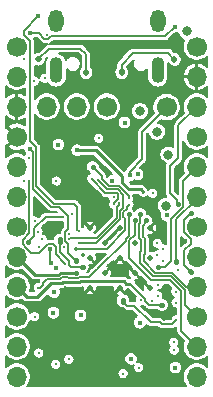
<source format=gbr>
%TF.GenerationSoftware,KiCad,Pcbnew,(5.1.6-0-10_14)*%
%TF.CreationDate,2022-02-25T19:50:12-06:00*%
%TF.ProjectId,Bonsai_C4,426f6e73-6169-45f4-9334-2e6b69636164,rev?*%
%TF.SameCoordinates,Original*%
%TF.FileFunction,Copper,L2,Inr*%
%TF.FilePolarity,Positive*%
%FSLAX46Y46*%
G04 Gerber Fmt 4.6, Leading zero omitted, Abs format (unit mm)*
G04 Created by KiCad (PCBNEW (5.1.6-0-10_14)) date 2022-02-25 19:50:12*
%MOMM*%
%LPD*%
G01*
G04 APERTURE LIST*
%TA.AperFunction,ViaPad*%
%ADD10C,1.700000*%
%TD*%
%TA.AperFunction,ViaPad*%
%ADD11O,1.700000X1.700000*%
%TD*%
%TA.AperFunction,ViaPad*%
%ADD12O,1.100000X2.200000*%
%TD*%
%TA.AperFunction,ViaPad*%
%ADD13O,1.300000X1.900000*%
%TD*%
%TA.AperFunction,ViaPad*%
%ADD14C,0.500000*%
%TD*%
%TA.AperFunction,ViaPad*%
%ADD15C,0.250000*%
%TD*%
%TA.AperFunction,ViaPad*%
%ADD16C,0.800000*%
%TD*%
%TA.AperFunction,ViaPad*%
%ADD17C,0.450000*%
%TD*%
%TA.AperFunction,ViaPad*%
%ADD18C,0.350000*%
%TD*%
%TA.AperFunction,Conductor*%
%ADD19C,0.450000*%
%TD*%
%TA.AperFunction,Conductor*%
%ADD20C,0.250000*%
%TD*%
%TA.AperFunction,Conductor*%
%ADD21C,0.127000*%
%TD*%
%TA.AperFunction,Conductor*%
%ADD22C,0.190000*%
%TD*%
%TA.AperFunction,Conductor*%
%ADD23C,0.500000*%
%TD*%
%TA.AperFunction,Conductor*%
%ADD24C,0.350000*%
%TD*%
%TA.AperFunction,Conductor*%
%ADD25C,0.200000*%
%TD*%
G04 APERTURE END LIST*
D10*
%TO.N,/PD3*%
%TO.C,J4*%
X100000000Y-100000000D03*
D11*
%TO.N,/PD2*%
X100000000Y-102540000D03*
%TO.N,GND*%
X100000000Y-105080000D03*
%TO.N,/PD0*%
X100000000Y-112700000D03*
%TO.N,/PD1*%
X100000000Y-110160000D03*
D10*
%TO.N,GND*%
X100000000Y-107620000D03*
%TO.N,/B10*%
X100000000Y-122860000D03*
D11*
%TO.N,/B8*%
X100000000Y-117780000D03*
D10*
%TO.N,/A4*%
X100000000Y-115240000D03*
D11*
%TO.N,/A8*%
X100000000Y-125400000D03*
%TO.N,/B0*%
X100000000Y-127940000D03*
%TO.N,/A3*%
X100000000Y-120320000D03*
%TD*%
D10*
%TO.N,+5V*%
%TO.C,J5*%
X115240000Y-100000000D03*
D11*
%TO.N,GND*%
X115240000Y-102540000D03*
%TO.N,/DFU*%
X115240000Y-105080000D03*
%TO.N,/A6*%
X115240000Y-112700000D03*
%TO.N,/A7*%
X115240000Y-110160000D03*
D10*
%TO.N,+3V3*%
X115240000Y-107620000D03*
%TO.N,/B14*%
X115240000Y-122860000D03*
D11*
%TO.N,/A1*%
X115240000Y-117780000D03*
D10*
%TO.N,/A5*%
X115240000Y-115240000D03*
D11*
%TO.N,/B15*%
X115240000Y-125400000D03*
%TO.N,/B1*%
X115240000Y-127940000D03*
%TO.N,/B13*%
X115240000Y-120320000D03*
%TD*%
%TO.N,/D+*%
%TO.C,J1*%
X102540000Y-105080000D03*
%TO.N,/D-*%
X105080000Y-105080000D03*
D10*
%TO.N,VBUS*%
X107620000Y-105080000D03*
%TD*%
%TO.N,/A10_5V*%
%TO.C,J2*%
X112680000Y-105120000D03*
%TD*%
D12*
%TO.N,Net-(FB1-Pad1)*%
%TO.C,J3*%
X103320000Y-102000000D03*
D13*
X103320000Y-97800000D03*
X111920000Y-97800000D03*
D12*
X111920000Y-102000000D03*
%TD*%
D14*
%TO.N,GND*%
%TO.C,U3*%
X106172000Y-120440000D03*
X106172000Y-117890000D03*
X106172000Y-115340000D03*
X107447000Y-119165000D03*
X107447000Y-116615000D03*
X108722000Y-120440000D03*
X108722000Y-117890000D03*
X108722000Y-115340000D03*
X109997000Y-119165000D03*
X109997000Y-116615000D03*
X111272000Y-120440000D03*
X111272000Y-117890000D03*
X111272000Y-115340000D03*
%TD*%
D15*
%TO.N,GND*%
X113463000Y-111466000D03*
X101821000Y-102049000D03*
X113358000Y-100082000D03*
D16*
X106364000Y-106197000D03*
D15*
X109438000Y-122625000D03*
X111341000Y-122625000D03*
X109468000Y-121056000D03*
X105619000Y-110824000D03*
D17*
X102681784Y-108250856D03*
X113878955Y-110795454D03*
X114199761Y-116483619D03*
D15*
X101959000Y-113925000D03*
X113356000Y-102029000D03*
X111973168Y-115634990D03*
X103994000Y-116978000D03*
X112426990Y-123150000D03*
X106496761Y-122615239D03*
X106825000Y-124136000D03*
X106858000Y-125479000D03*
X108213000Y-125524000D03*
X104809000Y-106488000D03*
X103545000Y-106066000D03*
X110870000Y-102605000D03*
X104370000Y-102688000D03*
D16*
X103665309Y-103763691D03*
D15*
X102383010Y-111367990D03*
X101833019Y-100268916D03*
X104116202Y-120346202D03*
D17*
X101777172Y-119875929D03*
D16*
X112051988Y-109880000D03*
D15*
X108190000Y-124310000D03*
D17*
X110250000Y-127740000D03*
D15*
X105590000Y-126390000D03*
X105480000Y-127210000D03*
X105520000Y-113690000D03*
D17*
X103174436Y-115028510D03*
D16*
%TO.N,+5V*%
X114373000Y-98687000D03*
X111870000Y-107200000D03*
D15*
%TO.N,+3V3*%
X113317000Y-125676000D03*
D17*
X110400000Y-123368000D03*
X109663000Y-126436002D03*
D16*
X112636133Y-113460933D03*
D17*
X105398000Y-122757000D03*
D15*
X103353000Y-111368000D03*
D16*
X112830000Y-109130000D03*
D15*
X108188078Y-112750000D03*
D16*
%TO.N,Net-(D1-Pad2)*%
X110430000Y-105467000D03*
D17*
X108075768Y-111367469D03*
%TO.N,VBUS*%
X110226356Y-110817020D03*
X109120000Y-106420000D03*
D15*
%TO.N,/A3*%
X112262863Y-121873863D03*
%TO.N,Net-(J3-PadA5)*%
X113352000Y-101090000D03*
X108870000Y-102225000D03*
%TO.N,Net-(J3-PadB5)*%
X105870000Y-102225000D03*
X101821000Y-101079000D03*
%TO.N,/NRST*%
X108972000Y-121585000D03*
X113477030Y-123147637D03*
%TO.N,/BOOT0*%
X105589000Y-118638000D03*
X103626000Y-116315000D03*
%TO.N,/B0*%
X112402000Y-118140000D03*
X103280000Y-126890000D03*
%TO.N,/B1*%
X111899000Y-117640000D03*
%TO.N,/B2*%
X112405000Y-117141000D03*
X113443637Y-120733363D03*
X113611000Y-118916000D03*
X102160000Y-116314000D03*
X101521058Y-114763337D03*
%TO.N,/B7*%
X104989000Y-118140000D03*
X101480000Y-102910000D03*
X102350000Y-102670000D03*
X102520000Y-98990000D03*
D17*
X101140000Y-108670000D03*
D15*
%TO.N,/B6*%
X105574000Y-117640000D03*
X104090000Y-118400000D03*
D17*
X103155450Y-120790457D03*
D15*
X101024479Y-109410000D03*
X101024479Y-111370655D03*
D18*
%TO.N,/A10*%
X106434000Y-110176000D03*
D15*
X109460000Y-112840000D03*
%TO.N,/B13*%
X110971000Y-114706000D03*
%TO.N,/B9*%
X100625086Y-111392893D03*
%TO.N,/B15*%
X109971000Y-114705000D03*
%TO.N,/B8*%
X104992000Y-119139000D03*
%TO.N,/B14*%
X110471000Y-114180000D03*
%TO.N,/A2*%
X111471000Y-121507000D03*
%TO.N,/DFU*%
X113272000Y-125040000D03*
D18*
X114756000Y-114041000D03*
X113623451Y-113358549D03*
D15*
X114710243Y-119068635D03*
%TO.N,/B10*%
X111908000Y-116640000D03*
X100956000Y-116573000D03*
X103890000Y-114400014D03*
D17*
%TO.N,/A15*%
X101822000Y-97440000D03*
D15*
X105230000Y-115604480D03*
D17*
%TO.N,Net-(C12-Pad1)*%
X113359000Y-98304000D03*
X101081133Y-98877986D03*
X102841490Y-117148510D03*
X102911515Y-118302532D03*
D15*
X110330000Y-127170000D03*
X109000000Y-127690000D03*
D17*
X113430000Y-127170000D03*
D15*
%TO.N,/VBUS_DET*%
X111507000Y-112408000D03*
%TO.N,Net-(D3-Pad-)*%
X101504969Y-122852294D03*
X101798069Y-115659441D03*
D17*
%TO.N,Net-(D5-Pad1)*%
X103522000Y-108291000D03*
X105107000Y-108774000D03*
D15*
X110700000Y-112300000D03*
D17*
%TO.N,/A10_5V*%
X109565743Y-110891954D03*
D15*
%TO.N,/A8*%
X109471000Y-114209000D03*
X101820000Y-120390000D03*
%TO.N,/A4*%
X111969000Y-120139000D03*
%TO.N,/A6*%
X113506000Y-118201000D03*
%TO.N,/A7*%
X111914000Y-118641000D03*
%TO.N,/A0_FRAM_CS*%
X110474000Y-121490000D03*
X106330000Y-111180000D03*
X108220000Y-113350000D03*
X104460000Y-115850000D03*
X104640000Y-114190000D03*
%TO.N,/B3_SCK*%
X101840000Y-125940000D03*
X104410000Y-126465000D03*
X108660000Y-113240000D03*
X104427024Y-116310000D03*
%TO.N,/B4_MISO*%
X106940000Y-107770000D03*
X106849363Y-111270637D03*
X105284508Y-116640000D03*
D17*
%TO.N,/B12_FLASH_CS*%
X112692000Y-114284000D03*
D15*
%TO.N,/B5_MOSI*%
X104994000Y-117140000D03*
D17*
X103103000Y-122524000D03*
X103320000Y-118780000D03*
D15*
X109490000Y-113370000D03*
%TO.N,Net-(Q2-Pad6)*%
X113482000Y-121666000D03*
X101838000Y-116959000D03*
X111928000Y-121096000D03*
%TO.N,/PD2*%
X100650000Y-101060002D03*
%TD*%
D19*
%TO.N,/A3*%
X112251000Y-121878000D02*
X112289000Y-121878000D01*
D20*
X109611491Y-120060509D02*
X109232073Y-120060509D01*
X105373727Y-119864999D02*
X105310215Y-119928511D01*
X105310215Y-119928511D02*
X104219785Y-119928511D01*
X104219785Y-119928511D02*
X104189783Y-119898509D01*
X109036563Y-119864999D02*
X105373727Y-119864999D01*
X109232073Y-120060509D02*
X109036563Y-119864999D01*
X103900217Y-119898509D02*
X103790215Y-120008511D01*
X104189783Y-119898509D02*
X103900217Y-119898509D01*
X101747782Y-121169999D02*
X100849999Y-121169999D01*
X103790215Y-120008511D02*
X102909270Y-120008511D01*
X102909270Y-120008511D02*
X101747782Y-121169999D01*
X100849999Y-121169999D02*
X100000000Y-120320000D01*
D21*
X111230863Y-121873863D02*
X112262863Y-121873863D01*
X110880000Y-121390000D02*
X110880000Y-121523000D01*
X109611491Y-120121491D02*
X110880000Y-121390000D01*
X110880000Y-121523000D02*
X111230863Y-121873863D01*
X109611491Y-120060509D02*
X109611491Y-120121491D01*
D22*
%TO.N,Net-(J3-PadA5)*%
X108870000Y-102225000D02*
X108870000Y-101522000D01*
X108870000Y-101522000D02*
X109869000Y-100523000D01*
X112785000Y-100523000D02*
X113352000Y-101090000D01*
X109869000Y-100523000D02*
X112785000Y-100523000D01*
D23*
X113352000Y-101090000D02*
X113278500Y-101016500D01*
X108870000Y-102225000D02*
X108870000Y-102101000D01*
D21*
%TO.N,Net-(J3-PadB5)*%
X105870000Y-102225000D02*
X105870000Y-100648000D01*
X105870000Y-100648000D02*
X105377000Y-100155000D01*
X102745000Y-100155000D02*
X101821000Y-101079000D01*
X105377000Y-100155000D02*
X102745000Y-100155000D01*
D23*
X105870000Y-102225000D02*
X105870000Y-102154000D01*
X101821000Y-101079000D02*
X101865500Y-101034500D01*
D19*
%TO.N,/NRST*%
X108975000Y-121443750D02*
X108975000Y-121583250D01*
D21*
X109918000Y-121927000D02*
X111323000Y-123332000D01*
X112266008Y-123490000D02*
X113134667Y-123490000D01*
X112108008Y-123332000D02*
X112266008Y-123490000D01*
X113134667Y-123490000D02*
X113477030Y-123147637D01*
X108972000Y-121543000D02*
X109356000Y-121927000D01*
X109356000Y-121927000D02*
X109918000Y-121927000D01*
X111323000Y-123332000D02*
X112108008Y-123332000D01*
D24*
%TO.N,/BOOT0*%
X105589000Y-118638000D02*
X105590000Y-118638000D01*
D19*
X105589000Y-118637000D02*
X105508000Y-118637000D01*
D24*
X103626000Y-116315000D02*
X103626000Y-116317000D01*
D19*
X103626000Y-116315000D02*
X103626000Y-116509000D01*
D21*
X105589000Y-118638000D02*
X104590020Y-118638000D01*
X104590020Y-118638000D02*
X104444501Y-118492481D01*
X104444501Y-118167519D02*
X103626000Y-117349018D01*
X104444501Y-118492481D02*
X104444501Y-118167519D01*
X103626000Y-117349018D02*
X103626000Y-116315000D01*
D24*
%TO.N,/B7*%
X104989000Y-118140000D02*
X104990000Y-118140000D01*
D19*
X104989000Y-118140000D02*
X104989000Y-118045000D01*
D21*
X104317011Y-114337993D02*
X103536029Y-113557011D01*
X104332501Y-116716471D02*
X104088509Y-116472479D01*
X101362989Y-112042989D02*
X101362989Y-108892989D01*
X104317011Y-115430080D02*
X104317011Y-114337993D01*
X104989000Y-118140000D02*
X104332501Y-117483501D01*
X104332501Y-117483501D02*
X104332501Y-116716471D01*
X104088509Y-115658582D02*
X104317011Y-115430080D01*
X101362989Y-108892989D02*
X101140000Y-108670000D01*
X102877011Y-113557011D02*
X101362989Y-112042989D01*
X104088509Y-116472479D02*
X104088509Y-115658582D01*
X103536029Y-113557011D02*
X102877011Y-113557011D01*
D24*
%TO.N,/B6*%
X105574000Y-117640000D02*
X105575000Y-117639000D01*
D21*
X101890000Y-117450000D02*
X101220000Y-117450000D01*
X100781510Y-117011510D02*
X100774364Y-117011510D01*
X100774364Y-117011510D02*
X100500000Y-116737146D01*
X100500000Y-116737146D02*
X100500000Y-116365854D01*
X103280000Y-117590000D02*
X103280000Y-116930000D01*
X102630000Y-116710000D02*
X101890000Y-117450000D01*
X104090000Y-118400000D02*
X103280000Y-117590000D01*
X103280000Y-116930000D02*
X103060000Y-116710000D01*
X101064479Y-111410655D02*
X101024479Y-111370655D01*
X103060000Y-116710000D02*
X102630000Y-116710000D01*
X101220000Y-117450000D02*
X100781510Y-117011510D01*
X100500000Y-116365854D02*
X101064479Y-115801375D01*
X101064479Y-115801375D02*
X101064479Y-111410655D01*
D19*
%TO.N,/A10*%
X106434000Y-110176000D02*
X106475500Y-110217500D01*
D21*
X109460000Y-112840000D02*
X109460000Y-112616496D01*
X108649483Y-111805979D02*
X107816492Y-111805979D01*
X107816492Y-111805979D02*
X107187865Y-111177352D01*
X107187865Y-111177352D02*
X107187865Y-110929865D01*
X109460000Y-112616496D02*
X108649483Y-111805979D01*
X107187865Y-110929865D02*
X106434000Y-110176000D01*
D19*
%TO.N,/B13*%
X110971000Y-114706000D02*
X110971000Y-114707000D01*
D21*
X110704000Y-116099555D02*
X110704000Y-115149776D01*
X110758499Y-117643519D02*
X110837512Y-117564506D01*
X115240000Y-120320000D02*
X114327000Y-120320000D01*
X110758499Y-118176355D02*
X110758499Y-117643519D01*
X110971000Y-114882776D02*
X110971000Y-114706000D01*
X113137508Y-119130508D02*
X111712652Y-119130508D01*
X110837512Y-116233067D02*
X110704000Y-116099555D01*
X110837512Y-117564506D02*
X110837512Y-116233067D01*
X114327000Y-120320000D02*
X113137508Y-119130508D01*
X110704000Y-115149776D02*
X110971000Y-114882776D01*
X111712652Y-119130508D02*
X110758499Y-118176355D01*
D19*
%TO.N,/B15*%
X109971000Y-114705000D02*
X109970000Y-114704000D01*
D21*
X109971000Y-115955018D02*
X109533499Y-116392519D01*
X109971000Y-114705000D02*
X109971000Y-115955018D01*
X109533499Y-116392519D02*
X109533499Y-117884425D01*
X109533499Y-117884425D02*
X111395074Y-119746000D01*
X111395074Y-119746000D02*
X112962248Y-119746000D01*
X114390001Y-124550001D02*
X115240000Y-125400000D01*
X113922000Y-124082000D02*
X114390001Y-124550001D01*
X112962248Y-119746000D02*
X113922000Y-120705752D01*
X113922000Y-120705752D02*
X113922000Y-124082000D01*
D19*
%TO.N,/B8*%
X104992000Y-119139000D02*
X104991000Y-119140000D01*
D20*
X103681274Y-119140000D02*
X104991000Y-119140000D01*
X103531273Y-119290001D02*
X103681274Y-119140000D01*
X101510001Y-119290001D02*
X103531273Y-119290001D01*
X100000000Y-117780000D02*
X101510001Y-119290001D01*
D19*
%TO.N,/B14*%
X110471000Y-114180000D02*
X110470000Y-114180000D01*
D21*
X114212011Y-121832011D02*
X115240000Y-122860000D01*
X114212011Y-120604011D02*
X114212011Y-121832011D01*
X113029000Y-119421000D02*
X114212011Y-120604011D01*
X111532537Y-119421000D02*
X113029000Y-119421000D01*
X110431488Y-117362049D02*
X110431488Y-118319951D01*
X110510501Y-116368519D02*
X110510501Y-117283036D01*
X110376989Y-116235007D02*
X110510501Y-116368519D01*
X110376989Y-115014324D02*
X110376989Y-116235007D01*
X110471000Y-114180000D02*
X110471000Y-114920313D01*
X110471000Y-114920313D02*
X110376989Y-115014324D01*
X110431488Y-118319951D02*
X111532537Y-119421000D01*
X110510501Y-117283036D02*
X110431488Y-117362049D01*
%TO.N,/DFU*%
X113543615Y-112986615D02*
X113543615Y-113410385D01*
X112977000Y-112420000D02*
X113543615Y-112986615D01*
X114167000Y-118525392D02*
X114710243Y-119068635D01*
X114167000Y-117255000D02*
X114167000Y-118525392D01*
X114730000Y-116692000D02*
X114167000Y-117255000D01*
X114730000Y-116323000D02*
X114730000Y-116692000D01*
X114126499Y-115719499D02*
X114730000Y-116323000D01*
X114126499Y-114670501D02*
X114126499Y-115719499D01*
X114756000Y-114041000D02*
X114126499Y-114670501D01*
D19*
X114756000Y-114041000D02*
X114712000Y-114085000D01*
X113623451Y-113358549D02*
X113623451Y-113345451D01*
X114710243Y-119068635D02*
X114668804Y-119027196D01*
D21*
X113680000Y-109414000D02*
X112977000Y-110117000D01*
X113680000Y-106640000D02*
X113680000Y-109414000D01*
X115240000Y-105080000D02*
X113680000Y-106640000D01*
X112977000Y-110117000D02*
X112977000Y-112420000D01*
D19*
%TO.N,/B10*%
X100956000Y-116573000D02*
X100956000Y-116530000D01*
D21*
X102434986Y-114400014D02*
X103890000Y-114400014D01*
X101459559Y-115375441D02*
X102434986Y-114400014D01*
X100956000Y-116573000D02*
X101459559Y-116069441D01*
X101459559Y-116069441D02*
X101459559Y-115375441D01*
%TO.N,/A15*%
X101640000Y-111770000D02*
X103150000Y-113280000D01*
X104830000Y-113280000D02*
X105105001Y-113555001D01*
X103150000Y-113280000D02*
X104830000Y-113280000D01*
X101113501Y-99530501D02*
X101113501Y-107984519D01*
X100610000Y-98652000D02*
X100610000Y-99027000D01*
X105105001Y-115479481D02*
X105230000Y-115604480D01*
X100610000Y-99027000D02*
X101113501Y-99530501D01*
X101640000Y-108511018D02*
X101640000Y-111770000D01*
X105105001Y-113555001D02*
X105105001Y-115479481D01*
X101113501Y-107984519D02*
X101640000Y-108511018D01*
X101822000Y-97440000D02*
X100610000Y-98652000D01*
%TO.N,Net-(C12-Pad1)*%
X101877986Y-98877986D02*
X101081133Y-98877986D01*
X102328501Y-99328501D02*
X101877986Y-98877986D01*
X102682481Y-99328501D02*
X102328501Y-99328501D01*
X102899483Y-99111499D02*
X102682481Y-99328501D01*
X112551501Y-99111499D02*
X102899483Y-99111499D01*
X113359000Y-98304000D02*
X112551501Y-99111499D01*
X102841490Y-117148510D02*
X102841490Y-118232507D01*
X102841490Y-118232507D02*
X102911515Y-118302532D01*
D20*
%TO.N,Net-(D5-Pad1)*%
X108900000Y-110985000D02*
X108900000Y-111500000D01*
X106689000Y-108774000D02*
X108900000Y-110985000D01*
X105107000Y-108774000D02*
X106689000Y-108774000D01*
X110490000Y-112090000D02*
X110700000Y-112300000D01*
X109490000Y-112090000D02*
X110490000Y-112090000D01*
X108900000Y-111500000D02*
X109490000Y-112090000D01*
D21*
%TO.N,/A10_5V*%
X109565743Y-110573756D02*
X109565743Y-110891954D01*
X110613000Y-109526499D02*
X109565743Y-110573756D01*
X110613000Y-107187000D02*
X110613000Y-109526499D01*
X110613000Y-107187000D02*
X112680000Y-105120000D01*
D19*
%TO.N,/A8*%
X109471000Y-114209000D02*
X109472000Y-114208000D01*
D21*
X101820000Y-120390000D02*
X101996776Y-120390000D01*
X104380000Y-119590000D02*
X105170000Y-119590000D01*
X105170000Y-119590000D02*
X105233511Y-119526489D01*
X103820000Y-119500000D02*
X104290000Y-119500000D01*
X102217523Y-120169253D02*
X102217523Y-120012477D01*
X104290000Y-119500000D02*
X104380000Y-119590000D01*
X106133511Y-119526489D02*
X106810000Y-118850000D01*
X102217523Y-120012477D02*
X102301641Y-119928359D01*
X102330000Y-119928359D02*
X102588359Y-119670000D01*
X105233511Y-119526489D02*
X106133511Y-119526489D01*
X101996776Y-120390000D02*
X102217523Y-120169253D01*
X109256488Y-116413512D02*
X109256488Y-116277778D01*
X103650000Y-119670000D02*
X103820000Y-119500000D01*
X106810000Y-118850000D02*
X106820000Y-118850000D01*
X102588359Y-119670000D02*
X103650000Y-119670000D01*
X102301641Y-119928359D02*
X102330000Y-119928359D01*
X106820000Y-118850000D02*
X109256488Y-116413512D01*
X109256488Y-116277778D02*
X109471000Y-116063266D01*
X109471000Y-116063266D02*
X109471000Y-114209000D01*
%TO.N,/A6*%
X115240000Y-112700000D02*
X115240000Y-112867321D01*
X115240000Y-112867321D02*
X113506000Y-114601321D01*
X113506000Y-114601321D02*
X113506000Y-118201000D01*
D19*
X113506000Y-118201000D02*
X113506000Y-118144000D01*
%TO.N,/A7*%
X111914000Y-118641000D02*
X111915000Y-118642000D01*
D21*
X115240000Y-110160000D02*
X114061952Y-111338048D01*
X114061952Y-113582906D02*
X113067489Y-114577369D01*
X113067489Y-114577369D02*
X113067489Y-118144529D01*
X113067489Y-118144529D02*
X112571018Y-118641000D01*
X114061952Y-111338048D02*
X114061952Y-113582906D01*
X112571018Y-118641000D02*
X111914000Y-118641000D01*
%TO.N,/A5*%
X115240000Y-115240000D02*
X115240009Y-115239991D01*
%TO.N,/A0_FRAM_CS*%
X106330000Y-111180000D02*
X106330000Y-111230000D01*
X106330000Y-111230000D02*
X107490000Y-112390000D01*
X107490000Y-112390000D02*
X108400000Y-112390000D01*
X108400000Y-112390000D02*
X108450000Y-112390000D01*
X108450000Y-112390000D02*
X108560000Y-112500000D01*
X108560000Y-112500000D02*
X108560000Y-112860000D01*
X108220000Y-113200000D02*
X108220000Y-113350000D01*
X108560000Y-112860000D02*
X108220000Y-113200000D01*
%TO.N,/B3_SCK*%
X108462989Y-113613787D02*
X108462989Y-114515259D01*
X108660000Y-113416776D02*
X108462989Y-113613787D01*
X104552023Y-116185001D02*
X104427024Y-116310000D01*
X106793247Y-116185001D02*
X104552023Y-116185001D01*
X108462989Y-114515259D02*
X106793247Y-116185001D01*
X108660000Y-113240000D02*
X108660000Y-113416776D01*
%TO.N,/B4_MISO*%
X106849363Y-111270637D02*
X107661716Y-112082990D01*
X108534742Y-112082990D02*
X109013353Y-112561601D01*
X109013353Y-113654751D02*
X108740000Y-113928104D01*
X108740000Y-113928104D02*
X108740000Y-114630000D01*
X107661716Y-112082990D02*
X108534742Y-112082990D01*
X109013353Y-112561601D02*
X109013353Y-113654751D01*
X108740000Y-114630000D02*
X106730000Y-116640000D01*
X106730000Y-116640000D02*
X105284508Y-116640000D01*
D24*
%TO.N,/B5_MOSI*%
X104994000Y-117140000D02*
X104993000Y-117140000D01*
D21*
X109185501Y-115562481D02*
X109185501Y-114543647D01*
X107607982Y-117140000D02*
X109185501Y-115562481D01*
X104994000Y-117140000D02*
X107607982Y-117140000D01*
X109032491Y-114390637D02*
X109032491Y-114027363D01*
X109032491Y-114027363D02*
X109290363Y-113769491D01*
X109185501Y-114543647D02*
X109032491Y-114390637D01*
X109290363Y-113569637D02*
X109490000Y-113370000D01*
X109290363Y-113769491D02*
X109290363Y-113569637D01*
%TD*%
D25*
%TO.N,GND*%
G36*
X105565087Y-120443176D02*
G01*
X105577368Y-120561517D01*
X105612500Y-120675189D01*
X105665606Y-120774543D01*
X105786826Y-120786990D01*
X106133816Y-120440000D01*
X106119674Y-120425858D01*
X106157858Y-120387674D01*
X106172000Y-120401816D01*
X106186142Y-120387674D01*
X106224326Y-120425858D01*
X106210184Y-120440000D01*
X106557174Y-120786990D01*
X106678394Y-120774543D01*
X106733930Y-120669323D01*
X106767871Y-120555289D01*
X106778913Y-120436824D01*
X106769280Y-120343999D01*
X108124331Y-120343999D01*
X108115087Y-120443176D01*
X108127368Y-120561517D01*
X108162500Y-120675189D01*
X108215606Y-120774543D01*
X108336826Y-120786990D01*
X108683816Y-120440000D01*
X108669674Y-120425858D01*
X108707858Y-120387674D01*
X108722000Y-120401816D01*
X108736142Y-120387674D01*
X108774326Y-120425858D01*
X108760184Y-120440000D01*
X109107174Y-120786990D01*
X109228394Y-120774543D01*
X109283930Y-120669323D01*
X109317871Y-120555289D01*
X109319342Y-120539509D01*
X109439075Y-120539509D01*
X110094840Y-121195274D01*
X110049515Y-121263108D01*
X110013407Y-121350281D01*
X109995000Y-121442823D01*
X109995000Y-121515064D01*
X109938509Y-121509500D01*
X109938502Y-121509500D01*
X109918000Y-121507481D01*
X109897498Y-121509500D01*
X109554000Y-121509500D01*
X109554000Y-121415311D01*
X109545622Y-121330246D01*
X109512514Y-121221104D01*
X109458750Y-121120519D01*
X109386395Y-121032355D01*
X109298230Y-120960000D01*
X109197645Y-120906236D01*
X109088503Y-120873128D01*
X109064311Y-120870745D01*
X109068990Y-120825174D01*
X108722000Y-120478184D01*
X108375010Y-120825174D01*
X108387457Y-120946394D01*
X108492677Y-121001930D01*
X108571934Y-121025520D01*
X108563605Y-121032355D01*
X108491250Y-121120520D01*
X108437486Y-121221105D01*
X108404378Y-121330247D01*
X108396000Y-121415312D01*
X108396000Y-121611689D01*
X108404378Y-121696754D01*
X108437486Y-121805896D01*
X108491250Y-121906481D01*
X108563606Y-121994645D01*
X108651770Y-122067000D01*
X108752355Y-122120764D01*
X108861497Y-122153872D01*
X108975000Y-122165051D01*
X109001050Y-122162485D01*
X109046287Y-122207722D01*
X109059355Y-122223645D01*
X109075277Y-122236712D01*
X109075284Y-122236719D01*
X109116755Y-122270753D01*
X109122927Y-122275818D01*
X109195457Y-122314586D01*
X109250282Y-122331217D01*
X109274155Y-122338459D01*
X109282464Y-122339277D01*
X109335491Y-122344500D01*
X109335497Y-122344500D01*
X109355999Y-122346519D01*
X109376501Y-122344500D01*
X109745066Y-122344500D01*
X110217467Y-122816902D01*
X110125740Y-122854896D01*
X110030909Y-122918261D01*
X109950261Y-122998909D01*
X109886896Y-123093740D01*
X109843250Y-123199112D01*
X109821000Y-123310973D01*
X109821000Y-123425027D01*
X109843250Y-123536888D01*
X109886896Y-123642260D01*
X109950261Y-123737091D01*
X110030909Y-123817739D01*
X110125740Y-123881104D01*
X110231112Y-123924750D01*
X110342973Y-123947000D01*
X110457027Y-123947000D01*
X110568888Y-123924750D01*
X110674260Y-123881104D01*
X110769091Y-123817739D01*
X110849739Y-123737091D01*
X110913104Y-123642260D01*
X110951098Y-123550533D01*
X111013288Y-123612723D01*
X111026355Y-123628645D01*
X111042277Y-123641712D01*
X111042284Y-123641719D01*
X111083755Y-123675753D01*
X111089927Y-123680818D01*
X111162457Y-123719586D01*
X111217282Y-123736217D01*
X111241155Y-123743459D01*
X111249464Y-123744277D01*
X111302491Y-123749500D01*
X111302497Y-123749500D01*
X111322999Y-123751519D01*
X111343501Y-123749500D01*
X111935075Y-123749500D01*
X111956287Y-123770712D01*
X111969363Y-123786645D01*
X112032935Y-123838818D01*
X112105465Y-123877586D01*
X112184164Y-123901459D01*
X112245499Y-123907500D01*
X112245506Y-123907500D01*
X112266008Y-123909519D01*
X112286510Y-123907500D01*
X113114165Y-123907500D01*
X113134667Y-123909519D01*
X113155169Y-123907500D01*
X113155176Y-123907500D01*
X113216511Y-123901459D01*
X113295210Y-123877586D01*
X113367740Y-123838818D01*
X113431312Y-123786645D01*
X113444384Y-123770717D01*
X113504501Y-123710600D01*
X113504501Y-124061488D01*
X113502481Y-124082000D01*
X113510541Y-124163844D01*
X113534415Y-124242543D01*
X113573183Y-124315073D01*
X113612281Y-124362715D01*
X113612289Y-124362723D01*
X113625356Y-124378645D01*
X113641278Y-124391712D01*
X114145564Y-124895998D01*
X114082269Y-125048806D01*
X114036000Y-125281416D01*
X114036000Y-125518584D01*
X114082269Y-125751194D01*
X114173029Y-125970308D01*
X114304792Y-126167505D01*
X114472495Y-126335208D01*
X114669692Y-126466971D01*
X114888806Y-126557731D01*
X115121416Y-126604000D01*
X115358584Y-126604000D01*
X115591194Y-126557731D01*
X115810308Y-126466971D01*
X116007505Y-126335208D01*
X116131000Y-126211713D01*
X116131000Y-127128287D01*
X116007505Y-127004792D01*
X115810308Y-126873029D01*
X115591194Y-126782269D01*
X115358584Y-126736000D01*
X115121416Y-126736000D01*
X114888806Y-126782269D01*
X114669692Y-126873029D01*
X114472495Y-127004792D01*
X114304792Y-127172495D01*
X114173029Y-127369692D01*
X114082269Y-127588806D01*
X114036000Y-127821416D01*
X114036000Y-128058584D01*
X114082269Y-128291194D01*
X114173029Y-128510308D01*
X114304792Y-128707505D01*
X114357166Y-128759879D01*
X100883592Y-128759121D01*
X100935208Y-128707505D01*
X101066971Y-128510308D01*
X101157731Y-128291194D01*
X101204000Y-128058584D01*
X101204000Y-127821416D01*
X101168476Y-127642823D01*
X108521000Y-127642823D01*
X108521000Y-127737177D01*
X108539407Y-127829719D01*
X108575515Y-127916892D01*
X108627936Y-127995345D01*
X108694655Y-128062064D01*
X108773108Y-128114485D01*
X108860281Y-128150593D01*
X108952823Y-128169000D01*
X109047177Y-128169000D01*
X109139719Y-128150593D01*
X109226892Y-128114485D01*
X109305345Y-128062064D01*
X109372064Y-127995345D01*
X109424485Y-127916892D01*
X109460593Y-127829719D01*
X109479000Y-127737177D01*
X109479000Y-127642823D01*
X109460593Y-127550281D01*
X109424485Y-127463108D01*
X109372064Y-127384655D01*
X109305345Y-127317936D01*
X109226892Y-127265515D01*
X109139719Y-127229407D01*
X109047177Y-127211000D01*
X108952823Y-127211000D01*
X108860281Y-127229407D01*
X108773108Y-127265515D01*
X108694655Y-127317936D01*
X108627936Y-127384655D01*
X108575515Y-127463108D01*
X108539407Y-127550281D01*
X108521000Y-127642823D01*
X101168476Y-127642823D01*
X101157731Y-127588806D01*
X101066971Y-127369692D01*
X100935208Y-127172495D01*
X100767505Y-127004792D01*
X100570308Y-126873029D01*
X100497385Y-126842823D01*
X102801000Y-126842823D01*
X102801000Y-126937177D01*
X102819407Y-127029719D01*
X102855515Y-127116892D01*
X102907936Y-127195345D01*
X102974655Y-127262064D01*
X103053108Y-127314485D01*
X103140281Y-127350593D01*
X103232823Y-127369000D01*
X103327177Y-127369000D01*
X103419719Y-127350593D01*
X103506892Y-127314485D01*
X103585345Y-127262064D01*
X103652064Y-127195345D01*
X103704485Y-127116892D01*
X103740593Y-127029719D01*
X103759000Y-126937177D01*
X103759000Y-126842823D01*
X103740593Y-126750281D01*
X103704485Y-126663108D01*
X103652064Y-126584655D01*
X103585345Y-126517936D01*
X103506892Y-126465515D01*
X103419719Y-126429407D01*
X103361480Y-126417823D01*
X103931000Y-126417823D01*
X103931000Y-126512177D01*
X103949407Y-126604719D01*
X103985515Y-126691892D01*
X104037936Y-126770345D01*
X104104655Y-126837064D01*
X104183108Y-126889485D01*
X104270281Y-126925593D01*
X104362823Y-126944000D01*
X104457177Y-126944000D01*
X104549719Y-126925593D01*
X104636892Y-126889485D01*
X104715345Y-126837064D01*
X104782064Y-126770345D01*
X104834485Y-126691892D01*
X104870593Y-126604719D01*
X104889000Y-126512177D01*
X104889000Y-126417823D01*
X104881273Y-126378975D01*
X109084000Y-126378975D01*
X109084000Y-126493029D01*
X109106250Y-126604890D01*
X109149896Y-126710262D01*
X109213261Y-126805093D01*
X109293909Y-126885741D01*
X109388740Y-126949106D01*
X109494112Y-126992752D01*
X109605973Y-127015002D01*
X109720027Y-127015002D01*
X109831888Y-126992752D01*
X109895942Y-126966220D01*
X109869407Y-127030281D01*
X109851000Y-127122823D01*
X109851000Y-127217177D01*
X109869407Y-127309719D01*
X109905515Y-127396892D01*
X109957936Y-127475345D01*
X110024655Y-127542064D01*
X110103108Y-127594485D01*
X110190281Y-127630593D01*
X110282823Y-127649000D01*
X110377177Y-127649000D01*
X110469719Y-127630593D01*
X110556892Y-127594485D01*
X110635345Y-127542064D01*
X110702064Y-127475345D01*
X110754485Y-127396892D01*
X110790593Y-127309719D01*
X110809000Y-127217177D01*
X110809000Y-127122823D01*
X110807041Y-127112973D01*
X112851000Y-127112973D01*
X112851000Y-127227027D01*
X112873250Y-127338888D01*
X112916896Y-127444260D01*
X112980261Y-127539091D01*
X113060909Y-127619739D01*
X113155740Y-127683104D01*
X113261112Y-127726750D01*
X113372973Y-127749000D01*
X113487027Y-127749000D01*
X113598888Y-127726750D01*
X113704260Y-127683104D01*
X113799091Y-127619739D01*
X113879739Y-127539091D01*
X113943104Y-127444260D01*
X113986750Y-127338888D01*
X114009000Y-127227027D01*
X114009000Y-127112973D01*
X113986750Y-127001112D01*
X113943104Y-126895740D01*
X113879739Y-126800909D01*
X113799091Y-126720261D01*
X113704260Y-126656896D01*
X113598888Y-126613250D01*
X113487027Y-126591000D01*
X113372973Y-126591000D01*
X113261112Y-126613250D01*
X113155740Y-126656896D01*
X113060909Y-126720261D01*
X112980261Y-126800909D01*
X112916896Y-126895740D01*
X112873250Y-127001112D01*
X112851000Y-127112973D01*
X110807041Y-127112973D01*
X110790593Y-127030281D01*
X110754485Y-126943108D01*
X110702064Y-126864655D01*
X110635345Y-126797936D01*
X110556892Y-126745515D01*
X110469719Y-126709407D01*
X110377177Y-126691000D01*
X110282823Y-126691000D01*
X110190281Y-126709407D01*
X110171469Y-126717199D01*
X110176104Y-126710262D01*
X110219750Y-126604890D01*
X110242000Y-126493029D01*
X110242000Y-126378975D01*
X110219750Y-126267114D01*
X110176104Y-126161742D01*
X110112739Y-126066911D01*
X110032091Y-125986263D01*
X109937260Y-125922898D01*
X109831888Y-125879252D01*
X109720027Y-125857002D01*
X109605973Y-125857002D01*
X109494112Y-125879252D01*
X109388740Y-125922898D01*
X109293909Y-125986263D01*
X109213261Y-126066911D01*
X109149896Y-126161742D01*
X109106250Y-126267114D01*
X109084000Y-126378975D01*
X104881273Y-126378975D01*
X104870593Y-126325281D01*
X104834485Y-126238108D01*
X104782064Y-126159655D01*
X104715345Y-126092936D01*
X104636892Y-126040515D01*
X104549719Y-126004407D01*
X104457177Y-125986000D01*
X104362823Y-125986000D01*
X104270281Y-126004407D01*
X104183108Y-126040515D01*
X104104655Y-126092936D01*
X104037936Y-126159655D01*
X103985515Y-126238108D01*
X103949407Y-126325281D01*
X103931000Y-126417823D01*
X103361480Y-126417823D01*
X103327177Y-126411000D01*
X103232823Y-126411000D01*
X103140281Y-126429407D01*
X103053108Y-126465515D01*
X102974655Y-126517936D01*
X102907936Y-126584655D01*
X102855515Y-126663108D01*
X102819407Y-126750281D01*
X102801000Y-126842823D01*
X100497385Y-126842823D01*
X100351194Y-126782269D01*
X100118584Y-126736000D01*
X99881416Y-126736000D01*
X99648806Y-126782269D01*
X99429692Y-126873029D01*
X99232495Y-127004792D01*
X99109000Y-127128287D01*
X99109000Y-126211713D01*
X99232495Y-126335208D01*
X99429692Y-126466971D01*
X99648806Y-126557731D01*
X99881416Y-126604000D01*
X100118584Y-126604000D01*
X100351194Y-126557731D01*
X100570308Y-126466971D01*
X100767505Y-126335208D01*
X100935208Y-126167505D01*
X101066971Y-125970308D01*
X101099066Y-125892823D01*
X101361000Y-125892823D01*
X101361000Y-125987177D01*
X101379407Y-126079719D01*
X101415515Y-126166892D01*
X101467936Y-126245345D01*
X101534655Y-126312064D01*
X101613108Y-126364485D01*
X101700281Y-126400593D01*
X101792823Y-126419000D01*
X101887177Y-126419000D01*
X101979719Y-126400593D01*
X102066892Y-126364485D01*
X102145345Y-126312064D01*
X102212064Y-126245345D01*
X102264485Y-126166892D01*
X102300593Y-126079719D01*
X102319000Y-125987177D01*
X102319000Y-125892823D01*
X102300593Y-125800281D01*
X102264485Y-125713108D01*
X102212064Y-125634655D01*
X102145345Y-125567936D01*
X102066892Y-125515515D01*
X101979719Y-125479407D01*
X101887177Y-125461000D01*
X101792823Y-125461000D01*
X101700281Y-125479407D01*
X101613108Y-125515515D01*
X101534655Y-125567936D01*
X101467936Y-125634655D01*
X101415515Y-125713108D01*
X101379407Y-125800281D01*
X101361000Y-125892823D01*
X101099066Y-125892823D01*
X101157731Y-125751194D01*
X101204000Y-125518584D01*
X101204000Y-125281416D01*
X101157731Y-125048806D01*
X101134543Y-124992823D01*
X112793000Y-124992823D01*
X112793000Y-125087177D01*
X112811407Y-125179719D01*
X112847515Y-125266892D01*
X112899936Y-125345345D01*
X112937049Y-125382458D01*
X112892515Y-125449108D01*
X112856407Y-125536281D01*
X112838000Y-125628823D01*
X112838000Y-125723177D01*
X112856407Y-125815719D01*
X112892515Y-125902892D01*
X112944936Y-125981345D01*
X113011655Y-126048064D01*
X113090108Y-126100485D01*
X113177281Y-126136593D01*
X113269823Y-126155000D01*
X113364177Y-126155000D01*
X113456719Y-126136593D01*
X113543892Y-126100485D01*
X113622345Y-126048064D01*
X113689064Y-125981345D01*
X113741485Y-125902892D01*
X113777593Y-125815719D01*
X113796000Y-125723177D01*
X113796000Y-125628823D01*
X113777593Y-125536281D01*
X113741485Y-125449108D01*
X113689064Y-125370655D01*
X113651951Y-125333542D01*
X113696485Y-125266892D01*
X113732593Y-125179719D01*
X113751000Y-125087177D01*
X113751000Y-124992823D01*
X113732593Y-124900281D01*
X113696485Y-124813108D01*
X113644064Y-124734655D01*
X113577345Y-124667936D01*
X113498892Y-124615515D01*
X113411719Y-124579407D01*
X113319177Y-124561000D01*
X113224823Y-124561000D01*
X113132281Y-124579407D01*
X113045108Y-124615515D01*
X112966655Y-124667936D01*
X112899936Y-124734655D01*
X112847515Y-124813108D01*
X112811407Y-124900281D01*
X112793000Y-124992823D01*
X101134543Y-124992823D01*
X101066971Y-124829692D01*
X100935208Y-124632495D01*
X100767505Y-124464792D01*
X100570308Y-124333029D01*
X100351194Y-124242269D01*
X100118584Y-124196000D01*
X99881416Y-124196000D01*
X99648806Y-124242269D01*
X99429692Y-124333029D01*
X99232495Y-124464792D01*
X99109000Y-124588287D01*
X99109000Y-123671713D01*
X99232495Y-123795208D01*
X99429692Y-123926971D01*
X99648806Y-124017731D01*
X99881416Y-124064000D01*
X100118584Y-124064000D01*
X100351194Y-124017731D01*
X100570308Y-123926971D01*
X100767505Y-123795208D01*
X100935208Y-123627505D01*
X101066971Y-123430308D01*
X101157731Y-123211194D01*
X101162497Y-123187231D01*
X101199624Y-123224358D01*
X101278077Y-123276779D01*
X101365250Y-123312887D01*
X101457792Y-123331294D01*
X101552146Y-123331294D01*
X101644688Y-123312887D01*
X101731861Y-123276779D01*
X101810314Y-123224358D01*
X101877033Y-123157639D01*
X101929454Y-123079186D01*
X101965562Y-122992013D01*
X101983969Y-122899471D01*
X101983969Y-122805117D01*
X101965562Y-122712575D01*
X101929454Y-122625402D01*
X101877033Y-122546949D01*
X101810314Y-122480230D01*
X101790474Y-122466973D01*
X102524000Y-122466973D01*
X102524000Y-122581027D01*
X102546250Y-122692888D01*
X102589896Y-122798260D01*
X102653261Y-122893091D01*
X102733909Y-122973739D01*
X102828740Y-123037104D01*
X102934112Y-123080750D01*
X103045973Y-123103000D01*
X103160027Y-123103000D01*
X103271888Y-123080750D01*
X103377260Y-123037104D01*
X103472091Y-122973739D01*
X103552739Y-122893091D01*
X103616104Y-122798260D01*
X103656815Y-122699973D01*
X104819000Y-122699973D01*
X104819000Y-122814027D01*
X104841250Y-122925888D01*
X104884896Y-123031260D01*
X104948261Y-123126091D01*
X105028909Y-123206739D01*
X105123740Y-123270104D01*
X105229112Y-123313750D01*
X105340973Y-123336000D01*
X105455027Y-123336000D01*
X105566888Y-123313750D01*
X105672260Y-123270104D01*
X105767091Y-123206739D01*
X105847739Y-123126091D01*
X105911104Y-123031260D01*
X105954750Y-122925888D01*
X105977000Y-122814027D01*
X105977000Y-122699973D01*
X105954750Y-122588112D01*
X105911104Y-122482740D01*
X105847739Y-122387909D01*
X105767091Y-122307261D01*
X105672260Y-122243896D01*
X105566888Y-122200250D01*
X105455027Y-122178000D01*
X105340973Y-122178000D01*
X105229112Y-122200250D01*
X105123740Y-122243896D01*
X105028909Y-122307261D01*
X104948261Y-122387909D01*
X104884896Y-122482740D01*
X104841250Y-122588112D01*
X104819000Y-122699973D01*
X103656815Y-122699973D01*
X103659750Y-122692888D01*
X103682000Y-122581027D01*
X103682000Y-122466973D01*
X103659750Y-122355112D01*
X103616104Y-122249740D01*
X103552739Y-122154909D01*
X103472091Y-122074261D01*
X103377260Y-122010896D01*
X103271888Y-121967250D01*
X103160027Y-121945000D01*
X103045973Y-121945000D01*
X102934112Y-121967250D01*
X102828740Y-122010896D01*
X102733909Y-122074261D01*
X102653261Y-122154909D01*
X102589896Y-122249740D01*
X102546250Y-122355112D01*
X102524000Y-122466973D01*
X101790474Y-122466973D01*
X101731861Y-122427809D01*
X101644688Y-122391701D01*
X101552146Y-122373294D01*
X101457792Y-122373294D01*
X101365250Y-122391701D01*
X101278077Y-122427809D01*
X101199624Y-122480230D01*
X101159940Y-122519914D01*
X101157731Y-122508806D01*
X101066971Y-122289692D01*
X100935208Y-122092495D01*
X100767505Y-121924792D01*
X100570308Y-121793029D01*
X100351194Y-121702269D01*
X100118584Y-121656000D01*
X99881416Y-121656000D01*
X99648806Y-121702269D01*
X99429692Y-121793029D01*
X99232495Y-121924792D01*
X99109000Y-122048287D01*
X99109000Y-121131713D01*
X99232495Y-121255208D01*
X99429692Y-121386971D01*
X99648806Y-121477731D01*
X99881416Y-121524000D01*
X100118584Y-121524000D01*
X100351194Y-121477731D01*
X100442502Y-121439910D01*
X100494656Y-121492064D01*
X100509656Y-121510342D01*
X100545083Y-121539415D01*
X100582593Y-121570199D01*
X100625526Y-121593147D01*
X100665807Y-121614678D01*
X100756099Y-121642068D01*
X100826473Y-121648999D01*
X100826477Y-121648999D01*
X100849998Y-121651316D01*
X100873519Y-121648999D01*
X101724259Y-121648999D01*
X101747782Y-121651316D01*
X101771305Y-121648999D01*
X101771308Y-121648999D01*
X101841682Y-121642068D01*
X101931974Y-121614678D01*
X102015187Y-121570199D01*
X102088125Y-121510342D01*
X102103129Y-121492059D01*
X102609579Y-120985609D01*
X102642346Y-121064717D01*
X102705711Y-121159548D01*
X102786359Y-121240196D01*
X102881190Y-121303561D01*
X102986562Y-121347207D01*
X103098423Y-121369457D01*
X103212477Y-121369457D01*
X103324338Y-121347207D01*
X103429710Y-121303561D01*
X103524541Y-121240196D01*
X103605189Y-121159548D01*
X103668554Y-121064717D01*
X103712200Y-120959345D01*
X103734450Y-120847484D01*
X103734450Y-120825174D01*
X105825010Y-120825174D01*
X105837457Y-120946394D01*
X105942677Y-121001930D01*
X106056711Y-121035871D01*
X106175176Y-121046913D01*
X106293517Y-121034632D01*
X106407189Y-120999500D01*
X106506543Y-120946394D01*
X106518990Y-120825174D01*
X106172000Y-120478184D01*
X105825010Y-120825174D01*
X103734450Y-120825174D01*
X103734450Y-120733430D01*
X103712200Y-120621569D01*
X103668554Y-120516197D01*
X103649386Y-120487511D01*
X103766692Y-120487511D01*
X103790215Y-120489828D01*
X103813738Y-120487511D01*
X103813741Y-120487511D01*
X103884115Y-120480580D01*
X103974407Y-120453190D01*
X104057620Y-120408711D01*
X104083277Y-120387655D01*
X104125885Y-120400580D01*
X104196259Y-120407511D01*
X104196264Y-120407511D01*
X104219784Y-120409828D01*
X104243305Y-120407511D01*
X105286692Y-120407511D01*
X105310215Y-120409828D01*
X105333738Y-120407511D01*
X105333741Y-120407511D01*
X105404115Y-120400580D01*
X105494407Y-120373190D01*
X105549019Y-120343999D01*
X105574331Y-120343999D01*
X105565087Y-120443176D01*
G37*
X105565087Y-120443176D02*
X105577368Y-120561517D01*
X105612500Y-120675189D01*
X105665606Y-120774543D01*
X105786826Y-120786990D01*
X106133816Y-120440000D01*
X106119674Y-120425858D01*
X106157858Y-120387674D01*
X106172000Y-120401816D01*
X106186142Y-120387674D01*
X106224326Y-120425858D01*
X106210184Y-120440000D01*
X106557174Y-120786990D01*
X106678394Y-120774543D01*
X106733930Y-120669323D01*
X106767871Y-120555289D01*
X106778913Y-120436824D01*
X106769280Y-120343999D01*
X108124331Y-120343999D01*
X108115087Y-120443176D01*
X108127368Y-120561517D01*
X108162500Y-120675189D01*
X108215606Y-120774543D01*
X108336826Y-120786990D01*
X108683816Y-120440000D01*
X108669674Y-120425858D01*
X108707858Y-120387674D01*
X108722000Y-120401816D01*
X108736142Y-120387674D01*
X108774326Y-120425858D01*
X108760184Y-120440000D01*
X109107174Y-120786990D01*
X109228394Y-120774543D01*
X109283930Y-120669323D01*
X109317871Y-120555289D01*
X109319342Y-120539509D01*
X109439075Y-120539509D01*
X110094840Y-121195274D01*
X110049515Y-121263108D01*
X110013407Y-121350281D01*
X109995000Y-121442823D01*
X109995000Y-121515064D01*
X109938509Y-121509500D01*
X109938502Y-121509500D01*
X109918000Y-121507481D01*
X109897498Y-121509500D01*
X109554000Y-121509500D01*
X109554000Y-121415311D01*
X109545622Y-121330246D01*
X109512514Y-121221104D01*
X109458750Y-121120519D01*
X109386395Y-121032355D01*
X109298230Y-120960000D01*
X109197645Y-120906236D01*
X109088503Y-120873128D01*
X109064311Y-120870745D01*
X109068990Y-120825174D01*
X108722000Y-120478184D01*
X108375010Y-120825174D01*
X108387457Y-120946394D01*
X108492677Y-121001930D01*
X108571934Y-121025520D01*
X108563605Y-121032355D01*
X108491250Y-121120520D01*
X108437486Y-121221105D01*
X108404378Y-121330247D01*
X108396000Y-121415312D01*
X108396000Y-121611689D01*
X108404378Y-121696754D01*
X108437486Y-121805896D01*
X108491250Y-121906481D01*
X108563606Y-121994645D01*
X108651770Y-122067000D01*
X108752355Y-122120764D01*
X108861497Y-122153872D01*
X108975000Y-122165051D01*
X109001050Y-122162485D01*
X109046287Y-122207722D01*
X109059355Y-122223645D01*
X109075277Y-122236712D01*
X109075284Y-122236719D01*
X109116755Y-122270753D01*
X109122927Y-122275818D01*
X109195457Y-122314586D01*
X109250282Y-122331217D01*
X109274155Y-122338459D01*
X109282464Y-122339277D01*
X109335491Y-122344500D01*
X109335497Y-122344500D01*
X109355999Y-122346519D01*
X109376501Y-122344500D01*
X109745066Y-122344500D01*
X110217467Y-122816902D01*
X110125740Y-122854896D01*
X110030909Y-122918261D01*
X109950261Y-122998909D01*
X109886896Y-123093740D01*
X109843250Y-123199112D01*
X109821000Y-123310973D01*
X109821000Y-123425027D01*
X109843250Y-123536888D01*
X109886896Y-123642260D01*
X109950261Y-123737091D01*
X110030909Y-123817739D01*
X110125740Y-123881104D01*
X110231112Y-123924750D01*
X110342973Y-123947000D01*
X110457027Y-123947000D01*
X110568888Y-123924750D01*
X110674260Y-123881104D01*
X110769091Y-123817739D01*
X110849739Y-123737091D01*
X110913104Y-123642260D01*
X110951098Y-123550533D01*
X111013288Y-123612723D01*
X111026355Y-123628645D01*
X111042277Y-123641712D01*
X111042284Y-123641719D01*
X111083755Y-123675753D01*
X111089927Y-123680818D01*
X111162457Y-123719586D01*
X111217282Y-123736217D01*
X111241155Y-123743459D01*
X111249464Y-123744277D01*
X111302491Y-123749500D01*
X111302497Y-123749500D01*
X111322999Y-123751519D01*
X111343501Y-123749500D01*
X111935075Y-123749500D01*
X111956287Y-123770712D01*
X111969363Y-123786645D01*
X112032935Y-123838818D01*
X112105465Y-123877586D01*
X112184164Y-123901459D01*
X112245499Y-123907500D01*
X112245506Y-123907500D01*
X112266008Y-123909519D01*
X112286510Y-123907500D01*
X113114165Y-123907500D01*
X113134667Y-123909519D01*
X113155169Y-123907500D01*
X113155176Y-123907500D01*
X113216511Y-123901459D01*
X113295210Y-123877586D01*
X113367740Y-123838818D01*
X113431312Y-123786645D01*
X113444384Y-123770717D01*
X113504501Y-123710600D01*
X113504501Y-124061488D01*
X113502481Y-124082000D01*
X113510541Y-124163844D01*
X113534415Y-124242543D01*
X113573183Y-124315073D01*
X113612281Y-124362715D01*
X113612289Y-124362723D01*
X113625356Y-124378645D01*
X113641278Y-124391712D01*
X114145564Y-124895998D01*
X114082269Y-125048806D01*
X114036000Y-125281416D01*
X114036000Y-125518584D01*
X114082269Y-125751194D01*
X114173029Y-125970308D01*
X114304792Y-126167505D01*
X114472495Y-126335208D01*
X114669692Y-126466971D01*
X114888806Y-126557731D01*
X115121416Y-126604000D01*
X115358584Y-126604000D01*
X115591194Y-126557731D01*
X115810308Y-126466971D01*
X116007505Y-126335208D01*
X116131000Y-126211713D01*
X116131000Y-127128287D01*
X116007505Y-127004792D01*
X115810308Y-126873029D01*
X115591194Y-126782269D01*
X115358584Y-126736000D01*
X115121416Y-126736000D01*
X114888806Y-126782269D01*
X114669692Y-126873029D01*
X114472495Y-127004792D01*
X114304792Y-127172495D01*
X114173029Y-127369692D01*
X114082269Y-127588806D01*
X114036000Y-127821416D01*
X114036000Y-128058584D01*
X114082269Y-128291194D01*
X114173029Y-128510308D01*
X114304792Y-128707505D01*
X114357166Y-128759879D01*
X100883592Y-128759121D01*
X100935208Y-128707505D01*
X101066971Y-128510308D01*
X101157731Y-128291194D01*
X101204000Y-128058584D01*
X101204000Y-127821416D01*
X101168476Y-127642823D01*
X108521000Y-127642823D01*
X108521000Y-127737177D01*
X108539407Y-127829719D01*
X108575515Y-127916892D01*
X108627936Y-127995345D01*
X108694655Y-128062064D01*
X108773108Y-128114485D01*
X108860281Y-128150593D01*
X108952823Y-128169000D01*
X109047177Y-128169000D01*
X109139719Y-128150593D01*
X109226892Y-128114485D01*
X109305345Y-128062064D01*
X109372064Y-127995345D01*
X109424485Y-127916892D01*
X109460593Y-127829719D01*
X109479000Y-127737177D01*
X109479000Y-127642823D01*
X109460593Y-127550281D01*
X109424485Y-127463108D01*
X109372064Y-127384655D01*
X109305345Y-127317936D01*
X109226892Y-127265515D01*
X109139719Y-127229407D01*
X109047177Y-127211000D01*
X108952823Y-127211000D01*
X108860281Y-127229407D01*
X108773108Y-127265515D01*
X108694655Y-127317936D01*
X108627936Y-127384655D01*
X108575515Y-127463108D01*
X108539407Y-127550281D01*
X108521000Y-127642823D01*
X101168476Y-127642823D01*
X101157731Y-127588806D01*
X101066971Y-127369692D01*
X100935208Y-127172495D01*
X100767505Y-127004792D01*
X100570308Y-126873029D01*
X100497385Y-126842823D01*
X102801000Y-126842823D01*
X102801000Y-126937177D01*
X102819407Y-127029719D01*
X102855515Y-127116892D01*
X102907936Y-127195345D01*
X102974655Y-127262064D01*
X103053108Y-127314485D01*
X103140281Y-127350593D01*
X103232823Y-127369000D01*
X103327177Y-127369000D01*
X103419719Y-127350593D01*
X103506892Y-127314485D01*
X103585345Y-127262064D01*
X103652064Y-127195345D01*
X103704485Y-127116892D01*
X103740593Y-127029719D01*
X103759000Y-126937177D01*
X103759000Y-126842823D01*
X103740593Y-126750281D01*
X103704485Y-126663108D01*
X103652064Y-126584655D01*
X103585345Y-126517936D01*
X103506892Y-126465515D01*
X103419719Y-126429407D01*
X103361480Y-126417823D01*
X103931000Y-126417823D01*
X103931000Y-126512177D01*
X103949407Y-126604719D01*
X103985515Y-126691892D01*
X104037936Y-126770345D01*
X104104655Y-126837064D01*
X104183108Y-126889485D01*
X104270281Y-126925593D01*
X104362823Y-126944000D01*
X104457177Y-126944000D01*
X104549719Y-126925593D01*
X104636892Y-126889485D01*
X104715345Y-126837064D01*
X104782064Y-126770345D01*
X104834485Y-126691892D01*
X104870593Y-126604719D01*
X104889000Y-126512177D01*
X104889000Y-126417823D01*
X104881273Y-126378975D01*
X109084000Y-126378975D01*
X109084000Y-126493029D01*
X109106250Y-126604890D01*
X109149896Y-126710262D01*
X109213261Y-126805093D01*
X109293909Y-126885741D01*
X109388740Y-126949106D01*
X109494112Y-126992752D01*
X109605973Y-127015002D01*
X109720027Y-127015002D01*
X109831888Y-126992752D01*
X109895942Y-126966220D01*
X109869407Y-127030281D01*
X109851000Y-127122823D01*
X109851000Y-127217177D01*
X109869407Y-127309719D01*
X109905515Y-127396892D01*
X109957936Y-127475345D01*
X110024655Y-127542064D01*
X110103108Y-127594485D01*
X110190281Y-127630593D01*
X110282823Y-127649000D01*
X110377177Y-127649000D01*
X110469719Y-127630593D01*
X110556892Y-127594485D01*
X110635345Y-127542064D01*
X110702064Y-127475345D01*
X110754485Y-127396892D01*
X110790593Y-127309719D01*
X110809000Y-127217177D01*
X110809000Y-127122823D01*
X110807041Y-127112973D01*
X112851000Y-127112973D01*
X112851000Y-127227027D01*
X112873250Y-127338888D01*
X112916896Y-127444260D01*
X112980261Y-127539091D01*
X113060909Y-127619739D01*
X113155740Y-127683104D01*
X113261112Y-127726750D01*
X113372973Y-127749000D01*
X113487027Y-127749000D01*
X113598888Y-127726750D01*
X113704260Y-127683104D01*
X113799091Y-127619739D01*
X113879739Y-127539091D01*
X113943104Y-127444260D01*
X113986750Y-127338888D01*
X114009000Y-127227027D01*
X114009000Y-127112973D01*
X113986750Y-127001112D01*
X113943104Y-126895740D01*
X113879739Y-126800909D01*
X113799091Y-126720261D01*
X113704260Y-126656896D01*
X113598888Y-126613250D01*
X113487027Y-126591000D01*
X113372973Y-126591000D01*
X113261112Y-126613250D01*
X113155740Y-126656896D01*
X113060909Y-126720261D01*
X112980261Y-126800909D01*
X112916896Y-126895740D01*
X112873250Y-127001112D01*
X112851000Y-127112973D01*
X110807041Y-127112973D01*
X110790593Y-127030281D01*
X110754485Y-126943108D01*
X110702064Y-126864655D01*
X110635345Y-126797936D01*
X110556892Y-126745515D01*
X110469719Y-126709407D01*
X110377177Y-126691000D01*
X110282823Y-126691000D01*
X110190281Y-126709407D01*
X110171469Y-126717199D01*
X110176104Y-126710262D01*
X110219750Y-126604890D01*
X110242000Y-126493029D01*
X110242000Y-126378975D01*
X110219750Y-126267114D01*
X110176104Y-126161742D01*
X110112739Y-126066911D01*
X110032091Y-125986263D01*
X109937260Y-125922898D01*
X109831888Y-125879252D01*
X109720027Y-125857002D01*
X109605973Y-125857002D01*
X109494112Y-125879252D01*
X109388740Y-125922898D01*
X109293909Y-125986263D01*
X109213261Y-126066911D01*
X109149896Y-126161742D01*
X109106250Y-126267114D01*
X109084000Y-126378975D01*
X104881273Y-126378975D01*
X104870593Y-126325281D01*
X104834485Y-126238108D01*
X104782064Y-126159655D01*
X104715345Y-126092936D01*
X104636892Y-126040515D01*
X104549719Y-126004407D01*
X104457177Y-125986000D01*
X104362823Y-125986000D01*
X104270281Y-126004407D01*
X104183108Y-126040515D01*
X104104655Y-126092936D01*
X104037936Y-126159655D01*
X103985515Y-126238108D01*
X103949407Y-126325281D01*
X103931000Y-126417823D01*
X103361480Y-126417823D01*
X103327177Y-126411000D01*
X103232823Y-126411000D01*
X103140281Y-126429407D01*
X103053108Y-126465515D01*
X102974655Y-126517936D01*
X102907936Y-126584655D01*
X102855515Y-126663108D01*
X102819407Y-126750281D01*
X102801000Y-126842823D01*
X100497385Y-126842823D01*
X100351194Y-126782269D01*
X100118584Y-126736000D01*
X99881416Y-126736000D01*
X99648806Y-126782269D01*
X99429692Y-126873029D01*
X99232495Y-127004792D01*
X99109000Y-127128287D01*
X99109000Y-126211713D01*
X99232495Y-126335208D01*
X99429692Y-126466971D01*
X99648806Y-126557731D01*
X99881416Y-126604000D01*
X100118584Y-126604000D01*
X100351194Y-126557731D01*
X100570308Y-126466971D01*
X100767505Y-126335208D01*
X100935208Y-126167505D01*
X101066971Y-125970308D01*
X101099066Y-125892823D01*
X101361000Y-125892823D01*
X101361000Y-125987177D01*
X101379407Y-126079719D01*
X101415515Y-126166892D01*
X101467936Y-126245345D01*
X101534655Y-126312064D01*
X101613108Y-126364485D01*
X101700281Y-126400593D01*
X101792823Y-126419000D01*
X101887177Y-126419000D01*
X101979719Y-126400593D01*
X102066892Y-126364485D01*
X102145345Y-126312064D01*
X102212064Y-126245345D01*
X102264485Y-126166892D01*
X102300593Y-126079719D01*
X102319000Y-125987177D01*
X102319000Y-125892823D01*
X102300593Y-125800281D01*
X102264485Y-125713108D01*
X102212064Y-125634655D01*
X102145345Y-125567936D01*
X102066892Y-125515515D01*
X101979719Y-125479407D01*
X101887177Y-125461000D01*
X101792823Y-125461000D01*
X101700281Y-125479407D01*
X101613108Y-125515515D01*
X101534655Y-125567936D01*
X101467936Y-125634655D01*
X101415515Y-125713108D01*
X101379407Y-125800281D01*
X101361000Y-125892823D01*
X101099066Y-125892823D01*
X101157731Y-125751194D01*
X101204000Y-125518584D01*
X101204000Y-125281416D01*
X101157731Y-125048806D01*
X101134543Y-124992823D01*
X112793000Y-124992823D01*
X112793000Y-125087177D01*
X112811407Y-125179719D01*
X112847515Y-125266892D01*
X112899936Y-125345345D01*
X112937049Y-125382458D01*
X112892515Y-125449108D01*
X112856407Y-125536281D01*
X112838000Y-125628823D01*
X112838000Y-125723177D01*
X112856407Y-125815719D01*
X112892515Y-125902892D01*
X112944936Y-125981345D01*
X113011655Y-126048064D01*
X113090108Y-126100485D01*
X113177281Y-126136593D01*
X113269823Y-126155000D01*
X113364177Y-126155000D01*
X113456719Y-126136593D01*
X113543892Y-126100485D01*
X113622345Y-126048064D01*
X113689064Y-125981345D01*
X113741485Y-125902892D01*
X113777593Y-125815719D01*
X113796000Y-125723177D01*
X113796000Y-125628823D01*
X113777593Y-125536281D01*
X113741485Y-125449108D01*
X113689064Y-125370655D01*
X113651951Y-125333542D01*
X113696485Y-125266892D01*
X113732593Y-125179719D01*
X113751000Y-125087177D01*
X113751000Y-124992823D01*
X113732593Y-124900281D01*
X113696485Y-124813108D01*
X113644064Y-124734655D01*
X113577345Y-124667936D01*
X113498892Y-124615515D01*
X113411719Y-124579407D01*
X113319177Y-124561000D01*
X113224823Y-124561000D01*
X113132281Y-124579407D01*
X113045108Y-124615515D01*
X112966655Y-124667936D01*
X112899936Y-124734655D01*
X112847515Y-124813108D01*
X112811407Y-124900281D01*
X112793000Y-124992823D01*
X101134543Y-124992823D01*
X101066971Y-124829692D01*
X100935208Y-124632495D01*
X100767505Y-124464792D01*
X100570308Y-124333029D01*
X100351194Y-124242269D01*
X100118584Y-124196000D01*
X99881416Y-124196000D01*
X99648806Y-124242269D01*
X99429692Y-124333029D01*
X99232495Y-124464792D01*
X99109000Y-124588287D01*
X99109000Y-123671713D01*
X99232495Y-123795208D01*
X99429692Y-123926971D01*
X99648806Y-124017731D01*
X99881416Y-124064000D01*
X100118584Y-124064000D01*
X100351194Y-124017731D01*
X100570308Y-123926971D01*
X100767505Y-123795208D01*
X100935208Y-123627505D01*
X101066971Y-123430308D01*
X101157731Y-123211194D01*
X101162497Y-123187231D01*
X101199624Y-123224358D01*
X101278077Y-123276779D01*
X101365250Y-123312887D01*
X101457792Y-123331294D01*
X101552146Y-123331294D01*
X101644688Y-123312887D01*
X101731861Y-123276779D01*
X101810314Y-123224358D01*
X101877033Y-123157639D01*
X101929454Y-123079186D01*
X101965562Y-122992013D01*
X101983969Y-122899471D01*
X101983969Y-122805117D01*
X101965562Y-122712575D01*
X101929454Y-122625402D01*
X101877033Y-122546949D01*
X101810314Y-122480230D01*
X101790474Y-122466973D01*
X102524000Y-122466973D01*
X102524000Y-122581027D01*
X102546250Y-122692888D01*
X102589896Y-122798260D01*
X102653261Y-122893091D01*
X102733909Y-122973739D01*
X102828740Y-123037104D01*
X102934112Y-123080750D01*
X103045973Y-123103000D01*
X103160027Y-123103000D01*
X103271888Y-123080750D01*
X103377260Y-123037104D01*
X103472091Y-122973739D01*
X103552739Y-122893091D01*
X103616104Y-122798260D01*
X103656815Y-122699973D01*
X104819000Y-122699973D01*
X104819000Y-122814027D01*
X104841250Y-122925888D01*
X104884896Y-123031260D01*
X104948261Y-123126091D01*
X105028909Y-123206739D01*
X105123740Y-123270104D01*
X105229112Y-123313750D01*
X105340973Y-123336000D01*
X105455027Y-123336000D01*
X105566888Y-123313750D01*
X105672260Y-123270104D01*
X105767091Y-123206739D01*
X105847739Y-123126091D01*
X105911104Y-123031260D01*
X105954750Y-122925888D01*
X105977000Y-122814027D01*
X105977000Y-122699973D01*
X105954750Y-122588112D01*
X105911104Y-122482740D01*
X105847739Y-122387909D01*
X105767091Y-122307261D01*
X105672260Y-122243896D01*
X105566888Y-122200250D01*
X105455027Y-122178000D01*
X105340973Y-122178000D01*
X105229112Y-122200250D01*
X105123740Y-122243896D01*
X105028909Y-122307261D01*
X104948261Y-122387909D01*
X104884896Y-122482740D01*
X104841250Y-122588112D01*
X104819000Y-122699973D01*
X103656815Y-122699973D01*
X103659750Y-122692888D01*
X103682000Y-122581027D01*
X103682000Y-122466973D01*
X103659750Y-122355112D01*
X103616104Y-122249740D01*
X103552739Y-122154909D01*
X103472091Y-122074261D01*
X103377260Y-122010896D01*
X103271888Y-121967250D01*
X103160027Y-121945000D01*
X103045973Y-121945000D01*
X102934112Y-121967250D01*
X102828740Y-122010896D01*
X102733909Y-122074261D01*
X102653261Y-122154909D01*
X102589896Y-122249740D01*
X102546250Y-122355112D01*
X102524000Y-122466973D01*
X101790474Y-122466973D01*
X101731861Y-122427809D01*
X101644688Y-122391701D01*
X101552146Y-122373294D01*
X101457792Y-122373294D01*
X101365250Y-122391701D01*
X101278077Y-122427809D01*
X101199624Y-122480230D01*
X101159940Y-122519914D01*
X101157731Y-122508806D01*
X101066971Y-122289692D01*
X100935208Y-122092495D01*
X100767505Y-121924792D01*
X100570308Y-121793029D01*
X100351194Y-121702269D01*
X100118584Y-121656000D01*
X99881416Y-121656000D01*
X99648806Y-121702269D01*
X99429692Y-121793029D01*
X99232495Y-121924792D01*
X99109000Y-122048287D01*
X99109000Y-121131713D01*
X99232495Y-121255208D01*
X99429692Y-121386971D01*
X99648806Y-121477731D01*
X99881416Y-121524000D01*
X100118584Y-121524000D01*
X100351194Y-121477731D01*
X100442502Y-121439910D01*
X100494656Y-121492064D01*
X100509656Y-121510342D01*
X100545083Y-121539415D01*
X100582593Y-121570199D01*
X100625526Y-121593147D01*
X100665807Y-121614678D01*
X100756099Y-121642068D01*
X100826473Y-121648999D01*
X100826477Y-121648999D01*
X100849998Y-121651316D01*
X100873519Y-121648999D01*
X101724259Y-121648999D01*
X101747782Y-121651316D01*
X101771305Y-121648999D01*
X101771308Y-121648999D01*
X101841682Y-121642068D01*
X101931974Y-121614678D01*
X102015187Y-121570199D01*
X102088125Y-121510342D01*
X102103129Y-121492059D01*
X102609579Y-120985609D01*
X102642346Y-121064717D01*
X102705711Y-121159548D01*
X102786359Y-121240196D01*
X102881190Y-121303561D01*
X102986562Y-121347207D01*
X103098423Y-121369457D01*
X103212477Y-121369457D01*
X103324338Y-121347207D01*
X103429710Y-121303561D01*
X103524541Y-121240196D01*
X103605189Y-121159548D01*
X103668554Y-121064717D01*
X103712200Y-120959345D01*
X103734450Y-120847484D01*
X103734450Y-120825174D01*
X105825010Y-120825174D01*
X105837457Y-120946394D01*
X105942677Y-121001930D01*
X106056711Y-121035871D01*
X106175176Y-121046913D01*
X106293517Y-121034632D01*
X106407189Y-120999500D01*
X106506543Y-120946394D01*
X106518990Y-120825174D01*
X106172000Y-120478184D01*
X105825010Y-120825174D01*
X103734450Y-120825174D01*
X103734450Y-120733430D01*
X103712200Y-120621569D01*
X103668554Y-120516197D01*
X103649386Y-120487511D01*
X103766692Y-120487511D01*
X103790215Y-120489828D01*
X103813738Y-120487511D01*
X103813741Y-120487511D01*
X103884115Y-120480580D01*
X103974407Y-120453190D01*
X104057620Y-120408711D01*
X104083277Y-120387655D01*
X104125885Y-120400580D01*
X104196259Y-120407511D01*
X104196264Y-120407511D01*
X104219784Y-120409828D01*
X104243305Y-120407511D01*
X105286692Y-120407511D01*
X105310215Y-120409828D01*
X105333738Y-120407511D01*
X105333741Y-120407511D01*
X105404115Y-120400580D01*
X105494407Y-120373190D01*
X105549019Y-120343999D01*
X105574331Y-120343999D01*
X105565087Y-120443176D01*
G36*
X113064467Y-120438653D02*
G01*
X113019152Y-120506471D01*
X112983044Y-120593644D01*
X112964637Y-120686186D01*
X112964637Y-120780540D01*
X112983044Y-120873082D01*
X113019152Y-120960255D01*
X113071573Y-121038708D01*
X113138292Y-121105427D01*
X113216745Y-121157848D01*
X113303918Y-121193956D01*
X113351885Y-121203497D01*
X113342281Y-121205407D01*
X113255108Y-121241515D01*
X113176655Y-121293936D01*
X113109936Y-121360655D01*
X113057515Y-121439108D01*
X113021407Y-121526281D01*
X113003000Y-121618823D01*
X113003000Y-121713177D01*
X113021407Y-121805719D01*
X113057515Y-121892892D01*
X113109936Y-121971345D01*
X113176655Y-122038064D01*
X113255108Y-122090485D01*
X113342281Y-122126593D01*
X113434823Y-122145000D01*
X113504500Y-122145000D01*
X113504501Y-122668637D01*
X113429853Y-122668637D01*
X113337311Y-122687044D01*
X113250138Y-122723152D01*
X113171685Y-122775573D01*
X113104966Y-122842292D01*
X113052545Y-122920745D01*
X113016437Y-123007918D01*
X113013984Y-123020249D01*
X112961733Y-123072500D01*
X112438942Y-123072500D01*
X112417726Y-123051284D01*
X112404653Y-123035355D01*
X112341081Y-122983182D01*
X112268551Y-122944414D01*
X112189852Y-122920541D01*
X112128517Y-122914500D01*
X112128510Y-122914500D01*
X112108008Y-122912481D01*
X112087506Y-122914500D01*
X111495935Y-122914500D01*
X110545580Y-121964146D01*
X110613719Y-121950593D01*
X110686862Y-121920296D01*
X110921146Y-122154580D01*
X110934218Y-122170508D01*
X110950146Y-122183580D01*
X110950147Y-122183581D01*
X110975567Y-122204442D01*
X110997790Y-122222681D01*
X111070320Y-122261449D01*
X111149019Y-122285322D01*
X111210354Y-122291363D01*
X111210363Y-122291363D01*
X111230862Y-122293382D01*
X111251361Y-122291363D01*
X111842003Y-122291363D01*
X111927769Y-122361750D01*
X112028354Y-122415514D01*
X112137496Y-122448622D01*
X112222561Y-122457000D01*
X112317439Y-122457000D01*
X112402504Y-122448622D01*
X112511646Y-122415514D01*
X112612231Y-122361750D01*
X112700395Y-122289395D01*
X112772750Y-122201231D01*
X112826514Y-122100646D01*
X112859622Y-121991504D01*
X112870801Y-121878000D01*
X112859622Y-121764496D01*
X112826514Y-121655354D01*
X112772750Y-121554769D01*
X112700395Y-121466605D01*
X112612231Y-121394250D01*
X112511646Y-121340486D01*
X112402504Y-121307378D01*
X112360620Y-121303253D01*
X112388593Y-121235719D01*
X112407000Y-121143177D01*
X112407000Y-121048823D01*
X112388593Y-120956281D01*
X112352485Y-120869108D01*
X112300064Y-120790655D01*
X112233345Y-120723936D01*
X112154892Y-120671515D01*
X112067719Y-120635407D01*
X111980205Y-120618000D01*
X112016177Y-120618000D01*
X112108719Y-120599593D01*
X112195892Y-120563485D01*
X112274345Y-120511064D01*
X112341064Y-120444345D01*
X112393485Y-120365892D01*
X112429593Y-120278719D01*
X112448000Y-120186177D01*
X112448000Y-120163500D01*
X112789314Y-120163500D01*
X113064467Y-120438653D01*
G37*
X113064467Y-120438653D02*
X113019152Y-120506471D01*
X112983044Y-120593644D01*
X112964637Y-120686186D01*
X112964637Y-120780540D01*
X112983044Y-120873082D01*
X113019152Y-120960255D01*
X113071573Y-121038708D01*
X113138292Y-121105427D01*
X113216745Y-121157848D01*
X113303918Y-121193956D01*
X113351885Y-121203497D01*
X113342281Y-121205407D01*
X113255108Y-121241515D01*
X113176655Y-121293936D01*
X113109936Y-121360655D01*
X113057515Y-121439108D01*
X113021407Y-121526281D01*
X113003000Y-121618823D01*
X113003000Y-121713177D01*
X113021407Y-121805719D01*
X113057515Y-121892892D01*
X113109936Y-121971345D01*
X113176655Y-122038064D01*
X113255108Y-122090485D01*
X113342281Y-122126593D01*
X113434823Y-122145000D01*
X113504500Y-122145000D01*
X113504501Y-122668637D01*
X113429853Y-122668637D01*
X113337311Y-122687044D01*
X113250138Y-122723152D01*
X113171685Y-122775573D01*
X113104966Y-122842292D01*
X113052545Y-122920745D01*
X113016437Y-123007918D01*
X113013984Y-123020249D01*
X112961733Y-123072500D01*
X112438942Y-123072500D01*
X112417726Y-123051284D01*
X112404653Y-123035355D01*
X112341081Y-122983182D01*
X112268551Y-122944414D01*
X112189852Y-122920541D01*
X112128517Y-122914500D01*
X112128510Y-122914500D01*
X112108008Y-122912481D01*
X112087506Y-122914500D01*
X111495935Y-122914500D01*
X110545580Y-121964146D01*
X110613719Y-121950593D01*
X110686862Y-121920296D01*
X110921146Y-122154580D01*
X110934218Y-122170508D01*
X110950146Y-122183580D01*
X110950147Y-122183581D01*
X110975567Y-122204442D01*
X110997790Y-122222681D01*
X111070320Y-122261449D01*
X111149019Y-122285322D01*
X111210354Y-122291363D01*
X111210363Y-122291363D01*
X111230862Y-122293382D01*
X111251361Y-122291363D01*
X111842003Y-122291363D01*
X111927769Y-122361750D01*
X112028354Y-122415514D01*
X112137496Y-122448622D01*
X112222561Y-122457000D01*
X112317439Y-122457000D01*
X112402504Y-122448622D01*
X112511646Y-122415514D01*
X112612231Y-122361750D01*
X112700395Y-122289395D01*
X112772750Y-122201231D01*
X112826514Y-122100646D01*
X112859622Y-121991504D01*
X112870801Y-121878000D01*
X112859622Y-121764496D01*
X112826514Y-121655354D01*
X112772750Y-121554769D01*
X112700395Y-121466605D01*
X112612231Y-121394250D01*
X112511646Y-121340486D01*
X112402504Y-121307378D01*
X112360620Y-121303253D01*
X112388593Y-121235719D01*
X112407000Y-121143177D01*
X112407000Y-121048823D01*
X112388593Y-120956281D01*
X112352485Y-120869108D01*
X112300064Y-120790655D01*
X112233345Y-120723936D01*
X112154892Y-120671515D01*
X112067719Y-120635407D01*
X111980205Y-120618000D01*
X112016177Y-120618000D01*
X112108719Y-120599593D01*
X112195892Y-120563485D01*
X112274345Y-120511064D01*
X112341064Y-120444345D01*
X112393485Y-120365892D01*
X112429593Y-120278719D01*
X112448000Y-120186177D01*
X112448000Y-120163500D01*
X112789314Y-120163500D01*
X113064467Y-120438653D01*
G36*
X99232495Y-118715208D02*
G01*
X99429692Y-118846971D01*
X99648806Y-118937731D01*
X99881416Y-118984000D01*
X100118584Y-118984000D01*
X100351194Y-118937731D01*
X100442502Y-118899910D01*
X101154658Y-119612066D01*
X101169658Y-119630344D01*
X101207143Y-119661106D01*
X101242595Y-119690201D01*
X101325808Y-119734680D01*
X101353198Y-119742988D01*
X101416101Y-119762070D01*
X101486475Y-119769001D01*
X101486478Y-119769001D01*
X101510001Y-119771318D01*
X101533524Y-119769001D01*
X101877243Y-119769001D01*
X101868705Y-119779404D01*
X101829937Y-119851934D01*
X101812020Y-119911000D01*
X101772823Y-119911000D01*
X101680281Y-119929407D01*
X101593108Y-119965515D01*
X101514655Y-120017936D01*
X101447936Y-120084655D01*
X101395515Y-120163108D01*
X101359407Y-120250281D01*
X101341000Y-120342823D01*
X101341000Y-120437177D01*
X101359407Y-120529719D01*
X101395515Y-120616892D01*
X101445032Y-120690999D01*
X101149527Y-120690999D01*
X101157731Y-120671194D01*
X101204000Y-120438584D01*
X101204000Y-120201416D01*
X101157731Y-119968806D01*
X101066971Y-119749692D01*
X100935208Y-119552495D01*
X100767505Y-119384792D01*
X100570308Y-119253029D01*
X100351194Y-119162269D01*
X100118584Y-119116000D01*
X99881416Y-119116000D01*
X99648806Y-119162269D01*
X99429692Y-119253029D01*
X99232495Y-119384792D01*
X99109000Y-119508287D01*
X99109000Y-118591713D01*
X99232495Y-118715208D01*
G37*
X99232495Y-118715208D02*
X99429692Y-118846971D01*
X99648806Y-118937731D01*
X99881416Y-118984000D01*
X100118584Y-118984000D01*
X100351194Y-118937731D01*
X100442502Y-118899910D01*
X101154658Y-119612066D01*
X101169658Y-119630344D01*
X101207143Y-119661106D01*
X101242595Y-119690201D01*
X101325808Y-119734680D01*
X101353198Y-119742988D01*
X101416101Y-119762070D01*
X101486475Y-119769001D01*
X101486478Y-119769001D01*
X101510001Y-119771318D01*
X101533524Y-119769001D01*
X101877243Y-119769001D01*
X101868705Y-119779404D01*
X101829937Y-119851934D01*
X101812020Y-119911000D01*
X101772823Y-119911000D01*
X101680281Y-119929407D01*
X101593108Y-119965515D01*
X101514655Y-120017936D01*
X101447936Y-120084655D01*
X101395515Y-120163108D01*
X101359407Y-120250281D01*
X101341000Y-120342823D01*
X101341000Y-120437177D01*
X101359407Y-120529719D01*
X101395515Y-120616892D01*
X101445032Y-120690999D01*
X101149527Y-120690999D01*
X101157731Y-120671194D01*
X101204000Y-120438584D01*
X101204000Y-120201416D01*
X101157731Y-119968806D01*
X101066971Y-119749692D01*
X100935208Y-119552495D01*
X100767505Y-119384792D01*
X100570308Y-119253029D01*
X100351194Y-119162269D01*
X100118584Y-119116000D01*
X99881416Y-119116000D01*
X99648806Y-119162269D01*
X99429692Y-119253029D01*
X99232495Y-119384792D01*
X99109000Y-119508287D01*
X99109000Y-118591713D01*
X99232495Y-118715208D01*
G36*
X108774326Y-117875858D02*
G01*
X108760184Y-117890000D01*
X109107174Y-118236990D01*
X109228394Y-118224543D01*
X109246962Y-118189364D01*
X109252777Y-118194137D01*
X109698161Y-118639521D01*
X109662457Y-118658606D01*
X109650010Y-118779826D01*
X109997000Y-119126816D01*
X110011142Y-119112674D01*
X110049326Y-119150858D01*
X110035184Y-119165000D01*
X110382174Y-119511990D01*
X110503394Y-119499543D01*
X110522322Y-119463682D01*
X110973161Y-119914521D01*
X110937457Y-119933606D01*
X110925010Y-120054826D01*
X111272000Y-120401816D01*
X111286142Y-120387674D01*
X111324326Y-120425858D01*
X111310184Y-120440000D01*
X111324326Y-120454142D01*
X111286142Y-120492326D01*
X111272000Y-120478184D01*
X111257858Y-120492326D01*
X111219674Y-120454142D01*
X111233816Y-120440000D01*
X110886826Y-120093010D01*
X110765606Y-120105457D01*
X110710070Y-120210677D01*
X110676129Y-120324711D01*
X110665087Y-120443176D01*
X110677368Y-120561517D01*
X110693211Y-120612777D01*
X110087549Y-120007115D01*
X110083560Y-119966609D01*
X110056170Y-119876317D01*
X110011691Y-119793104D01*
X109993814Y-119771320D01*
X110000176Y-119771913D01*
X110118517Y-119759632D01*
X110232189Y-119724500D01*
X110331543Y-119671394D01*
X110343990Y-119550174D01*
X109997000Y-119203184D01*
X109982858Y-119217326D01*
X109944674Y-119179142D01*
X109958816Y-119165000D01*
X109611826Y-118818010D01*
X109490606Y-118830457D01*
X109435070Y-118935677D01*
X109401129Y-119049711D01*
X109390087Y-119168176D01*
X109402368Y-119286517D01*
X109437500Y-119400189D01*
X109490606Y-119499543D01*
X109611824Y-119511990D01*
X109549090Y-119574724D01*
X109555875Y-119581509D01*
X109430480Y-119581509D01*
X109391910Y-119542939D01*
X109376906Y-119524656D01*
X109303968Y-119464799D01*
X109220755Y-119420320D01*
X109130463Y-119392930D01*
X109060089Y-119385999D01*
X109060086Y-119385999D01*
X109036563Y-119383682D01*
X109013040Y-119385999D01*
X108011408Y-119385999D01*
X108042871Y-119280289D01*
X108053913Y-119161824D01*
X108041632Y-119043483D01*
X108006500Y-118929811D01*
X107953394Y-118830457D01*
X107832174Y-118818010D01*
X107485184Y-119165000D01*
X107499326Y-119179142D01*
X107461142Y-119217326D01*
X107447000Y-119203184D01*
X107432858Y-119217326D01*
X107394674Y-119179142D01*
X107408816Y-119165000D01*
X107394674Y-119150858D01*
X107432858Y-119112674D01*
X107447000Y-119126816D01*
X107793990Y-118779826D01*
X107781543Y-118658606D01*
X107676323Y-118603070D01*
X107661713Y-118598721D01*
X107985260Y-118275174D01*
X108375010Y-118275174D01*
X108387457Y-118396394D01*
X108492677Y-118451930D01*
X108606711Y-118485871D01*
X108725176Y-118496913D01*
X108843517Y-118484632D01*
X108957189Y-118449500D01*
X109056543Y-118396394D01*
X109068990Y-118275174D01*
X108722000Y-117928184D01*
X108375010Y-118275174D01*
X107985260Y-118275174D01*
X108156065Y-118104369D01*
X108162500Y-118125189D01*
X108215606Y-118224543D01*
X108336826Y-118236990D01*
X108683816Y-117890000D01*
X108669674Y-117875858D01*
X108707858Y-117837674D01*
X108722000Y-117851816D01*
X108736142Y-117837674D01*
X108774326Y-117875858D01*
G37*
X108774326Y-117875858D02*
X108760184Y-117890000D01*
X109107174Y-118236990D01*
X109228394Y-118224543D01*
X109246962Y-118189364D01*
X109252777Y-118194137D01*
X109698161Y-118639521D01*
X109662457Y-118658606D01*
X109650010Y-118779826D01*
X109997000Y-119126816D01*
X110011142Y-119112674D01*
X110049326Y-119150858D01*
X110035184Y-119165000D01*
X110382174Y-119511990D01*
X110503394Y-119499543D01*
X110522322Y-119463682D01*
X110973161Y-119914521D01*
X110937457Y-119933606D01*
X110925010Y-120054826D01*
X111272000Y-120401816D01*
X111286142Y-120387674D01*
X111324326Y-120425858D01*
X111310184Y-120440000D01*
X111324326Y-120454142D01*
X111286142Y-120492326D01*
X111272000Y-120478184D01*
X111257858Y-120492326D01*
X111219674Y-120454142D01*
X111233816Y-120440000D01*
X110886826Y-120093010D01*
X110765606Y-120105457D01*
X110710070Y-120210677D01*
X110676129Y-120324711D01*
X110665087Y-120443176D01*
X110677368Y-120561517D01*
X110693211Y-120612777D01*
X110087549Y-120007115D01*
X110083560Y-119966609D01*
X110056170Y-119876317D01*
X110011691Y-119793104D01*
X109993814Y-119771320D01*
X110000176Y-119771913D01*
X110118517Y-119759632D01*
X110232189Y-119724500D01*
X110331543Y-119671394D01*
X110343990Y-119550174D01*
X109997000Y-119203184D01*
X109982858Y-119217326D01*
X109944674Y-119179142D01*
X109958816Y-119165000D01*
X109611826Y-118818010D01*
X109490606Y-118830457D01*
X109435070Y-118935677D01*
X109401129Y-119049711D01*
X109390087Y-119168176D01*
X109402368Y-119286517D01*
X109437500Y-119400189D01*
X109490606Y-119499543D01*
X109611824Y-119511990D01*
X109549090Y-119574724D01*
X109555875Y-119581509D01*
X109430480Y-119581509D01*
X109391910Y-119542939D01*
X109376906Y-119524656D01*
X109303968Y-119464799D01*
X109220755Y-119420320D01*
X109130463Y-119392930D01*
X109060089Y-119385999D01*
X109060086Y-119385999D01*
X109036563Y-119383682D01*
X109013040Y-119385999D01*
X108011408Y-119385999D01*
X108042871Y-119280289D01*
X108053913Y-119161824D01*
X108041632Y-119043483D01*
X108006500Y-118929811D01*
X107953394Y-118830457D01*
X107832174Y-118818010D01*
X107485184Y-119165000D01*
X107499326Y-119179142D01*
X107461142Y-119217326D01*
X107447000Y-119203184D01*
X107432858Y-119217326D01*
X107394674Y-119179142D01*
X107408816Y-119165000D01*
X107394674Y-119150858D01*
X107432858Y-119112674D01*
X107447000Y-119126816D01*
X107793990Y-118779826D01*
X107781543Y-118658606D01*
X107676323Y-118603070D01*
X107661713Y-118598721D01*
X107985260Y-118275174D01*
X108375010Y-118275174D01*
X108387457Y-118396394D01*
X108492677Y-118451930D01*
X108606711Y-118485871D01*
X108725176Y-118496913D01*
X108843517Y-118484632D01*
X108957189Y-118449500D01*
X109056543Y-118396394D01*
X109068990Y-118275174D01*
X108722000Y-117928184D01*
X108375010Y-118275174D01*
X107985260Y-118275174D01*
X108156065Y-118104369D01*
X108162500Y-118125189D01*
X108215606Y-118224543D01*
X108336826Y-118236990D01*
X108683816Y-117890000D01*
X108669674Y-117875858D01*
X108707858Y-117837674D01*
X108722000Y-117851816D01*
X108736142Y-117837674D01*
X108774326Y-117875858D01*
G36*
X106580057Y-118499509D02*
G01*
X106576927Y-118501182D01*
X106544864Y-118527496D01*
X106536576Y-118534298D01*
X106513355Y-118553355D01*
X106500283Y-118569283D01*
X105960577Y-119108989D01*
X105926562Y-119108989D01*
X106000395Y-119048395D01*
X106072750Y-118960231D01*
X106126514Y-118859646D01*
X106159622Y-118750504D01*
X106170801Y-118637000D01*
X106159622Y-118523496D01*
X106150871Y-118494648D01*
X106175176Y-118496913D01*
X106293517Y-118484632D01*
X106407189Y-118449500D01*
X106506543Y-118396394D01*
X106518990Y-118275174D01*
X106172000Y-117928184D01*
X106157858Y-117942326D01*
X106119674Y-117904142D01*
X106133816Y-117890000D01*
X106119674Y-117875858D01*
X106157858Y-117837674D01*
X106172000Y-117851816D01*
X106186142Y-117837674D01*
X106224326Y-117875858D01*
X106210184Y-117890000D01*
X106557174Y-118236990D01*
X106678394Y-118224543D01*
X106733930Y-118119323D01*
X106767871Y-118005289D01*
X106778913Y-117886824D01*
X106766632Y-117768483D01*
X106731500Y-117654811D01*
X106679486Y-117557500D01*
X107522066Y-117557500D01*
X106580057Y-118499509D01*
G37*
X106580057Y-118499509D02*
X106576927Y-118501182D01*
X106544864Y-118527496D01*
X106536576Y-118534298D01*
X106513355Y-118553355D01*
X106500283Y-118569283D01*
X105960577Y-119108989D01*
X105926562Y-119108989D01*
X106000395Y-119048395D01*
X106072750Y-118960231D01*
X106126514Y-118859646D01*
X106159622Y-118750504D01*
X106170801Y-118637000D01*
X106159622Y-118523496D01*
X106150871Y-118494648D01*
X106175176Y-118496913D01*
X106293517Y-118484632D01*
X106407189Y-118449500D01*
X106506543Y-118396394D01*
X106518990Y-118275174D01*
X106172000Y-117928184D01*
X106157858Y-117942326D01*
X106119674Y-117904142D01*
X106133816Y-117890000D01*
X106119674Y-117875858D01*
X106157858Y-117837674D01*
X106172000Y-117851816D01*
X106186142Y-117837674D01*
X106224326Y-117875858D01*
X106210184Y-117890000D01*
X106557174Y-118236990D01*
X106678394Y-118224543D01*
X106733930Y-118119323D01*
X106767871Y-118005289D01*
X106778913Y-117886824D01*
X106766632Y-117768483D01*
X106731500Y-117654811D01*
X106679486Y-117557500D01*
X107522066Y-117557500D01*
X106580057Y-118499509D01*
G36*
X111324326Y-117875858D02*
G01*
X111310184Y-117890000D01*
X111324326Y-117904142D01*
X111286142Y-117942326D01*
X111272000Y-117928184D01*
X111257858Y-117942326D01*
X111219674Y-117904142D01*
X111233816Y-117890000D01*
X111219674Y-117875858D01*
X111257858Y-117837674D01*
X111272000Y-117851816D01*
X111286142Y-117837674D01*
X111324326Y-117875858D01*
G37*
X111324326Y-117875858D02*
X111310184Y-117890000D01*
X111324326Y-117904142D01*
X111286142Y-117942326D01*
X111272000Y-117928184D01*
X111257858Y-117942326D01*
X111219674Y-117904142D01*
X111233816Y-117890000D01*
X111219674Y-117875858D01*
X111257858Y-117837674D01*
X111272000Y-117851816D01*
X111286142Y-117837674D01*
X111324326Y-117875858D01*
G36*
X113647976Y-98906934D02*
G01*
X113704814Y-99044153D01*
X113787330Y-99167647D01*
X113892353Y-99272670D01*
X114015847Y-99355186D01*
X114153066Y-99412024D01*
X114181107Y-99417602D01*
X114173029Y-99429692D01*
X114082269Y-99648806D01*
X114036000Y-99881416D01*
X114036000Y-100118584D01*
X114082269Y-100351194D01*
X114173029Y-100570308D01*
X114304792Y-100767505D01*
X114472495Y-100935208D01*
X114669692Y-101066971D01*
X114888806Y-101157731D01*
X115121416Y-101204000D01*
X115358584Y-101204000D01*
X115591194Y-101157731D01*
X115810308Y-101066971D01*
X116007505Y-100935208D01*
X116131001Y-100811712D01*
X116131001Y-101738131D01*
X116076897Y-101674425D01*
X115891951Y-101527786D01*
X115681951Y-101420046D01*
X115454967Y-101355345D01*
X115267000Y-101424802D01*
X115267000Y-102513000D01*
X115287000Y-102513000D01*
X115287000Y-102567000D01*
X115267000Y-102567000D01*
X115267000Y-103655198D01*
X115454967Y-103724655D01*
X115681951Y-103659954D01*
X115891951Y-103552214D01*
X116076897Y-103405575D01*
X116131001Y-103341869D01*
X116131001Y-104268288D01*
X116007505Y-104144792D01*
X115810308Y-104013029D01*
X115591194Y-103922269D01*
X115358584Y-103876000D01*
X115121416Y-103876000D01*
X114888806Y-103922269D01*
X114669692Y-104013029D01*
X114472495Y-104144792D01*
X114304792Y-104312495D01*
X114173029Y-104509692D01*
X114082269Y-104728806D01*
X114036000Y-104961416D01*
X114036000Y-105198584D01*
X114082269Y-105431194D01*
X114145564Y-105584002D01*
X113399283Y-106330283D01*
X113383355Y-106343355D01*
X113370284Y-106359282D01*
X113370281Y-106359285D01*
X113340296Y-106395823D01*
X113331182Y-106406928D01*
X113292414Y-106479458D01*
X113283066Y-106510274D01*
X113270097Y-106553029D01*
X113268541Y-106558157D01*
X113262500Y-106619492D01*
X113262500Y-106619498D01*
X113260481Y-106640000D01*
X113262500Y-106660502D01*
X113262501Y-108512160D01*
X113187153Y-108461814D01*
X113049934Y-108404976D01*
X112904262Y-108376000D01*
X112755738Y-108376000D01*
X112610066Y-108404976D01*
X112472847Y-108461814D01*
X112349353Y-108544330D01*
X112244330Y-108649353D01*
X112161814Y-108772847D01*
X112104976Y-108910066D01*
X112076000Y-109055738D01*
X112076000Y-109204262D01*
X112104976Y-109349934D01*
X112161814Y-109487153D01*
X112244330Y-109610647D01*
X112349353Y-109715670D01*
X112472847Y-109798186D01*
X112610066Y-109855024D01*
X112646032Y-109862178D01*
X112639126Y-109870593D01*
X112628182Y-109883928D01*
X112589414Y-109956458D01*
X112565541Y-110035157D01*
X112559500Y-110096492D01*
X112559500Y-110096498D01*
X112557481Y-110117000D01*
X112559500Y-110137502D01*
X112559501Y-112399488D01*
X112557481Y-112420000D01*
X112565541Y-112501844D01*
X112589415Y-112580543D01*
X112628183Y-112653073D01*
X112667281Y-112700715D01*
X112667289Y-112700723D01*
X112672385Y-112706933D01*
X112561871Y-112706933D01*
X112416199Y-112735909D01*
X112278980Y-112792747D01*
X112155486Y-112875263D01*
X112050463Y-112980286D01*
X111967947Y-113103780D01*
X111911109Y-113240999D01*
X111882133Y-113386671D01*
X111882133Y-113535195D01*
X111911109Y-113680867D01*
X111967947Y-113818086D01*
X112050463Y-113941580D01*
X112155486Y-114046603D01*
X112161862Y-114050863D01*
X112135250Y-114115112D01*
X112113000Y-114226973D01*
X112113000Y-114341027D01*
X112135250Y-114452888D01*
X112178896Y-114558260D01*
X112242261Y-114653091D01*
X112322909Y-114733739D01*
X112417740Y-114797104D01*
X112523112Y-114840750D01*
X112634973Y-114863000D01*
X112649989Y-114863000D01*
X112649990Y-116728608D01*
X112631892Y-116716515D01*
X112544719Y-116680407D01*
X112452177Y-116662000D01*
X112387000Y-116662000D01*
X112387000Y-116592823D01*
X112368593Y-116500281D01*
X112332485Y-116413108D01*
X112280064Y-116334655D01*
X112213345Y-116267936D01*
X112134892Y-116215515D01*
X112047719Y-116179407D01*
X111955177Y-116161000D01*
X111860823Y-116161000D01*
X111768281Y-116179407D01*
X111681108Y-116215515D01*
X111602655Y-116267936D01*
X111535936Y-116334655D01*
X111483515Y-116413108D01*
X111447407Y-116500281D01*
X111429000Y-116592823D01*
X111429000Y-116687177D01*
X111447407Y-116779719D01*
X111483515Y-116866892D01*
X111535936Y-116945345D01*
X111602655Y-117012064D01*
X111681108Y-117064485D01*
X111768281Y-117100593D01*
X111860823Y-117119000D01*
X111926000Y-117119000D01*
X111926000Y-117161000D01*
X111851823Y-117161000D01*
X111759281Y-117179407D01*
X111672108Y-117215515D01*
X111593655Y-117267936D01*
X111526936Y-117334655D01*
X111523511Y-117339781D01*
X111501323Y-117328070D01*
X111387289Y-117294129D01*
X111268824Y-117283087D01*
X111255012Y-117284520D01*
X111255012Y-116253565D01*
X111257031Y-116233066D01*
X111255012Y-116212567D01*
X111255012Y-116212558D01*
X111248971Y-116151223D01*
X111225098Y-116072524D01*
X111186330Y-115999994D01*
X111134157Y-115936422D01*
X111121500Y-115926035D01*
X111121500Y-115925391D01*
X111156711Y-115935871D01*
X111275176Y-115946913D01*
X111393517Y-115934632D01*
X111507189Y-115899500D01*
X111606543Y-115846394D01*
X111618990Y-115725174D01*
X111272000Y-115378184D01*
X111257858Y-115392326D01*
X111219674Y-115354142D01*
X111233816Y-115340000D01*
X111310184Y-115340000D01*
X111657174Y-115686990D01*
X111778394Y-115674543D01*
X111833930Y-115569323D01*
X111867871Y-115455289D01*
X111878913Y-115336824D01*
X111866632Y-115218483D01*
X111831500Y-115104811D01*
X111778394Y-115005457D01*
X111657174Y-114993010D01*
X111310184Y-115340000D01*
X111233816Y-115340000D01*
X111219674Y-115325858D01*
X111257858Y-115287674D01*
X111272000Y-115301816D01*
X111618990Y-114954826D01*
X111606543Y-114833606D01*
X111543603Y-114800386D01*
X111550000Y-114735438D01*
X111550000Y-114677561D01*
X111541622Y-114592496D01*
X111508514Y-114483354D01*
X111454750Y-114382769D01*
X111382395Y-114294605D01*
X111294230Y-114222250D01*
X111193645Y-114168486D01*
X111084503Y-114135378D01*
X111048053Y-114131788D01*
X111041622Y-114066496D01*
X111008514Y-113957354D01*
X110954750Y-113856769D01*
X110882395Y-113768605D01*
X110794231Y-113696250D01*
X110693646Y-113642486D01*
X110584504Y-113609378D01*
X110499439Y-113601000D01*
X110441561Y-113601000D01*
X110356496Y-113609378D01*
X110247354Y-113642486D01*
X110146769Y-113696250D01*
X110058605Y-113768605D01*
X109986250Y-113856769D01*
X109963516Y-113899301D01*
X109955749Y-113884769D01*
X109883395Y-113796605D01*
X109805077Y-113732332D01*
X109862064Y-113675345D01*
X109914485Y-113596892D01*
X109950593Y-113509719D01*
X109969000Y-113417177D01*
X109969000Y-113322823D01*
X109950593Y-113230281D01*
X109914485Y-113143108D01*
X109874022Y-113082551D01*
X109884485Y-113066892D01*
X109920593Y-112979719D01*
X109939000Y-112887177D01*
X109939000Y-112792823D01*
X109920593Y-112700281D01*
X109884485Y-112613108D01*
X109878269Y-112603805D01*
X109877500Y-112595996D01*
X109877500Y-112595988D01*
X109874842Y-112569000D01*
X110291593Y-112569000D01*
X110327932Y-112605339D01*
X110327936Y-112605345D01*
X110394655Y-112672064D01*
X110414332Y-112685212D01*
X110432595Y-112700200D01*
X110453433Y-112711338D01*
X110473108Y-112724485D01*
X110494965Y-112733538D01*
X110515807Y-112744679D01*
X110538424Y-112751540D01*
X110560281Y-112760593D01*
X110583486Y-112765208D01*
X110606099Y-112772068D01*
X110629619Y-112774385D01*
X110652823Y-112779000D01*
X110676477Y-112779000D01*
X110700000Y-112781317D01*
X110723523Y-112779000D01*
X110747177Y-112779000D01*
X110770381Y-112774385D01*
X110793900Y-112772068D01*
X110816512Y-112765209D01*
X110839719Y-112760593D01*
X110861579Y-112751538D01*
X110884192Y-112744679D01*
X110905032Y-112733540D01*
X110926892Y-112724485D01*
X110946568Y-112711338D01*
X110967405Y-112700200D01*
X110985668Y-112685212D01*
X111005345Y-112672064D01*
X111022078Y-112655331D01*
X111040342Y-112640342D01*
X111055331Y-112622078D01*
X111070800Y-112606609D01*
X111082515Y-112634892D01*
X111134936Y-112713345D01*
X111201655Y-112780064D01*
X111280108Y-112832485D01*
X111367281Y-112868593D01*
X111459823Y-112887000D01*
X111554177Y-112887000D01*
X111646719Y-112868593D01*
X111733892Y-112832485D01*
X111812345Y-112780064D01*
X111879064Y-112713345D01*
X111931485Y-112634892D01*
X111967593Y-112547719D01*
X111986000Y-112455177D01*
X111986000Y-112360823D01*
X111967593Y-112268281D01*
X111931485Y-112181108D01*
X111879064Y-112102655D01*
X111812345Y-112035936D01*
X111733892Y-111983515D01*
X111646719Y-111947407D01*
X111554177Y-111929000D01*
X111459823Y-111929000D01*
X111367281Y-111947407D01*
X111280108Y-111983515D01*
X111201655Y-112035936D01*
X111136704Y-112100887D01*
X111133538Y-112094965D01*
X111124485Y-112073108D01*
X111111338Y-112053433D01*
X111100200Y-112032595D01*
X111085212Y-112014332D01*
X111072064Y-111994655D01*
X111005345Y-111927936D01*
X111005339Y-111927932D01*
X110845347Y-111767940D01*
X110830343Y-111749657D01*
X110757405Y-111689800D01*
X110674192Y-111645321D01*
X110583900Y-111617931D01*
X110513526Y-111611000D01*
X110513523Y-111611000D01*
X110490000Y-111608683D01*
X110466477Y-111611000D01*
X109688408Y-111611000D01*
X109548362Y-111470954D01*
X109622770Y-111470954D01*
X109734631Y-111448704D01*
X109840003Y-111405058D01*
X109934834Y-111341693D01*
X109948683Y-111327844D01*
X109952096Y-111330124D01*
X110057468Y-111373770D01*
X110169329Y-111396020D01*
X110283383Y-111396020D01*
X110395244Y-111373770D01*
X110500616Y-111330124D01*
X110595447Y-111266759D01*
X110676095Y-111186111D01*
X110739460Y-111091280D01*
X110783106Y-110985908D01*
X110805356Y-110874047D01*
X110805356Y-110759993D01*
X110783106Y-110648132D01*
X110739460Y-110542760D01*
X110676095Y-110447929D01*
X110595447Y-110367281D01*
X110500616Y-110303916D01*
X110447867Y-110282067D01*
X110893723Y-109836211D01*
X110909645Y-109823144D01*
X110922712Y-109807222D01*
X110922719Y-109807215D01*
X110961817Y-109759573D01*
X110963470Y-109756481D01*
X111000586Y-109687042D01*
X111024459Y-109608343D01*
X111030500Y-109547008D01*
X111030500Y-109547002D01*
X111032519Y-109526500D01*
X111030500Y-109505998D01*
X111030500Y-107359934D01*
X111116029Y-107274405D01*
X111144976Y-107419934D01*
X111201814Y-107557153D01*
X111284330Y-107680647D01*
X111389353Y-107785670D01*
X111512847Y-107868186D01*
X111650066Y-107925024D01*
X111795738Y-107954000D01*
X111944262Y-107954000D01*
X112089934Y-107925024D01*
X112227153Y-107868186D01*
X112350647Y-107785670D01*
X112455670Y-107680647D01*
X112538186Y-107557153D01*
X112595024Y-107419934D01*
X112624000Y-107274262D01*
X112624000Y-107125738D01*
X112595024Y-106980066D01*
X112538186Y-106842847D01*
X112455670Y-106719353D01*
X112350647Y-106614330D01*
X112227153Y-106531814D01*
X112089934Y-106474976D01*
X111944405Y-106446029D01*
X112175998Y-106214436D01*
X112328806Y-106277731D01*
X112561416Y-106324000D01*
X112798584Y-106324000D01*
X113031194Y-106277731D01*
X113250308Y-106186971D01*
X113447505Y-106055208D01*
X113615208Y-105887505D01*
X113746971Y-105690308D01*
X113837731Y-105471194D01*
X113884000Y-105238584D01*
X113884000Y-105001416D01*
X113837731Y-104768806D01*
X113746971Y-104549692D01*
X113615208Y-104352495D01*
X113447505Y-104184792D01*
X113250308Y-104053029D01*
X113031194Y-103962269D01*
X112798584Y-103916000D01*
X112561416Y-103916000D01*
X112328806Y-103962269D01*
X112109692Y-104053029D01*
X111912495Y-104184792D01*
X111744792Y-104352495D01*
X111613029Y-104549692D01*
X111522269Y-104768806D01*
X111476000Y-105001416D01*
X111476000Y-105238584D01*
X111522269Y-105471194D01*
X111585564Y-105624002D01*
X110332283Y-106877283D01*
X110316355Y-106890355D01*
X110303284Y-106906282D01*
X110303281Y-106906285D01*
X110283078Y-106930903D01*
X110264182Y-106953928D01*
X110225414Y-107026458D01*
X110201541Y-107105157D01*
X110195500Y-107166492D01*
X110195500Y-107166498D01*
X110193481Y-107187000D01*
X110195500Y-107207502D01*
X110195501Y-109353563D01*
X109285026Y-110264039D01*
X109269098Y-110277111D01*
X109256027Y-110293038D01*
X109256024Y-110293041D01*
X109239682Y-110312954D01*
X109216925Y-110340684D01*
X109178157Y-110413214D01*
X109157476Y-110481391D01*
X109116004Y-110522863D01*
X109115710Y-110523302D01*
X107044347Y-108451940D01*
X107029343Y-108433657D01*
X106956405Y-108373800D01*
X106873192Y-108329321D01*
X106782900Y-108301931D01*
X106712526Y-108295000D01*
X106712523Y-108295000D01*
X106689000Y-108292683D01*
X106665477Y-108295000D01*
X105432299Y-108295000D01*
X105381260Y-108260896D01*
X105275888Y-108217250D01*
X105164027Y-108195000D01*
X105049973Y-108195000D01*
X104938112Y-108217250D01*
X104832740Y-108260896D01*
X104737909Y-108324261D01*
X104657261Y-108404909D01*
X104593896Y-108499740D01*
X104550250Y-108605112D01*
X104528000Y-108716973D01*
X104528000Y-108831027D01*
X104550250Y-108942888D01*
X104593896Y-109048260D01*
X104657261Y-109143091D01*
X104737909Y-109223739D01*
X104832740Y-109287104D01*
X104938112Y-109330750D01*
X105049973Y-109353000D01*
X105164027Y-109353000D01*
X105275888Y-109330750D01*
X105381260Y-109287104D01*
X105432299Y-109253000D01*
X106490593Y-109253000D01*
X108026061Y-110788469D01*
X108018741Y-110788469D01*
X107906880Y-110810719D01*
X107801508Y-110854365D01*
X107706677Y-110917730D01*
X107626029Y-110998378D01*
X107615333Y-111014386D01*
X107605365Y-111004418D01*
X107605365Y-110950363D01*
X107607384Y-110929864D01*
X107605365Y-110909365D01*
X107605365Y-110909356D01*
X107599324Y-110848021D01*
X107575451Y-110769322D01*
X107536683Y-110696792D01*
X107531618Y-110690620D01*
X107497584Y-110649149D01*
X107497577Y-110649142D01*
X107484510Y-110633220D01*
X107468588Y-110620153D01*
X107056357Y-110207922D01*
X107046121Y-110103997D01*
X107013014Y-109994855D01*
X106959250Y-109894269D01*
X106905024Y-109828195D01*
X106823305Y-109746476D01*
X106757231Y-109692250D01*
X106656645Y-109638486D01*
X106547504Y-109605379D01*
X106434000Y-109594200D01*
X106320496Y-109605379D01*
X106211355Y-109638486D01*
X106110769Y-109692250D01*
X106022605Y-109764605D01*
X105950250Y-109852769D01*
X105896486Y-109953355D01*
X105863379Y-110062496D01*
X105852200Y-110176000D01*
X105863379Y-110289504D01*
X105896486Y-110398645D01*
X105950250Y-110499231D01*
X106004476Y-110565305D01*
X106086195Y-110647024D01*
X106152269Y-110701250D01*
X106188003Y-110720350D01*
X106103108Y-110755515D01*
X106024655Y-110807936D01*
X105957936Y-110874655D01*
X105905515Y-110953108D01*
X105869407Y-111040281D01*
X105851000Y-111132823D01*
X105851000Y-111227177D01*
X105869407Y-111319719D01*
X105905515Y-111406892D01*
X105957936Y-111485345D01*
X106024655Y-111552064D01*
X106103108Y-111604485D01*
X106121789Y-111612223D01*
X107180281Y-112670715D01*
X107193355Y-112686645D01*
X107209283Y-112699717D01*
X107209285Y-112699719D01*
X107236610Y-112722144D01*
X107256927Y-112738818D01*
X107329457Y-112777586D01*
X107408156Y-112801459D01*
X107469491Y-112807500D01*
X107469498Y-112807500D01*
X107490000Y-112809519D01*
X107510502Y-112807500D01*
X107711131Y-112807500D01*
X107727485Y-112889719D01*
X107763593Y-112976892D01*
X107816014Y-113055345D01*
X107824899Y-113064230D01*
X107816621Y-113091521D01*
X107795515Y-113123108D01*
X107759407Y-113210281D01*
X107741000Y-113302823D01*
X107741000Y-113397177D01*
X107759407Y-113489719D01*
X107795515Y-113576892D01*
X107847936Y-113655345D01*
X107914655Y-113722064D01*
X107993108Y-113774485D01*
X108045489Y-113796182D01*
X108045490Y-114342324D01*
X106620313Y-115767501D01*
X106602133Y-115767501D01*
X106619910Y-115749724D01*
X106557176Y-115686990D01*
X106678394Y-115674543D01*
X106733930Y-115569323D01*
X106767871Y-115455289D01*
X106778913Y-115336824D01*
X106766632Y-115218483D01*
X106731500Y-115104811D01*
X106678394Y-115005457D01*
X106557174Y-114993010D01*
X106210184Y-115340000D01*
X106224326Y-115354142D01*
X106186142Y-115392326D01*
X106172000Y-115378184D01*
X106157858Y-115392326D01*
X106119674Y-115354142D01*
X106133816Y-115340000D01*
X105786826Y-114993010D01*
X105665606Y-115005457D01*
X105610070Y-115110677D01*
X105576129Y-115224711D01*
X105571995Y-115269066D01*
X105535345Y-115232416D01*
X105522501Y-115223834D01*
X105522501Y-114954826D01*
X105825010Y-114954826D01*
X106172000Y-115301816D01*
X106518990Y-114954826D01*
X106506543Y-114833606D01*
X106401323Y-114778070D01*
X106287289Y-114744129D01*
X106168824Y-114733087D01*
X106050483Y-114745368D01*
X105936811Y-114780500D01*
X105837457Y-114833606D01*
X105825010Y-114954826D01*
X105522501Y-114954826D01*
X105522501Y-113575499D01*
X105524520Y-113555000D01*
X105522501Y-113534501D01*
X105522501Y-113534492D01*
X105516460Y-113473157D01*
X105492587Y-113394458D01*
X105453819Y-113321928D01*
X105426731Y-113288922D01*
X105414720Y-113274286D01*
X105414718Y-113274284D01*
X105401646Y-113258356D01*
X105385719Y-113245285D01*
X105139717Y-112999283D01*
X105126645Y-112983355D01*
X105105628Y-112966106D01*
X105096411Y-112958542D01*
X105063073Y-112931182D01*
X104990543Y-112892414D01*
X104911844Y-112868541D01*
X104850509Y-112862500D01*
X104850502Y-112862500D01*
X104830000Y-112860481D01*
X104809498Y-112862500D01*
X103322934Y-112862500D01*
X102057500Y-111597066D01*
X102057500Y-111320823D01*
X102874000Y-111320823D01*
X102874000Y-111415177D01*
X102892407Y-111507719D01*
X102928515Y-111594892D01*
X102980936Y-111673345D01*
X103047655Y-111740064D01*
X103126108Y-111792485D01*
X103213281Y-111828593D01*
X103305823Y-111847000D01*
X103400177Y-111847000D01*
X103492719Y-111828593D01*
X103579892Y-111792485D01*
X103658345Y-111740064D01*
X103725064Y-111673345D01*
X103777485Y-111594892D01*
X103813593Y-111507719D01*
X103832000Y-111415177D01*
X103832000Y-111320823D01*
X103813593Y-111228281D01*
X103777485Y-111141108D01*
X103725064Y-111062655D01*
X103658345Y-110995936D01*
X103579892Y-110943515D01*
X103492719Y-110907407D01*
X103400177Y-110889000D01*
X103305823Y-110889000D01*
X103213281Y-110907407D01*
X103126108Y-110943515D01*
X103047655Y-110995936D01*
X102980936Y-111062655D01*
X102928515Y-111141108D01*
X102892407Y-111228281D01*
X102874000Y-111320823D01*
X102057500Y-111320823D01*
X102057500Y-108531519D01*
X102059519Y-108511017D01*
X102057500Y-108490515D01*
X102057500Y-108490509D01*
X102051459Y-108429174D01*
X102027586Y-108350475D01*
X101988818Y-108277945D01*
X101974826Y-108260896D01*
X101952732Y-108233973D01*
X102943000Y-108233973D01*
X102943000Y-108348027D01*
X102965250Y-108459888D01*
X103008896Y-108565260D01*
X103072261Y-108660091D01*
X103152909Y-108740739D01*
X103247740Y-108804104D01*
X103353112Y-108847750D01*
X103464973Y-108870000D01*
X103579027Y-108870000D01*
X103690888Y-108847750D01*
X103796260Y-108804104D01*
X103891091Y-108740739D01*
X103971739Y-108660091D01*
X104035104Y-108565260D01*
X104078750Y-108459888D01*
X104101000Y-108348027D01*
X104101000Y-108233973D01*
X104078750Y-108122112D01*
X104035104Y-108016740D01*
X103971739Y-107921909D01*
X103891091Y-107841261D01*
X103796260Y-107777896D01*
X103690888Y-107734250D01*
X103633440Y-107722823D01*
X106461000Y-107722823D01*
X106461000Y-107817177D01*
X106479407Y-107909719D01*
X106515515Y-107996892D01*
X106567936Y-108075345D01*
X106634655Y-108142064D01*
X106713108Y-108194485D01*
X106800281Y-108230593D01*
X106892823Y-108249000D01*
X106987177Y-108249000D01*
X107079719Y-108230593D01*
X107166892Y-108194485D01*
X107245345Y-108142064D01*
X107312064Y-108075345D01*
X107364485Y-107996892D01*
X107400593Y-107909719D01*
X107419000Y-107817177D01*
X107419000Y-107722823D01*
X107400593Y-107630281D01*
X107364485Y-107543108D01*
X107312064Y-107464655D01*
X107245345Y-107397936D01*
X107166892Y-107345515D01*
X107079719Y-107309407D01*
X106987177Y-107291000D01*
X106892823Y-107291000D01*
X106800281Y-107309407D01*
X106713108Y-107345515D01*
X106634655Y-107397936D01*
X106567936Y-107464655D01*
X106515515Y-107543108D01*
X106479407Y-107630281D01*
X106461000Y-107722823D01*
X103633440Y-107722823D01*
X103579027Y-107712000D01*
X103464973Y-107712000D01*
X103353112Y-107734250D01*
X103247740Y-107777896D01*
X103152909Y-107841261D01*
X103072261Y-107921909D01*
X103008896Y-108016740D01*
X102965250Y-108122112D01*
X102943000Y-108233973D01*
X101952732Y-108233973D01*
X101949719Y-108230302D01*
X101949712Y-108230295D01*
X101936645Y-108214373D01*
X101920724Y-108201307D01*
X101531001Y-107811585D01*
X101531001Y-106362973D01*
X108541000Y-106362973D01*
X108541000Y-106477027D01*
X108563250Y-106588888D01*
X108606896Y-106694260D01*
X108670261Y-106789091D01*
X108750909Y-106869739D01*
X108845740Y-106933104D01*
X108951112Y-106976750D01*
X109062973Y-106999000D01*
X109177027Y-106999000D01*
X109288888Y-106976750D01*
X109394260Y-106933104D01*
X109489091Y-106869739D01*
X109569739Y-106789091D01*
X109633104Y-106694260D01*
X109676750Y-106588888D01*
X109699000Y-106477027D01*
X109699000Y-106362973D01*
X109676750Y-106251112D01*
X109633104Y-106145740D01*
X109569739Y-106050909D01*
X109489091Y-105970261D01*
X109394260Y-105906896D01*
X109288888Y-105863250D01*
X109177027Y-105841000D01*
X109062973Y-105841000D01*
X108951112Y-105863250D01*
X108845740Y-105906896D01*
X108750909Y-105970261D01*
X108670261Y-106050909D01*
X108606896Y-106145740D01*
X108563250Y-106251112D01*
X108541000Y-106362973D01*
X101531001Y-106362973D01*
X101531001Y-105737069D01*
X101604792Y-105847505D01*
X101772495Y-106015208D01*
X101969692Y-106146971D01*
X102188806Y-106237731D01*
X102421416Y-106284000D01*
X102658584Y-106284000D01*
X102891194Y-106237731D01*
X103110308Y-106146971D01*
X103307505Y-106015208D01*
X103475208Y-105847505D01*
X103606971Y-105650308D01*
X103697731Y-105431194D01*
X103744000Y-105198584D01*
X103744000Y-104961416D01*
X103876000Y-104961416D01*
X103876000Y-105198584D01*
X103922269Y-105431194D01*
X104013029Y-105650308D01*
X104144792Y-105847505D01*
X104312495Y-106015208D01*
X104509692Y-106146971D01*
X104728806Y-106237731D01*
X104961416Y-106284000D01*
X105198584Y-106284000D01*
X105431194Y-106237731D01*
X105650308Y-106146971D01*
X105847505Y-106015208D01*
X106015208Y-105847505D01*
X106146971Y-105650308D01*
X106237731Y-105431194D01*
X106284000Y-105198584D01*
X106284000Y-104961416D01*
X106416000Y-104961416D01*
X106416000Y-105198584D01*
X106462269Y-105431194D01*
X106553029Y-105650308D01*
X106684792Y-105847505D01*
X106852495Y-106015208D01*
X107049692Y-106146971D01*
X107268806Y-106237731D01*
X107501416Y-106284000D01*
X107738584Y-106284000D01*
X107971194Y-106237731D01*
X108190308Y-106146971D01*
X108387505Y-106015208D01*
X108555208Y-105847505D01*
X108686971Y-105650308D01*
X108777731Y-105431194D01*
X108785380Y-105392738D01*
X109676000Y-105392738D01*
X109676000Y-105541262D01*
X109704976Y-105686934D01*
X109761814Y-105824153D01*
X109844330Y-105947647D01*
X109949353Y-106052670D01*
X110072847Y-106135186D01*
X110210066Y-106192024D01*
X110355738Y-106221000D01*
X110504262Y-106221000D01*
X110649934Y-106192024D01*
X110787153Y-106135186D01*
X110910647Y-106052670D01*
X111015670Y-105947647D01*
X111098186Y-105824153D01*
X111155024Y-105686934D01*
X111184000Y-105541262D01*
X111184000Y-105392738D01*
X111155024Y-105247066D01*
X111098186Y-105109847D01*
X111015670Y-104986353D01*
X110910647Y-104881330D01*
X110787153Y-104798814D01*
X110649934Y-104741976D01*
X110504262Y-104713000D01*
X110355738Y-104713000D01*
X110210066Y-104741976D01*
X110072847Y-104798814D01*
X109949353Y-104881330D01*
X109844330Y-104986353D01*
X109761814Y-105109847D01*
X109704976Y-105247066D01*
X109676000Y-105392738D01*
X108785380Y-105392738D01*
X108824000Y-105198584D01*
X108824000Y-104961416D01*
X108777731Y-104728806D01*
X108686971Y-104509692D01*
X108555208Y-104312495D01*
X108387505Y-104144792D01*
X108190308Y-104013029D01*
X107971194Y-103922269D01*
X107738584Y-103876000D01*
X107501416Y-103876000D01*
X107268806Y-103922269D01*
X107049692Y-104013029D01*
X106852495Y-104144792D01*
X106684792Y-104312495D01*
X106553029Y-104509692D01*
X106462269Y-104728806D01*
X106416000Y-104961416D01*
X106284000Y-104961416D01*
X106237731Y-104728806D01*
X106146971Y-104509692D01*
X106015208Y-104312495D01*
X105847505Y-104144792D01*
X105650308Y-104013029D01*
X105431194Y-103922269D01*
X105198584Y-103876000D01*
X104961416Y-103876000D01*
X104728806Y-103922269D01*
X104509692Y-104013029D01*
X104312495Y-104144792D01*
X104144792Y-104312495D01*
X104013029Y-104509692D01*
X103922269Y-104728806D01*
X103876000Y-104961416D01*
X103744000Y-104961416D01*
X103697731Y-104728806D01*
X103606971Y-104509692D01*
X103475208Y-104312495D01*
X103307505Y-104144792D01*
X103110308Y-104013029D01*
X102891194Y-103922269D01*
X102658584Y-103876000D01*
X102421416Y-103876000D01*
X102188806Y-103922269D01*
X101969692Y-104013029D01*
X101772495Y-104144792D01*
X101604792Y-104312495D01*
X101531001Y-104422931D01*
X101531001Y-103388239D01*
X101619719Y-103370593D01*
X101706892Y-103334485D01*
X101785345Y-103282064D01*
X101852064Y-103215345D01*
X101904485Y-103136892D01*
X101940593Y-103049719D01*
X101959000Y-102957177D01*
X101959000Y-102947005D01*
X101977936Y-102975345D01*
X102044655Y-103042064D01*
X102123108Y-103094485D01*
X102210281Y-103130593D01*
X102302823Y-103149000D01*
X102397177Y-103149000D01*
X102489719Y-103130593D01*
X102576892Y-103094485D01*
X102590133Y-103085637D01*
X102677683Y-103192317D01*
X102815334Y-103305285D01*
X102972380Y-103389228D01*
X103142785Y-103440920D01*
X103320000Y-103458374D01*
X103497214Y-103440920D01*
X103667619Y-103389228D01*
X103824665Y-103305285D01*
X103962317Y-103192317D01*
X104075285Y-103054666D01*
X104159228Y-102897620D01*
X104210920Y-102727215D01*
X104224000Y-102594410D01*
X104224000Y-101903250D01*
X104297163Y-101976413D01*
X104408373Y-102050722D01*
X104531943Y-102101906D01*
X104663124Y-102128000D01*
X104796876Y-102128000D01*
X104928057Y-102101906D01*
X105051627Y-102050722D01*
X105162837Y-101976413D01*
X105257413Y-101881837D01*
X105331722Y-101770627D01*
X105382906Y-101647057D01*
X105409000Y-101515876D01*
X105409000Y-101382124D01*
X105382906Y-101250943D01*
X105331722Y-101127373D01*
X105257413Y-101016163D01*
X105162837Y-100921587D01*
X105051627Y-100847278D01*
X104928057Y-100796094D01*
X104796876Y-100770000D01*
X104663124Y-100770000D01*
X104531943Y-100796094D01*
X104408373Y-100847278D01*
X104297163Y-100921587D01*
X104202587Y-101016163D01*
X104152895Y-101090532D01*
X104075285Y-100945334D01*
X103962317Y-100807683D01*
X103824666Y-100694715D01*
X103667620Y-100610772D01*
X103541455Y-100572500D01*
X105204066Y-100572500D01*
X105452501Y-100820935D01*
X105452500Y-101715273D01*
X105440842Y-101724841D01*
X105365363Y-101816812D01*
X105309277Y-101921741D01*
X105274740Y-102035595D01*
X105266000Y-102124333D01*
X105266000Y-102254666D01*
X105274740Y-102343404D01*
X105309277Y-102457258D01*
X105365363Y-102562187D01*
X105440841Y-102654159D01*
X105532812Y-102729637D01*
X105637741Y-102785723D01*
X105751595Y-102820260D01*
X105870000Y-102831922D01*
X105988404Y-102820260D01*
X106102258Y-102785723D01*
X106207187Y-102729637D01*
X106299159Y-102654159D01*
X106374637Y-102562188D01*
X106430723Y-102457259D01*
X106465260Y-102343405D01*
X106474000Y-102254667D01*
X106474000Y-102124334D01*
X106468780Y-102071333D01*
X108266000Y-102071333D01*
X108266000Y-102254666D01*
X108274740Y-102343404D01*
X108309277Y-102457258D01*
X108365363Y-102562187D01*
X108440841Y-102654159D01*
X108532812Y-102729637D01*
X108637741Y-102785723D01*
X108751595Y-102820260D01*
X108870000Y-102831922D01*
X108988404Y-102820260D01*
X109102258Y-102785723D01*
X109207187Y-102729637D01*
X109299159Y-102654159D01*
X109374637Y-102562188D01*
X109430723Y-102457259D01*
X109465260Y-102343405D01*
X109474000Y-102254667D01*
X109474000Y-102071334D01*
X109465260Y-101982596D01*
X109430723Y-101868742D01*
X109374637Y-101763813D01*
X109324392Y-101702589D01*
X109925736Y-101101246D01*
X109908278Y-101127373D01*
X109857094Y-101250943D01*
X109831000Y-101382124D01*
X109831000Y-101515876D01*
X109857094Y-101647057D01*
X109908278Y-101770627D01*
X109982587Y-101881837D01*
X110077163Y-101976413D01*
X110188373Y-102050722D01*
X110311943Y-102101906D01*
X110443124Y-102128000D01*
X110576876Y-102128000D01*
X110708057Y-102101906D01*
X110831627Y-102050722D01*
X110942837Y-101976413D01*
X111016001Y-101903249D01*
X111016000Y-102594409D01*
X111029080Y-102727214D01*
X111080772Y-102897619D01*
X111164715Y-103054665D01*
X111277683Y-103192317D01*
X111415334Y-103305285D01*
X111572380Y-103389228D01*
X111742785Y-103440920D01*
X111920000Y-103458374D01*
X112097214Y-103440920D01*
X112267619Y-103389228D01*
X112424665Y-103305285D01*
X112562317Y-103192317D01*
X112675285Y-103054666D01*
X112759228Y-102897620D01*
X112802501Y-102754967D01*
X114055346Y-102754967D01*
X114063257Y-102794745D01*
X114135566Y-103019421D01*
X114250318Y-103225673D01*
X114403103Y-103405575D01*
X114588049Y-103552214D01*
X114798049Y-103659954D01*
X115025033Y-103724655D01*
X115213000Y-103655198D01*
X115213000Y-102567000D01*
X114124827Y-102567000D01*
X114055346Y-102754967D01*
X112802501Y-102754967D01*
X112810920Y-102727215D01*
X112824000Y-102594410D01*
X112824000Y-102325033D01*
X114055346Y-102325033D01*
X114124827Y-102513000D01*
X115213000Y-102513000D01*
X115213000Y-101424802D01*
X115025033Y-101355345D01*
X114798049Y-101420046D01*
X114588049Y-101527786D01*
X114403103Y-101674425D01*
X114250318Y-101854327D01*
X114135566Y-102060579D01*
X114063257Y-102285255D01*
X114055346Y-102325033D01*
X112824000Y-102325033D01*
X112824000Y-101414779D01*
X112830430Y-101422614D01*
X112945886Y-101538070D01*
X113014813Y-101594637D01*
X113119742Y-101650723D01*
X113233596Y-101685260D01*
X113352000Y-101696922D01*
X113470404Y-101685260D01*
X113584259Y-101650723D01*
X113689187Y-101594637D01*
X113781158Y-101519158D01*
X113856637Y-101427187D01*
X113912723Y-101322259D01*
X113947260Y-101208404D01*
X113958922Y-101090000D01*
X113947260Y-100971596D01*
X113912723Y-100857742D01*
X113856637Y-100752813D01*
X113800070Y-100683886D01*
X113684614Y-100568430D01*
X113615687Y-100511863D01*
X113510759Y-100455778D01*
X113396904Y-100421240D01*
X113309625Y-100412644D01*
X113118091Y-100221110D01*
X113104027Y-100203973D01*
X113035658Y-100147864D01*
X112957656Y-100106171D01*
X112873019Y-100080497D01*
X112807053Y-100074000D01*
X112785000Y-100071828D01*
X112762947Y-100074000D01*
X109891049Y-100074000D01*
X109868999Y-100071828D01*
X109846949Y-100074000D01*
X109846947Y-100074000D01*
X109780981Y-100080497D01*
X109696344Y-100106171D01*
X109618342Y-100147864D01*
X109549973Y-100203973D01*
X109535914Y-100221104D01*
X108568105Y-101188914D01*
X108550974Y-101202973D01*
X108536916Y-101220103D01*
X108494865Y-101271342D01*
X108453172Y-101349344D01*
X108427497Y-101433981D01*
X108418828Y-101522000D01*
X108421001Y-101544063D01*
X108421001Y-101696018D01*
X108365363Y-101763812D01*
X108309277Y-101868741D01*
X108274740Y-101982595D01*
X108266000Y-102071333D01*
X106468780Y-102071333D01*
X106465260Y-102035596D01*
X106430723Y-101921742D01*
X106374637Y-101816813D01*
X106299159Y-101724841D01*
X106287500Y-101715273D01*
X106287500Y-100668498D01*
X106289519Y-100647999D01*
X106287500Y-100627500D01*
X106287500Y-100627491D01*
X106281459Y-100566156D01*
X106257586Y-100487457D01*
X106218818Y-100414927D01*
X106166645Y-100351355D01*
X106150717Y-100338283D01*
X105686717Y-99874283D01*
X105673645Y-99858355D01*
X105610073Y-99806182D01*
X105537543Y-99767414D01*
X105458844Y-99743541D01*
X105397509Y-99737500D01*
X105397502Y-99737500D01*
X105377000Y-99735481D01*
X105356498Y-99737500D01*
X102772435Y-99737500D01*
X102843024Y-99716087D01*
X102915554Y-99677319D01*
X102979126Y-99625146D01*
X102992198Y-99609218D01*
X103072417Y-99528999D01*
X112530999Y-99528999D01*
X112551501Y-99531018D01*
X112572003Y-99528999D01*
X112572010Y-99528999D01*
X112633345Y-99522958D01*
X112712044Y-99499085D01*
X112784574Y-99460317D01*
X112848146Y-99408144D01*
X112861220Y-99392214D01*
X113370435Y-98883000D01*
X113416027Y-98883000D01*
X113527888Y-98860750D01*
X113630348Y-98818310D01*
X113647976Y-98906934D01*
G37*
X113647976Y-98906934D02*
X113704814Y-99044153D01*
X113787330Y-99167647D01*
X113892353Y-99272670D01*
X114015847Y-99355186D01*
X114153066Y-99412024D01*
X114181107Y-99417602D01*
X114173029Y-99429692D01*
X114082269Y-99648806D01*
X114036000Y-99881416D01*
X114036000Y-100118584D01*
X114082269Y-100351194D01*
X114173029Y-100570308D01*
X114304792Y-100767505D01*
X114472495Y-100935208D01*
X114669692Y-101066971D01*
X114888806Y-101157731D01*
X115121416Y-101204000D01*
X115358584Y-101204000D01*
X115591194Y-101157731D01*
X115810308Y-101066971D01*
X116007505Y-100935208D01*
X116131001Y-100811712D01*
X116131001Y-101738131D01*
X116076897Y-101674425D01*
X115891951Y-101527786D01*
X115681951Y-101420046D01*
X115454967Y-101355345D01*
X115267000Y-101424802D01*
X115267000Y-102513000D01*
X115287000Y-102513000D01*
X115287000Y-102567000D01*
X115267000Y-102567000D01*
X115267000Y-103655198D01*
X115454967Y-103724655D01*
X115681951Y-103659954D01*
X115891951Y-103552214D01*
X116076897Y-103405575D01*
X116131001Y-103341869D01*
X116131001Y-104268288D01*
X116007505Y-104144792D01*
X115810308Y-104013029D01*
X115591194Y-103922269D01*
X115358584Y-103876000D01*
X115121416Y-103876000D01*
X114888806Y-103922269D01*
X114669692Y-104013029D01*
X114472495Y-104144792D01*
X114304792Y-104312495D01*
X114173029Y-104509692D01*
X114082269Y-104728806D01*
X114036000Y-104961416D01*
X114036000Y-105198584D01*
X114082269Y-105431194D01*
X114145564Y-105584002D01*
X113399283Y-106330283D01*
X113383355Y-106343355D01*
X113370284Y-106359282D01*
X113370281Y-106359285D01*
X113340296Y-106395823D01*
X113331182Y-106406928D01*
X113292414Y-106479458D01*
X113283066Y-106510274D01*
X113270097Y-106553029D01*
X113268541Y-106558157D01*
X113262500Y-106619492D01*
X113262500Y-106619498D01*
X113260481Y-106640000D01*
X113262500Y-106660502D01*
X113262501Y-108512160D01*
X113187153Y-108461814D01*
X113049934Y-108404976D01*
X112904262Y-108376000D01*
X112755738Y-108376000D01*
X112610066Y-108404976D01*
X112472847Y-108461814D01*
X112349353Y-108544330D01*
X112244330Y-108649353D01*
X112161814Y-108772847D01*
X112104976Y-108910066D01*
X112076000Y-109055738D01*
X112076000Y-109204262D01*
X112104976Y-109349934D01*
X112161814Y-109487153D01*
X112244330Y-109610647D01*
X112349353Y-109715670D01*
X112472847Y-109798186D01*
X112610066Y-109855024D01*
X112646032Y-109862178D01*
X112639126Y-109870593D01*
X112628182Y-109883928D01*
X112589414Y-109956458D01*
X112565541Y-110035157D01*
X112559500Y-110096492D01*
X112559500Y-110096498D01*
X112557481Y-110117000D01*
X112559500Y-110137502D01*
X112559501Y-112399488D01*
X112557481Y-112420000D01*
X112565541Y-112501844D01*
X112589415Y-112580543D01*
X112628183Y-112653073D01*
X112667281Y-112700715D01*
X112667289Y-112700723D01*
X112672385Y-112706933D01*
X112561871Y-112706933D01*
X112416199Y-112735909D01*
X112278980Y-112792747D01*
X112155486Y-112875263D01*
X112050463Y-112980286D01*
X111967947Y-113103780D01*
X111911109Y-113240999D01*
X111882133Y-113386671D01*
X111882133Y-113535195D01*
X111911109Y-113680867D01*
X111967947Y-113818086D01*
X112050463Y-113941580D01*
X112155486Y-114046603D01*
X112161862Y-114050863D01*
X112135250Y-114115112D01*
X112113000Y-114226973D01*
X112113000Y-114341027D01*
X112135250Y-114452888D01*
X112178896Y-114558260D01*
X112242261Y-114653091D01*
X112322909Y-114733739D01*
X112417740Y-114797104D01*
X112523112Y-114840750D01*
X112634973Y-114863000D01*
X112649989Y-114863000D01*
X112649990Y-116728608D01*
X112631892Y-116716515D01*
X112544719Y-116680407D01*
X112452177Y-116662000D01*
X112387000Y-116662000D01*
X112387000Y-116592823D01*
X112368593Y-116500281D01*
X112332485Y-116413108D01*
X112280064Y-116334655D01*
X112213345Y-116267936D01*
X112134892Y-116215515D01*
X112047719Y-116179407D01*
X111955177Y-116161000D01*
X111860823Y-116161000D01*
X111768281Y-116179407D01*
X111681108Y-116215515D01*
X111602655Y-116267936D01*
X111535936Y-116334655D01*
X111483515Y-116413108D01*
X111447407Y-116500281D01*
X111429000Y-116592823D01*
X111429000Y-116687177D01*
X111447407Y-116779719D01*
X111483515Y-116866892D01*
X111535936Y-116945345D01*
X111602655Y-117012064D01*
X111681108Y-117064485D01*
X111768281Y-117100593D01*
X111860823Y-117119000D01*
X111926000Y-117119000D01*
X111926000Y-117161000D01*
X111851823Y-117161000D01*
X111759281Y-117179407D01*
X111672108Y-117215515D01*
X111593655Y-117267936D01*
X111526936Y-117334655D01*
X111523511Y-117339781D01*
X111501323Y-117328070D01*
X111387289Y-117294129D01*
X111268824Y-117283087D01*
X111255012Y-117284520D01*
X111255012Y-116253565D01*
X111257031Y-116233066D01*
X111255012Y-116212567D01*
X111255012Y-116212558D01*
X111248971Y-116151223D01*
X111225098Y-116072524D01*
X111186330Y-115999994D01*
X111134157Y-115936422D01*
X111121500Y-115926035D01*
X111121500Y-115925391D01*
X111156711Y-115935871D01*
X111275176Y-115946913D01*
X111393517Y-115934632D01*
X111507189Y-115899500D01*
X111606543Y-115846394D01*
X111618990Y-115725174D01*
X111272000Y-115378184D01*
X111257858Y-115392326D01*
X111219674Y-115354142D01*
X111233816Y-115340000D01*
X111310184Y-115340000D01*
X111657174Y-115686990D01*
X111778394Y-115674543D01*
X111833930Y-115569323D01*
X111867871Y-115455289D01*
X111878913Y-115336824D01*
X111866632Y-115218483D01*
X111831500Y-115104811D01*
X111778394Y-115005457D01*
X111657174Y-114993010D01*
X111310184Y-115340000D01*
X111233816Y-115340000D01*
X111219674Y-115325858D01*
X111257858Y-115287674D01*
X111272000Y-115301816D01*
X111618990Y-114954826D01*
X111606543Y-114833606D01*
X111543603Y-114800386D01*
X111550000Y-114735438D01*
X111550000Y-114677561D01*
X111541622Y-114592496D01*
X111508514Y-114483354D01*
X111454750Y-114382769D01*
X111382395Y-114294605D01*
X111294230Y-114222250D01*
X111193645Y-114168486D01*
X111084503Y-114135378D01*
X111048053Y-114131788D01*
X111041622Y-114066496D01*
X111008514Y-113957354D01*
X110954750Y-113856769D01*
X110882395Y-113768605D01*
X110794231Y-113696250D01*
X110693646Y-113642486D01*
X110584504Y-113609378D01*
X110499439Y-113601000D01*
X110441561Y-113601000D01*
X110356496Y-113609378D01*
X110247354Y-113642486D01*
X110146769Y-113696250D01*
X110058605Y-113768605D01*
X109986250Y-113856769D01*
X109963516Y-113899301D01*
X109955749Y-113884769D01*
X109883395Y-113796605D01*
X109805077Y-113732332D01*
X109862064Y-113675345D01*
X109914485Y-113596892D01*
X109950593Y-113509719D01*
X109969000Y-113417177D01*
X109969000Y-113322823D01*
X109950593Y-113230281D01*
X109914485Y-113143108D01*
X109874022Y-113082551D01*
X109884485Y-113066892D01*
X109920593Y-112979719D01*
X109939000Y-112887177D01*
X109939000Y-112792823D01*
X109920593Y-112700281D01*
X109884485Y-112613108D01*
X109878269Y-112603805D01*
X109877500Y-112595996D01*
X109877500Y-112595988D01*
X109874842Y-112569000D01*
X110291593Y-112569000D01*
X110327932Y-112605339D01*
X110327936Y-112605345D01*
X110394655Y-112672064D01*
X110414332Y-112685212D01*
X110432595Y-112700200D01*
X110453433Y-112711338D01*
X110473108Y-112724485D01*
X110494965Y-112733538D01*
X110515807Y-112744679D01*
X110538424Y-112751540D01*
X110560281Y-112760593D01*
X110583486Y-112765208D01*
X110606099Y-112772068D01*
X110629619Y-112774385D01*
X110652823Y-112779000D01*
X110676477Y-112779000D01*
X110700000Y-112781317D01*
X110723523Y-112779000D01*
X110747177Y-112779000D01*
X110770381Y-112774385D01*
X110793900Y-112772068D01*
X110816512Y-112765209D01*
X110839719Y-112760593D01*
X110861579Y-112751538D01*
X110884192Y-112744679D01*
X110905032Y-112733540D01*
X110926892Y-112724485D01*
X110946568Y-112711338D01*
X110967405Y-112700200D01*
X110985668Y-112685212D01*
X111005345Y-112672064D01*
X111022078Y-112655331D01*
X111040342Y-112640342D01*
X111055331Y-112622078D01*
X111070800Y-112606609D01*
X111082515Y-112634892D01*
X111134936Y-112713345D01*
X111201655Y-112780064D01*
X111280108Y-112832485D01*
X111367281Y-112868593D01*
X111459823Y-112887000D01*
X111554177Y-112887000D01*
X111646719Y-112868593D01*
X111733892Y-112832485D01*
X111812345Y-112780064D01*
X111879064Y-112713345D01*
X111931485Y-112634892D01*
X111967593Y-112547719D01*
X111986000Y-112455177D01*
X111986000Y-112360823D01*
X111967593Y-112268281D01*
X111931485Y-112181108D01*
X111879064Y-112102655D01*
X111812345Y-112035936D01*
X111733892Y-111983515D01*
X111646719Y-111947407D01*
X111554177Y-111929000D01*
X111459823Y-111929000D01*
X111367281Y-111947407D01*
X111280108Y-111983515D01*
X111201655Y-112035936D01*
X111136704Y-112100887D01*
X111133538Y-112094965D01*
X111124485Y-112073108D01*
X111111338Y-112053433D01*
X111100200Y-112032595D01*
X111085212Y-112014332D01*
X111072064Y-111994655D01*
X111005345Y-111927936D01*
X111005339Y-111927932D01*
X110845347Y-111767940D01*
X110830343Y-111749657D01*
X110757405Y-111689800D01*
X110674192Y-111645321D01*
X110583900Y-111617931D01*
X110513526Y-111611000D01*
X110513523Y-111611000D01*
X110490000Y-111608683D01*
X110466477Y-111611000D01*
X109688408Y-111611000D01*
X109548362Y-111470954D01*
X109622770Y-111470954D01*
X109734631Y-111448704D01*
X109840003Y-111405058D01*
X109934834Y-111341693D01*
X109948683Y-111327844D01*
X109952096Y-111330124D01*
X110057468Y-111373770D01*
X110169329Y-111396020D01*
X110283383Y-111396020D01*
X110395244Y-111373770D01*
X110500616Y-111330124D01*
X110595447Y-111266759D01*
X110676095Y-111186111D01*
X110739460Y-111091280D01*
X110783106Y-110985908D01*
X110805356Y-110874047D01*
X110805356Y-110759993D01*
X110783106Y-110648132D01*
X110739460Y-110542760D01*
X110676095Y-110447929D01*
X110595447Y-110367281D01*
X110500616Y-110303916D01*
X110447867Y-110282067D01*
X110893723Y-109836211D01*
X110909645Y-109823144D01*
X110922712Y-109807222D01*
X110922719Y-109807215D01*
X110961817Y-109759573D01*
X110963470Y-109756481D01*
X111000586Y-109687042D01*
X111024459Y-109608343D01*
X111030500Y-109547008D01*
X111030500Y-109547002D01*
X111032519Y-109526500D01*
X111030500Y-109505998D01*
X111030500Y-107359934D01*
X111116029Y-107274405D01*
X111144976Y-107419934D01*
X111201814Y-107557153D01*
X111284330Y-107680647D01*
X111389353Y-107785670D01*
X111512847Y-107868186D01*
X111650066Y-107925024D01*
X111795738Y-107954000D01*
X111944262Y-107954000D01*
X112089934Y-107925024D01*
X112227153Y-107868186D01*
X112350647Y-107785670D01*
X112455670Y-107680647D01*
X112538186Y-107557153D01*
X112595024Y-107419934D01*
X112624000Y-107274262D01*
X112624000Y-107125738D01*
X112595024Y-106980066D01*
X112538186Y-106842847D01*
X112455670Y-106719353D01*
X112350647Y-106614330D01*
X112227153Y-106531814D01*
X112089934Y-106474976D01*
X111944405Y-106446029D01*
X112175998Y-106214436D01*
X112328806Y-106277731D01*
X112561416Y-106324000D01*
X112798584Y-106324000D01*
X113031194Y-106277731D01*
X113250308Y-106186971D01*
X113447505Y-106055208D01*
X113615208Y-105887505D01*
X113746971Y-105690308D01*
X113837731Y-105471194D01*
X113884000Y-105238584D01*
X113884000Y-105001416D01*
X113837731Y-104768806D01*
X113746971Y-104549692D01*
X113615208Y-104352495D01*
X113447505Y-104184792D01*
X113250308Y-104053029D01*
X113031194Y-103962269D01*
X112798584Y-103916000D01*
X112561416Y-103916000D01*
X112328806Y-103962269D01*
X112109692Y-104053029D01*
X111912495Y-104184792D01*
X111744792Y-104352495D01*
X111613029Y-104549692D01*
X111522269Y-104768806D01*
X111476000Y-105001416D01*
X111476000Y-105238584D01*
X111522269Y-105471194D01*
X111585564Y-105624002D01*
X110332283Y-106877283D01*
X110316355Y-106890355D01*
X110303284Y-106906282D01*
X110303281Y-106906285D01*
X110283078Y-106930903D01*
X110264182Y-106953928D01*
X110225414Y-107026458D01*
X110201541Y-107105157D01*
X110195500Y-107166492D01*
X110195500Y-107166498D01*
X110193481Y-107187000D01*
X110195500Y-107207502D01*
X110195501Y-109353563D01*
X109285026Y-110264039D01*
X109269098Y-110277111D01*
X109256027Y-110293038D01*
X109256024Y-110293041D01*
X109239682Y-110312954D01*
X109216925Y-110340684D01*
X109178157Y-110413214D01*
X109157476Y-110481391D01*
X109116004Y-110522863D01*
X109115710Y-110523302D01*
X107044347Y-108451940D01*
X107029343Y-108433657D01*
X106956405Y-108373800D01*
X106873192Y-108329321D01*
X106782900Y-108301931D01*
X106712526Y-108295000D01*
X106712523Y-108295000D01*
X106689000Y-108292683D01*
X106665477Y-108295000D01*
X105432299Y-108295000D01*
X105381260Y-108260896D01*
X105275888Y-108217250D01*
X105164027Y-108195000D01*
X105049973Y-108195000D01*
X104938112Y-108217250D01*
X104832740Y-108260896D01*
X104737909Y-108324261D01*
X104657261Y-108404909D01*
X104593896Y-108499740D01*
X104550250Y-108605112D01*
X104528000Y-108716973D01*
X104528000Y-108831027D01*
X104550250Y-108942888D01*
X104593896Y-109048260D01*
X104657261Y-109143091D01*
X104737909Y-109223739D01*
X104832740Y-109287104D01*
X104938112Y-109330750D01*
X105049973Y-109353000D01*
X105164027Y-109353000D01*
X105275888Y-109330750D01*
X105381260Y-109287104D01*
X105432299Y-109253000D01*
X106490593Y-109253000D01*
X108026061Y-110788469D01*
X108018741Y-110788469D01*
X107906880Y-110810719D01*
X107801508Y-110854365D01*
X107706677Y-110917730D01*
X107626029Y-110998378D01*
X107615333Y-111014386D01*
X107605365Y-111004418D01*
X107605365Y-110950363D01*
X107607384Y-110929864D01*
X107605365Y-110909365D01*
X107605365Y-110909356D01*
X107599324Y-110848021D01*
X107575451Y-110769322D01*
X107536683Y-110696792D01*
X107531618Y-110690620D01*
X107497584Y-110649149D01*
X107497577Y-110649142D01*
X107484510Y-110633220D01*
X107468588Y-110620153D01*
X107056357Y-110207922D01*
X107046121Y-110103997D01*
X107013014Y-109994855D01*
X106959250Y-109894269D01*
X106905024Y-109828195D01*
X106823305Y-109746476D01*
X106757231Y-109692250D01*
X106656645Y-109638486D01*
X106547504Y-109605379D01*
X106434000Y-109594200D01*
X106320496Y-109605379D01*
X106211355Y-109638486D01*
X106110769Y-109692250D01*
X106022605Y-109764605D01*
X105950250Y-109852769D01*
X105896486Y-109953355D01*
X105863379Y-110062496D01*
X105852200Y-110176000D01*
X105863379Y-110289504D01*
X105896486Y-110398645D01*
X105950250Y-110499231D01*
X106004476Y-110565305D01*
X106086195Y-110647024D01*
X106152269Y-110701250D01*
X106188003Y-110720350D01*
X106103108Y-110755515D01*
X106024655Y-110807936D01*
X105957936Y-110874655D01*
X105905515Y-110953108D01*
X105869407Y-111040281D01*
X105851000Y-111132823D01*
X105851000Y-111227177D01*
X105869407Y-111319719D01*
X105905515Y-111406892D01*
X105957936Y-111485345D01*
X106024655Y-111552064D01*
X106103108Y-111604485D01*
X106121789Y-111612223D01*
X107180281Y-112670715D01*
X107193355Y-112686645D01*
X107209283Y-112699717D01*
X107209285Y-112699719D01*
X107236610Y-112722144D01*
X107256927Y-112738818D01*
X107329457Y-112777586D01*
X107408156Y-112801459D01*
X107469491Y-112807500D01*
X107469498Y-112807500D01*
X107490000Y-112809519D01*
X107510502Y-112807500D01*
X107711131Y-112807500D01*
X107727485Y-112889719D01*
X107763593Y-112976892D01*
X107816014Y-113055345D01*
X107824899Y-113064230D01*
X107816621Y-113091521D01*
X107795515Y-113123108D01*
X107759407Y-113210281D01*
X107741000Y-113302823D01*
X107741000Y-113397177D01*
X107759407Y-113489719D01*
X107795515Y-113576892D01*
X107847936Y-113655345D01*
X107914655Y-113722064D01*
X107993108Y-113774485D01*
X108045489Y-113796182D01*
X108045490Y-114342324D01*
X106620313Y-115767501D01*
X106602133Y-115767501D01*
X106619910Y-115749724D01*
X106557176Y-115686990D01*
X106678394Y-115674543D01*
X106733930Y-115569323D01*
X106767871Y-115455289D01*
X106778913Y-115336824D01*
X106766632Y-115218483D01*
X106731500Y-115104811D01*
X106678394Y-115005457D01*
X106557174Y-114993010D01*
X106210184Y-115340000D01*
X106224326Y-115354142D01*
X106186142Y-115392326D01*
X106172000Y-115378184D01*
X106157858Y-115392326D01*
X106119674Y-115354142D01*
X106133816Y-115340000D01*
X105786826Y-114993010D01*
X105665606Y-115005457D01*
X105610070Y-115110677D01*
X105576129Y-115224711D01*
X105571995Y-115269066D01*
X105535345Y-115232416D01*
X105522501Y-115223834D01*
X105522501Y-114954826D01*
X105825010Y-114954826D01*
X106172000Y-115301816D01*
X106518990Y-114954826D01*
X106506543Y-114833606D01*
X106401323Y-114778070D01*
X106287289Y-114744129D01*
X106168824Y-114733087D01*
X106050483Y-114745368D01*
X105936811Y-114780500D01*
X105837457Y-114833606D01*
X105825010Y-114954826D01*
X105522501Y-114954826D01*
X105522501Y-113575499D01*
X105524520Y-113555000D01*
X105522501Y-113534501D01*
X105522501Y-113534492D01*
X105516460Y-113473157D01*
X105492587Y-113394458D01*
X105453819Y-113321928D01*
X105426731Y-113288922D01*
X105414720Y-113274286D01*
X105414718Y-113274284D01*
X105401646Y-113258356D01*
X105385719Y-113245285D01*
X105139717Y-112999283D01*
X105126645Y-112983355D01*
X105105628Y-112966106D01*
X105096411Y-112958542D01*
X105063073Y-112931182D01*
X104990543Y-112892414D01*
X104911844Y-112868541D01*
X104850509Y-112862500D01*
X104850502Y-112862500D01*
X104830000Y-112860481D01*
X104809498Y-112862500D01*
X103322934Y-112862500D01*
X102057500Y-111597066D01*
X102057500Y-111320823D01*
X102874000Y-111320823D01*
X102874000Y-111415177D01*
X102892407Y-111507719D01*
X102928515Y-111594892D01*
X102980936Y-111673345D01*
X103047655Y-111740064D01*
X103126108Y-111792485D01*
X103213281Y-111828593D01*
X103305823Y-111847000D01*
X103400177Y-111847000D01*
X103492719Y-111828593D01*
X103579892Y-111792485D01*
X103658345Y-111740064D01*
X103725064Y-111673345D01*
X103777485Y-111594892D01*
X103813593Y-111507719D01*
X103832000Y-111415177D01*
X103832000Y-111320823D01*
X103813593Y-111228281D01*
X103777485Y-111141108D01*
X103725064Y-111062655D01*
X103658345Y-110995936D01*
X103579892Y-110943515D01*
X103492719Y-110907407D01*
X103400177Y-110889000D01*
X103305823Y-110889000D01*
X103213281Y-110907407D01*
X103126108Y-110943515D01*
X103047655Y-110995936D01*
X102980936Y-111062655D01*
X102928515Y-111141108D01*
X102892407Y-111228281D01*
X102874000Y-111320823D01*
X102057500Y-111320823D01*
X102057500Y-108531519D01*
X102059519Y-108511017D01*
X102057500Y-108490515D01*
X102057500Y-108490509D01*
X102051459Y-108429174D01*
X102027586Y-108350475D01*
X101988818Y-108277945D01*
X101974826Y-108260896D01*
X101952732Y-108233973D01*
X102943000Y-108233973D01*
X102943000Y-108348027D01*
X102965250Y-108459888D01*
X103008896Y-108565260D01*
X103072261Y-108660091D01*
X103152909Y-108740739D01*
X103247740Y-108804104D01*
X103353112Y-108847750D01*
X103464973Y-108870000D01*
X103579027Y-108870000D01*
X103690888Y-108847750D01*
X103796260Y-108804104D01*
X103891091Y-108740739D01*
X103971739Y-108660091D01*
X104035104Y-108565260D01*
X104078750Y-108459888D01*
X104101000Y-108348027D01*
X104101000Y-108233973D01*
X104078750Y-108122112D01*
X104035104Y-108016740D01*
X103971739Y-107921909D01*
X103891091Y-107841261D01*
X103796260Y-107777896D01*
X103690888Y-107734250D01*
X103633440Y-107722823D01*
X106461000Y-107722823D01*
X106461000Y-107817177D01*
X106479407Y-107909719D01*
X106515515Y-107996892D01*
X106567936Y-108075345D01*
X106634655Y-108142064D01*
X106713108Y-108194485D01*
X106800281Y-108230593D01*
X106892823Y-108249000D01*
X106987177Y-108249000D01*
X107079719Y-108230593D01*
X107166892Y-108194485D01*
X107245345Y-108142064D01*
X107312064Y-108075345D01*
X107364485Y-107996892D01*
X107400593Y-107909719D01*
X107419000Y-107817177D01*
X107419000Y-107722823D01*
X107400593Y-107630281D01*
X107364485Y-107543108D01*
X107312064Y-107464655D01*
X107245345Y-107397936D01*
X107166892Y-107345515D01*
X107079719Y-107309407D01*
X106987177Y-107291000D01*
X106892823Y-107291000D01*
X106800281Y-107309407D01*
X106713108Y-107345515D01*
X106634655Y-107397936D01*
X106567936Y-107464655D01*
X106515515Y-107543108D01*
X106479407Y-107630281D01*
X106461000Y-107722823D01*
X103633440Y-107722823D01*
X103579027Y-107712000D01*
X103464973Y-107712000D01*
X103353112Y-107734250D01*
X103247740Y-107777896D01*
X103152909Y-107841261D01*
X103072261Y-107921909D01*
X103008896Y-108016740D01*
X102965250Y-108122112D01*
X102943000Y-108233973D01*
X101952732Y-108233973D01*
X101949719Y-108230302D01*
X101949712Y-108230295D01*
X101936645Y-108214373D01*
X101920724Y-108201307D01*
X101531001Y-107811585D01*
X101531001Y-106362973D01*
X108541000Y-106362973D01*
X108541000Y-106477027D01*
X108563250Y-106588888D01*
X108606896Y-106694260D01*
X108670261Y-106789091D01*
X108750909Y-106869739D01*
X108845740Y-106933104D01*
X108951112Y-106976750D01*
X109062973Y-106999000D01*
X109177027Y-106999000D01*
X109288888Y-106976750D01*
X109394260Y-106933104D01*
X109489091Y-106869739D01*
X109569739Y-106789091D01*
X109633104Y-106694260D01*
X109676750Y-106588888D01*
X109699000Y-106477027D01*
X109699000Y-106362973D01*
X109676750Y-106251112D01*
X109633104Y-106145740D01*
X109569739Y-106050909D01*
X109489091Y-105970261D01*
X109394260Y-105906896D01*
X109288888Y-105863250D01*
X109177027Y-105841000D01*
X109062973Y-105841000D01*
X108951112Y-105863250D01*
X108845740Y-105906896D01*
X108750909Y-105970261D01*
X108670261Y-106050909D01*
X108606896Y-106145740D01*
X108563250Y-106251112D01*
X108541000Y-106362973D01*
X101531001Y-106362973D01*
X101531001Y-105737069D01*
X101604792Y-105847505D01*
X101772495Y-106015208D01*
X101969692Y-106146971D01*
X102188806Y-106237731D01*
X102421416Y-106284000D01*
X102658584Y-106284000D01*
X102891194Y-106237731D01*
X103110308Y-106146971D01*
X103307505Y-106015208D01*
X103475208Y-105847505D01*
X103606971Y-105650308D01*
X103697731Y-105431194D01*
X103744000Y-105198584D01*
X103744000Y-104961416D01*
X103876000Y-104961416D01*
X103876000Y-105198584D01*
X103922269Y-105431194D01*
X104013029Y-105650308D01*
X104144792Y-105847505D01*
X104312495Y-106015208D01*
X104509692Y-106146971D01*
X104728806Y-106237731D01*
X104961416Y-106284000D01*
X105198584Y-106284000D01*
X105431194Y-106237731D01*
X105650308Y-106146971D01*
X105847505Y-106015208D01*
X106015208Y-105847505D01*
X106146971Y-105650308D01*
X106237731Y-105431194D01*
X106284000Y-105198584D01*
X106284000Y-104961416D01*
X106416000Y-104961416D01*
X106416000Y-105198584D01*
X106462269Y-105431194D01*
X106553029Y-105650308D01*
X106684792Y-105847505D01*
X106852495Y-106015208D01*
X107049692Y-106146971D01*
X107268806Y-106237731D01*
X107501416Y-106284000D01*
X107738584Y-106284000D01*
X107971194Y-106237731D01*
X108190308Y-106146971D01*
X108387505Y-106015208D01*
X108555208Y-105847505D01*
X108686971Y-105650308D01*
X108777731Y-105431194D01*
X108785380Y-105392738D01*
X109676000Y-105392738D01*
X109676000Y-105541262D01*
X109704976Y-105686934D01*
X109761814Y-105824153D01*
X109844330Y-105947647D01*
X109949353Y-106052670D01*
X110072847Y-106135186D01*
X110210066Y-106192024D01*
X110355738Y-106221000D01*
X110504262Y-106221000D01*
X110649934Y-106192024D01*
X110787153Y-106135186D01*
X110910647Y-106052670D01*
X111015670Y-105947647D01*
X111098186Y-105824153D01*
X111155024Y-105686934D01*
X111184000Y-105541262D01*
X111184000Y-105392738D01*
X111155024Y-105247066D01*
X111098186Y-105109847D01*
X111015670Y-104986353D01*
X110910647Y-104881330D01*
X110787153Y-104798814D01*
X110649934Y-104741976D01*
X110504262Y-104713000D01*
X110355738Y-104713000D01*
X110210066Y-104741976D01*
X110072847Y-104798814D01*
X109949353Y-104881330D01*
X109844330Y-104986353D01*
X109761814Y-105109847D01*
X109704976Y-105247066D01*
X109676000Y-105392738D01*
X108785380Y-105392738D01*
X108824000Y-105198584D01*
X108824000Y-104961416D01*
X108777731Y-104728806D01*
X108686971Y-104509692D01*
X108555208Y-104312495D01*
X108387505Y-104144792D01*
X108190308Y-104013029D01*
X107971194Y-103922269D01*
X107738584Y-103876000D01*
X107501416Y-103876000D01*
X107268806Y-103922269D01*
X107049692Y-104013029D01*
X106852495Y-104144792D01*
X106684792Y-104312495D01*
X106553029Y-104509692D01*
X106462269Y-104728806D01*
X106416000Y-104961416D01*
X106284000Y-104961416D01*
X106237731Y-104728806D01*
X106146971Y-104509692D01*
X106015208Y-104312495D01*
X105847505Y-104144792D01*
X105650308Y-104013029D01*
X105431194Y-103922269D01*
X105198584Y-103876000D01*
X104961416Y-103876000D01*
X104728806Y-103922269D01*
X104509692Y-104013029D01*
X104312495Y-104144792D01*
X104144792Y-104312495D01*
X104013029Y-104509692D01*
X103922269Y-104728806D01*
X103876000Y-104961416D01*
X103744000Y-104961416D01*
X103697731Y-104728806D01*
X103606971Y-104509692D01*
X103475208Y-104312495D01*
X103307505Y-104144792D01*
X103110308Y-104013029D01*
X102891194Y-103922269D01*
X102658584Y-103876000D01*
X102421416Y-103876000D01*
X102188806Y-103922269D01*
X101969692Y-104013029D01*
X101772495Y-104144792D01*
X101604792Y-104312495D01*
X101531001Y-104422931D01*
X101531001Y-103388239D01*
X101619719Y-103370593D01*
X101706892Y-103334485D01*
X101785345Y-103282064D01*
X101852064Y-103215345D01*
X101904485Y-103136892D01*
X101940593Y-103049719D01*
X101959000Y-102957177D01*
X101959000Y-102947005D01*
X101977936Y-102975345D01*
X102044655Y-103042064D01*
X102123108Y-103094485D01*
X102210281Y-103130593D01*
X102302823Y-103149000D01*
X102397177Y-103149000D01*
X102489719Y-103130593D01*
X102576892Y-103094485D01*
X102590133Y-103085637D01*
X102677683Y-103192317D01*
X102815334Y-103305285D01*
X102972380Y-103389228D01*
X103142785Y-103440920D01*
X103320000Y-103458374D01*
X103497214Y-103440920D01*
X103667619Y-103389228D01*
X103824665Y-103305285D01*
X103962317Y-103192317D01*
X104075285Y-103054666D01*
X104159228Y-102897620D01*
X104210920Y-102727215D01*
X104224000Y-102594410D01*
X104224000Y-101903250D01*
X104297163Y-101976413D01*
X104408373Y-102050722D01*
X104531943Y-102101906D01*
X104663124Y-102128000D01*
X104796876Y-102128000D01*
X104928057Y-102101906D01*
X105051627Y-102050722D01*
X105162837Y-101976413D01*
X105257413Y-101881837D01*
X105331722Y-101770627D01*
X105382906Y-101647057D01*
X105409000Y-101515876D01*
X105409000Y-101382124D01*
X105382906Y-101250943D01*
X105331722Y-101127373D01*
X105257413Y-101016163D01*
X105162837Y-100921587D01*
X105051627Y-100847278D01*
X104928057Y-100796094D01*
X104796876Y-100770000D01*
X104663124Y-100770000D01*
X104531943Y-100796094D01*
X104408373Y-100847278D01*
X104297163Y-100921587D01*
X104202587Y-101016163D01*
X104152895Y-101090532D01*
X104075285Y-100945334D01*
X103962317Y-100807683D01*
X103824666Y-100694715D01*
X103667620Y-100610772D01*
X103541455Y-100572500D01*
X105204066Y-100572500D01*
X105452501Y-100820935D01*
X105452500Y-101715273D01*
X105440842Y-101724841D01*
X105365363Y-101816812D01*
X105309277Y-101921741D01*
X105274740Y-102035595D01*
X105266000Y-102124333D01*
X105266000Y-102254666D01*
X105274740Y-102343404D01*
X105309277Y-102457258D01*
X105365363Y-102562187D01*
X105440841Y-102654159D01*
X105532812Y-102729637D01*
X105637741Y-102785723D01*
X105751595Y-102820260D01*
X105870000Y-102831922D01*
X105988404Y-102820260D01*
X106102258Y-102785723D01*
X106207187Y-102729637D01*
X106299159Y-102654159D01*
X106374637Y-102562188D01*
X106430723Y-102457259D01*
X106465260Y-102343405D01*
X106474000Y-102254667D01*
X106474000Y-102124334D01*
X106468780Y-102071333D01*
X108266000Y-102071333D01*
X108266000Y-102254666D01*
X108274740Y-102343404D01*
X108309277Y-102457258D01*
X108365363Y-102562187D01*
X108440841Y-102654159D01*
X108532812Y-102729637D01*
X108637741Y-102785723D01*
X108751595Y-102820260D01*
X108870000Y-102831922D01*
X108988404Y-102820260D01*
X109102258Y-102785723D01*
X109207187Y-102729637D01*
X109299159Y-102654159D01*
X109374637Y-102562188D01*
X109430723Y-102457259D01*
X109465260Y-102343405D01*
X109474000Y-102254667D01*
X109474000Y-102071334D01*
X109465260Y-101982596D01*
X109430723Y-101868742D01*
X109374637Y-101763813D01*
X109324392Y-101702589D01*
X109925736Y-101101246D01*
X109908278Y-101127373D01*
X109857094Y-101250943D01*
X109831000Y-101382124D01*
X109831000Y-101515876D01*
X109857094Y-101647057D01*
X109908278Y-101770627D01*
X109982587Y-101881837D01*
X110077163Y-101976413D01*
X110188373Y-102050722D01*
X110311943Y-102101906D01*
X110443124Y-102128000D01*
X110576876Y-102128000D01*
X110708057Y-102101906D01*
X110831627Y-102050722D01*
X110942837Y-101976413D01*
X111016001Y-101903249D01*
X111016000Y-102594409D01*
X111029080Y-102727214D01*
X111080772Y-102897619D01*
X111164715Y-103054665D01*
X111277683Y-103192317D01*
X111415334Y-103305285D01*
X111572380Y-103389228D01*
X111742785Y-103440920D01*
X111920000Y-103458374D01*
X112097214Y-103440920D01*
X112267619Y-103389228D01*
X112424665Y-103305285D01*
X112562317Y-103192317D01*
X112675285Y-103054666D01*
X112759228Y-102897620D01*
X112802501Y-102754967D01*
X114055346Y-102754967D01*
X114063257Y-102794745D01*
X114135566Y-103019421D01*
X114250318Y-103225673D01*
X114403103Y-103405575D01*
X114588049Y-103552214D01*
X114798049Y-103659954D01*
X115025033Y-103724655D01*
X115213000Y-103655198D01*
X115213000Y-102567000D01*
X114124827Y-102567000D01*
X114055346Y-102754967D01*
X112802501Y-102754967D01*
X112810920Y-102727215D01*
X112824000Y-102594410D01*
X112824000Y-102325033D01*
X114055346Y-102325033D01*
X114124827Y-102513000D01*
X115213000Y-102513000D01*
X115213000Y-101424802D01*
X115025033Y-101355345D01*
X114798049Y-101420046D01*
X114588049Y-101527786D01*
X114403103Y-101674425D01*
X114250318Y-101854327D01*
X114135566Y-102060579D01*
X114063257Y-102285255D01*
X114055346Y-102325033D01*
X112824000Y-102325033D01*
X112824000Y-101414779D01*
X112830430Y-101422614D01*
X112945886Y-101538070D01*
X113014813Y-101594637D01*
X113119742Y-101650723D01*
X113233596Y-101685260D01*
X113352000Y-101696922D01*
X113470404Y-101685260D01*
X113584259Y-101650723D01*
X113689187Y-101594637D01*
X113781158Y-101519158D01*
X113856637Y-101427187D01*
X113912723Y-101322259D01*
X113947260Y-101208404D01*
X113958922Y-101090000D01*
X113947260Y-100971596D01*
X113912723Y-100857742D01*
X113856637Y-100752813D01*
X113800070Y-100683886D01*
X113684614Y-100568430D01*
X113615687Y-100511863D01*
X113510759Y-100455778D01*
X113396904Y-100421240D01*
X113309625Y-100412644D01*
X113118091Y-100221110D01*
X113104027Y-100203973D01*
X113035658Y-100147864D01*
X112957656Y-100106171D01*
X112873019Y-100080497D01*
X112807053Y-100074000D01*
X112785000Y-100071828D01*
X112762947Y-100074000D01*
X109891049Y-100074000D01*
X109868999Y-100071828D01*
X109846949Y-100074000D01*
X109846947Y-100074000D01*
X109780981Y-100080497D01*
X109696344Y-100106171D01*
X109618342Y-100147864D01*
X109549973Y-100203973D01*
X109535914Y-100221104D01*
X108568105Y-101188914D01*
X108550974Y-101202973D01*
X108536916Y-101220103D01*
X108494865Y-101271342D01*
X108453172Y-101349344D01*
X108427497Y-101433981D01*
X108418828Y-101522000D01*
X108421001Y-101544063D01*
X108421001Y-101696018D01*
X108365363Y-101763812D01*
X108309277Y-101868741D01*
X108274740Y-101982595D01*
X108266000Y-102071333D01*
X106468780Y-102071333D01*
X106465260Y-102035596D01*
X106430723Y-101921742D01*
X106374637Y-101816813D01*
X106299159Y-101724841D01*
X106287500Y-101715273D01*
X106287500Y-100668498D01*
X106289519Y-100647999D01*
X106287500Y-100627500D01*
X106287500Y-100627491D01*
X106281459Y-100566156D01*
X106257586Y-100487457D01*
X106218818Y-100414927D01*
X106166645Y-100351355D01*
X106150717Y-100338283D01*
X105686717Y-99874283D01*
X105673645Y-99858355D01*
X105610073Y-99806182D01*
X105537543Y-99767414D01*
X105458844Y-99743541D01*
X105397509Y-99737500D01*
X105397502Y-99737500D01*
X105377000Y-99735481D01*
X105356498Y-99737500D01*
X102772435Y-99737500D01*
X102843024Y-99716087D01*
X102915554Y-99677319D01*
X102979126Y-99625146D01*
X102992198Y-99609218D01*
X103072417Y-99528999D01*
X112530999Y-99528999D01*
X112551501Y-99531018D01*
X112572003Y-99528999D01*
X112572010Y-99528999D01*
X112633345Y-99522958D01*
X112712044Y-99499085D01*
X112784574Y-99460317D01*
X112848146Y-99408144D01*
X112861220Y-99392214D01*
X113370435Y-98883000D01*
X113416027Y-98883000D01*
X113527888Y-98860750D01*
X113630348Y-98818310D01*
X113647976Y-98906934D01*
G36*
X114312500Y-116495934D02*
G01*
X114312500Y-116519066D01*
X113923500Y-116908066D01*
X113923500Y-116106934D01*
X114312500Y-116495934D01*
G37*
X114312500Y-116495934D02*
X114312500Y-116519066D01*
X113923500Y-116908066D01*
X113923500Y-116106934D01*
X114312500Y-116495934D01*
G36*
X108768001Y-115319533D02*
G01*
X108768001Y-115332183D01*
X108760184Y-115340000D01*
X108768001Y-115347817D01*
X108768001Y-115360467D01*
X108736142Y-115392326D01*
X108722000Y-115378184D01*
X108375010Y-115725174D01*
X108380352Y-115777196D01*
X107884196Y-116273352D01*
X107832174Y-116268010D01*
X107485184Y-116615000D01*
X107499326Y-116629142D01*
X107461142Y-116667326D01*
X107447000Y-116653184D01*
X107432858Y-116667326D01*
X107394674Y-116629142D01*
X107408816Y-116615000D01*
X107394674Y-116600858D01*
X107432858Y-116562674D01*
X107447000Y-116576816D01*
X107793990Y-116229826D01*
X107788088Y-116172346D01*
X108279346Y-115681088D01*
X108336826Y-115686990D01*
X108683816Y-115340000D01*
X108669674Y-115325858D01*
X108707858Y-115287674D01*
X108722000Y-115301816D01*
X108736142Y-115287674D01*
X108768001Y-115319533D01*
G37*
X108768001Y-115319533D02*
X108768001Y-115332183D01*
X108760184Y-115340000D01*
X108768001Y-115347817D01*
X108768001Y-115360467D01*
X108736142Y-115392326D01*
X108722000Y-115378184D01*
X108375010Y-115725174D01*
X108380352Y-115777196D01*
X107884196Y-116273352D01*
X107832174Y-116268010D01*
X107485184Y-116615000D01*
X107499326Y-116629142D01*
X107461142Y-116667326D01*
X107447000Y-116653184D01*
X107432858Y-116667326D01*
X107394674Y-116629142D01*
X107408816Y-116615000D01*
X107394674Y-116600858D01*
X107432858Y-116562674D01*
X107447000Y-116576816D01*
X107793990Y-116229826D01*
X107788088Y-116172346D01*
X108279346Y-115681088D01*
X108336826Y-115686990D01*
X108683816Y-115340000D01*
X108669674Y-115325858D01*
X108707858Y-115287674D01*
X108722000Y-115301816D01*
X108736142Y-115287674D01*
X108768001Y-115319533D01*
G36*
X110049326Y-116600858D02*
G01*
X110035184Y-116615000D01*
X110049326Y-116629142D01*
X110011142Y-116667326D01*
X109997000Y-116653184D01*
X109982858Y-116667326D01*
X109950999Y-116635467D01*
X109950999Y-116622817D01*
X109958816Y-116615000D01*
X109950999Y-116607183D01*
X109950999Y-116594533D01*
X109982858Y-116562674D01*
X109997000Y-116576816D01*
X110011142Y-116562674D01*
X110049326Y-116600858D01*
G37*
X110049326Y-116600858D02*
X110035184Y-116615000D01*
X110049326Y-116629142D01*
X110011142Y-116667326D01*
X109997000Y-116653184D01*
X109982858Y-116667326D01*
X109950999Y-116635467D01*
X109950999Y-116622817D01*
X109958816Y-116615000D01*
X109950999Y-116607183D01*
X109950999Y-116594533D01*
X109982858Y-116562674D01*
X109997000Y-116576816D01*
X110011142Y-116562674D01*
X110049326Y-116600858D01*
G36*
X103663108Y-114824499D02*
G01*
X103750281Y-114860607D01*
X103842823Y-114879014D01*
X103899512Y-114879014D01*
X103899511Y-115257146D01*
X103807788Y-115348869D01*
X103791865Y-115361937D01*
X103778798Y-115377859D01*
X103778790Y-115377867D01*
X103739692Y-115425509D01*
X103700924Y-115498039D01*
X103677050Y-115576738D01*
X103668990Y-115658582D01*
X103671010Y-115679093D01*
X103671010Y-115737632D01*
X103626000Y-115733199D01*
X103512496Y-115744378D01*
X103403354Y-115777486D01*
X103302769Y-115831250D01*
X103214605Y-115903605D01*
X103142250Y-115991770D01*
X103088486Y-116092355D01*
X103055378Y-116201497D01*
X103047000Y-116286562D01*
X103047000Y-116291761D01*
X103039498Y-116292500D01*
X102650501Y-116292500D01*
X102639000Y-116291367D01*
X102639000Y-116266823D01*
X102620593Y-116174281D01*
X102584485Y-116087108D01*
X102532064Y-116008655D01*
X102465345Y-115941936D01*
X102386892Y-115889515D01*
X102299719Y-115853407D01*
X102241028Y-115841733D01*
X102258662Y-115799160D01*
X102277069Y-115706618D01*
X102277069Y-115612264D01*
X102258662Y-115519722D01*
X102222554Y-115432549D01*
X102170133Y-115354096D01*
X102120736Y-115304699D01*
X102607921Y-114817514D01*
X103652654Y-114817514D01*
X103663108Y-114824499D01*
G37*
X103663108Y-114824499D02*
X103750281Y-114860607D01*
X103842823Y-114879014D01*
X103899512Y-114879014D01*
X103899511Y-115257146D01*
X103807788Y-115348869D01*
X103791865Y-115361937D01*
X103778798Y-115377859D01*
X103778790Y-115377867D01*
X103739692Y-115425509D01*
X103700924Y-115498039D01*
X103677050Y-115576738D01*
X103668990Y-115658582D01*
X103671010Y-115679093D01*
X103671010Y-115737632D01*
X103626000Y-115733199D01*
X103512496Y-115744378D01*
X103403354Y-115777486D01*
X103302769Y-115831250D01*
X103214605Y-115903605D01*
X103142250Y-115991770D01*
X103088486Y-116092355D01*
X103055378Y-116201497D01*
X103047000Y-116286562D01*
X103047000Y-116291761D01*
X103039498Y-116292500D01*
X102650501Y-116292500D01*
X102639000Y-116291367D01*
X102639000Y-116266823D01*
X102620593Y-116174281D01*
X102584485Y-116087108D01*
X102532064Y-116008655D01*
X102465345Y-115941936D01*
X102386892Y-115889515D01*
X102299719Y-115853407D01*
X102241028Y-115841733D01*
X102258662Y-115799160D01*
X102277069Y-115706618D01*
X102277069Y-115612264D01*
X102258662Y-115519722D01*
X102222554Y-115432549D01*
X102170133Y-115354096D01*
X102120736Y-115304699D01*
X102607921Y-114817514D01*
X103652654Y-114817514D01*
X103663108Y-114824499D01*
G36*
X102567292Y-113837726D02*
G01*
X102580366Y-113853656D01*
X102596294Y-113866728D01*
X102596295Y-113866729D01*
X102605953Y-113874655D01*
X102643938Y-113905829D01*
X102716468Y-113944597D01*
X102795167Y-113968470D01*
X102856502Y-113974511D01*
X102856511Y-113974511D01*
X102877010Y-113976530D01*
X102897509Y-113974511D01*
X103363095Y-113974511D01*
X103371098Y-113982514D01*
X102455487Y-113982514D01*
X102434985Y-113980495D01*
X102414483Y-113982514D01*
X102414477Y-113982514D01*
X102361450Y-113987737D01*
X102353141Y-113988555D01*
X102333989Y-113994365D01*
X102274443Y-114012428D01*
X102201913Y-114051196D01*
X102201911Y-114051197D01*
X102201912Y-114051197D01*
X102154270Y-114090295D01*
X102154263Y-114090302D01*
X102138341Y-114103369D01*
X102125274Y-114119291D01*
X101839848Y-114404718D01*
X101826403Y-114391273D01*
X101747950Y-114338852D01*
X101660777Y-114302744D01*
X101568235Y-114284337D01*
X101481979Y-114284337D01*
X101481979Y-112752413D01*
X102567292Y-113837726D01*
G37*
X102567292Y-113837726D02*
X102580366Y-113853656D01*
X102596294Y-113866728D01*
X102596295Y-113866729D01*
X102605953Y-113874655D01*
X102643938Y-113905829D01*
X102716468Y-113944597D01*
X102795167Y-113968470D01*
X102856502Y-113974511D01*
X102856511Y-113974511D01*
X102877010Y-113976530D01*
X102897509Y-113974511D01*
X103363095Y-113974511D01*
X103371098Y-113982514D01*
X102455487Y-113982514D01*
X102434985Y-113980495D01*
X102414483Y-113982514D01*
X102414477Y-113982514D01*
X102361450Y-113987737D01*
X102353141Y-113988555D01*
X102333989Y-113994365D01*
X102274443Y-114012428D01*
X102201913Y-114051196D01*
X102201911Y-114051197D01*
X102201912Y-114051197D01*
X102154270Y-114090295D01*
X102154263Y-114090302D01*
X102138341Y-114103369D01*
X102125274Y-114119291D01*
X101839848Y-114404718D01*
X101826403Y-114391273D01*
X101747950Y-114338852D01*
X101660777Y-114302744D01*
X101568235Y-114284337D01*
X101481979Y-114284337D01*
X101481979Y-112752413D01*
X102567292Y-113837726D01*
G36*
X114173029Y-108190308D02*
G01*
X114304792Y-108387505D01*
X114472495Y-108555208D01*
X114669692Y-108686971D01*
X114888806Y-108777731D01*
X115121416Y-108824000D01*
X115358584Y-108824000D01*
X115591194Y-108777731D01*
X115810308Y-108686971D01*
X116007505Y-108555208D01*
X116131001Y-108431712D01*
X116131001Y-109348288D01*
X116007505Y-109224792D01*
X115810308Y-109093029D01*
X115591194Y-109002269D01*
X115358584Y-108956000D01*
X115121416Y-108956000D01*
X114888806Y-109002269D01*
X114669692Y-109093029D01*
X114472495Y-109224792D01*
X114304792Y-109392495D01*
X114173029Y-109589692D01*
X114082269Y-109808806D01*
X114036000Y-110041416D01*
X114036000Y-110278584D01*
X114082269Y-110511194D01*
X114145564Y-110664002D01*
X113781235Y-111028331D01*
X113765307Y-111041403D01*
X113752236Y-111057330D01*
X113752233Y-111057333D01*
X113738547Y-111074010D01*
X113713134Y-111104976D01*
X113674366Y-111177506D01*
X113667973Y-111198581D01*
X113650493Y-111256204D01*
X113650198Y-111259196D01*
X113644452Y-111317540D01*
X113644452Y-111317546D01*
X113642433Y-111338048D01*
X113644452Y-111358550D01*
X113644453Y-112497019D01*
X113394500Y-112247066D01*
X113394500Y-110289934D01*
X113960722Y-109723712D01*
X113976645Y-109710645D01*
X113989712Y-109694723D01*
X113989719Y-109694716D01*
X114028817Y-109647074D01*
X114028857Y-109647000D01*
X114067586Y-109574543D01*
X114091459Y-109495844D01*
X114097500Y-109434509D01*
X114097500Y-109434500D01*
X114099519Y-109414001D01*
X114097500Y-109393502D01*
X114097500Y-108007965D01*
X114173029Y-108190308D01*
G37*
X114173029Y-108190308D02*
X114304792Y-108387505D01*
X114472495Y-108555208D01*
X114669692Y-108686971D01*
X114888806Y-108777731D01*
X115121416Y-108824000D01*
X115358584Y-108824000D01*
X115591194Y-108777731D01*
X115810308Y-108686971D01*
X116007505Y-108555208D01*
X116131001Y-108431712D01*
X116131001Y-109348288D01*
X116007505Y-109224792D01*
X115810308Y-109093029D01*
X115591194Y-109002269D01*
X115358584Y-108956000D01*
X115121416Y-108956000D01*
X114888806Y-109002269D01*
X114669692Y-109093029D01*
X114472495Y-109224792D01*
X114304792Y-109392495D01*
X114173029Y-109589692D01*
X114082269Y-109808806D01*
X114036000Y-110041416D01*
X114036000Y-110278584D01*
X114082269Y-110511194D01*
X114145564Y-110664002D01*
X113781235Y-111028331D01*
X113765307Y-111041403D01*
X113752236Y-111057330D01*
X113752233Y-111057333D01*
X113738547Y-111074010D01*
X113713134Y-111104976D01*
X113674366Y-111177506D01*
X113667973Y-111198581D01*
X113650493Y-111256204D01*
X113650198Y-111259196D01*
X113644452Y-111317540D01*
X113644452Y-111317546D01*
X113642433Y-111338048D01*
X113644452Y-111358550D01*
X113644453Y-112497019D01*
X113394500Y-112247066D01*
X113394500Y-110289934D01*
X113960722Y-109723712D01*
X113976645Y-109710645D01*
X113989712Y-109694723D01*
X113989719Y-109694716D01*
X114028817Y-109647074D01*
X114028857Y-109647000D01*
X114067586Y-109574543D01*
X114091459Y-109495844D01*
X114097500Y-109434509D01*
X114097500Y-109434500D01*
X114099519Y-109414001D01*
X114097500Y-109393502D01*
X114097500Y-108007965D01*
X114173029Y-108190308D01*
G36*
X99232495Y-103475208D02*
G01*
X99429692Y-103606971D01*
X99648806Y-103697731D01*
X99881416Y-103744000D01*
X100118584Y-103744000D01*
X100351194Y-103697731D01*
X100570308Y-103606971D01*
X100696001Y-103522985D01*
X100696002Y-104102713D01*
X100651951Y-104067786D01*
X100441951Y-103960046D01*
X100214967Y-103895345D01*
X100027000Y-103964802D01*
X100027000Y-105053000D01*
X100047000Y-105053000D01*
X100047000Y-105107000D01*
X100027000Y-105107000D01*
X100027000Y-106195198D01*
X100214967Y-106264655D01*
X100441951Y-106199954D01*
X100651951Y-106092214D01*
X100696002Y-106057287D01*
X100696002Y-106640532D01*
X100689097Y-106625604D01*
X100481860Y-106510274D01*
X100256104Y-106437592D01*
X100020507Y-106410347D01*
X99784122Y-106429590D01*
X99556032Y-106494579D01*
X99345005Y-106602818D01*
X99310903Y-106625604D01*
X99226424Y-106808241D01*
X100000000Y-107581816D01*
X100014142Y-107567674D01*
X100052326Y-107605858D01*
X100038184Y-107620000D01*
X100052326Y-107634142D01*
X100014142Y-107672326D01*
X100000000Y-107658184D01*
X99226424Y-108431759D01*
X99310903Y-108614396D01*
X99518140Y-108729726D01*
X99743896Y-108802408D01*
X99979493Y-108829653D01*
X100215878Y-108810410D01*
X100443968Y-108745421D01*
X100561000Y-108685393D01*
X100561000Y-108727027D01*
X100583250Y-108838888D01*
X100626896Y-108944260D01*
X100690261Y-109039091D01*
X100704120Y-109052950D01*
X100652415Y-109104655D01*
X100632442Y-109134546D01*
X100570308Y-109093029D01*
X100351194Y-109002269D01*
X100118584Y-108956000D01*
X99881416Y-108956000D01*
X99648806Y-109002269D01*
X99429692Y-109093029D01*
X99232495Y-109224792D01*
X99109000Y-109348287D01*
X99109000Y-108356923D01*
X99188241Y-108393576D01*
X99961816Y-107620000D01*
X99188241Y-106846424D01*
X99109000Y-106883077D01*
X99109000Y-105881870D01*
X99163103Y-105945575D01*
X99348049Y-106092214D01*
X99558049Y-106199954D01*
X99785033Y-106264655D01*
X99973000Y-106195198D01*
X99973000Y-105107000D01*
X99953000Y-105107000D01*
X99953000Y-105053000D01*
X99973000Y-105053000D01*
X99973000Y-103964802D01*
X99785033Y-103895345D01*
X99558049Y-103960046D01*
X99348049Y-104067786D01*
X99163103Y-104214425D01*
X99109000Y-104278130D01*
X99109000Y-103351713D01*
X99232495Y-103475208D01*
G37*
X99232495Y-103475208D02*
X99429692Y-103606971D01*
X99648806Y-103697731D01*
X99881416Y-103744000D01*
X100118584Y-103744000D01*
X100351194Y-103697731D01*
X100570308Y-103606971D01*
X100696001Y-103522985D01*
X100696002Y-104102713D01*
X100651951Y-104067786D01*
X100441951Y-103960046D01*
X100214967Y-103895345D01*
X100027000Y-103964802D01*
X100027000Y-105053000D01*
X100047000Y-105053000D01*
X100047000Y-105107000D01*
X100027000Y-105107000D01*
X100027000Y-106195198D01*
X100214967Y-106264655D01*
X100441951Y-106199954D01*
X100651951Y-106092214D01*
X100696002Y-106057287D01*
X100696002Y-106640532D01*
X100689097Y-106625604D01*
X100481860Y-106510274D01*
X100256104Y-106437592D01*
X100020507Y-106410347D01*
X99784122Y-106429590D01*
X99556032Y-106494579D01*
X99345005Y-106602818D01*
X99310903Y-106625604D01*
X99226424Y-106808241D01*
X100000000Y-107581816D01*
X100014142Y-107567674D01*
X100052326Y-107605858D01*
X100038184Y-107620000D01*
X100052326Y-107634142D01*
X100014142Y-107672326D01*
X100000000Y-107658184D01*
X99226424Y-108431759D01*
X99310903Y-108614396D01*
X99518140Y-108729726D01*
X99743896Y-108802408D01*
X99979493Y-108829653D01*
X100215878Y-108810410D01*
X100443968Y-108745421D01*
X100561000Y-108685393D01*
X100561000Y-108727027D01*
X100583250Y-108838888D01*
X100626896Y-108944260D01*
X100690261Y-109039091D01*
X100704120Y-109052950D01*
X100652415Y-109104655D01*
X100632442Y-109134546D01*
X100570308Y-109093029D01*
X100351194Y-109002269D01*
X100118584Y-108956000D01*
X99881416Y-108956000D01*
X99648806Y-109002269D01*
X99429692Y-109093029D01*
X99232495Y-109224792D01*
X99109000Y-109348287D01*
X99109000Y-108356923D01*
X99188241Y-108393576D01*
X99961816Y-107620000D01*
X99188241Y-106846424D01*
X99109000Y-106883077D01*
X99109000Y-105881870D01*
X99163103Y-105945575D01*
X99348049Y-106092214D01*
X99558049Y-106199954D01*
X99785033Y-106264655D01*
X99973000Y-106195198D01*
X99973000Y-105107000D01*
X99953000Y-105107000D01*
X99953000Y-105053000D01*
X99973000Y-105053000D01*
X99973000Y-103964802D01*
X99785033Y-103895345D01*
X99558049Y-103960046D01*
X99348049Y-104067786D01*
X99163103Y-104214425D01*
X99109000Y-104278130D01*
X99109000Y-103351713D01*
X99232495Y-103475208D01*
G36*
X102564716Y-100945334D02*
G01*
X102480773Y-101102380D01*
X102429081Y-101272785D01*
X102416001Y-101405590D01*
X102416000Y-102194744D01*
X102397177Y-102191000D01*
X102302823Y-102191000D01*
X102210281Y-102209407D01*
X102123108Y-102245515D01*
X102044655Y-102297936D01*
X101977936Y-102364655D01*
X101925515Y-102443108D01*
X101889407Y-102530281D01*
X101871000Y-102622823D01*
X101871000Y-102632995D01*
X101852064Y-102604655D01*
X101785345Y-102537936D01*
X101706892Y-102485515D01*
X101619719Y-102449407D01*
X101531001Y-102431761D01*
X101531001Y-101608859D01*
X101588741Y-101639722D01*
X101702596Y-101674260D01*
X101821000Y-101685922D01*
X101939404Y-101674260D01*
X102053259Y-101639722D01*
X102158187Y-101583637D01*
X102227114Y-101527070D01*
X102313570Y-101440614D01*
X102370137Y-101371687D01*
X102426223Y-101266758D01*
X102460760Y-101152903D01*
X102472422Y-101034500D01*
X102470944Y-101019490D01*
X102654494Y-100835940D01*
X102564716Y-100945334D01*
G37*
X102564716Y-100945334D02*
X102480773Y-101102380D01*
X102429081Y-101272785D01*
X102416001Y-101405590D01*
X102416000Y-102194744D01*
X102397177Y-102191000D01*
X102302823Y-102191000D01*
X102210281Y-102209407D01*
X102123108Y-102245515D01*
X102044655Y-102297936D01*
X101977936Y-102364655D01*
X101925515Y-102443108D01*
X101889407Y-102530281D01*
X101871000Y-102622823D01*
X101871000Y-102632995D01*
X101852064Y-102604655D01*
X101785345Y-102537936D01*
X101706892Y-102485515D01*
X101619719Y-102449407D01*
X101531001Y-102431761D01*
X101531001Y-101608859D01*
X101588741Y-101639722D01*
X101702596Y-101674260D01*
X101821000Y-101685922D01*
X101939404Y-101674260D01*
X102053259Y-101639722D01*
X102158187Y-101583637D01*
X102227114Y-101527070D01*
X102313570Y-101440614D01*
X102370137Y-101371687D01*
X102426223Y-101266758D01*
X102460760Y-101152903D01*
X102472422Y-101034500D01*
X102470944Y-101019490D01*
X102654494Y-100835940D01*
X102564716Y-100945334D01*
G36*
X102018784Y-99609218D02*
G01*
X102031856Y-99625146D01*
X102095428Y-99677319D01*
X102167958Y-99716087D01*
X102246657Y-99739960D01*
X102307992Y-99746001D01*
X102308001Y-99746001D01*
X102328500Y-99748020D01*
X102348999Y-99746001D01*
X102655046Y-99746001D01*
X102584457Y-99767414D01*
X102511927Y-99806182D01*
X102448355Y-99858355D01*
X102435283Y-99874283D01*
X101880510Y-100429056D01*
X101865500Y-100427578D01*
X101747097Y-100439240D01*
X101633242Y-100473777D01*
X101531001Y-100528426D01*
X101531001Y-99551003D01*
X101533020Y-99530501D01*
X101531001Y-99509999D01*
X101531001Y-99509992D01*
X101524960Y-99448657D01*
X101521867Y-99438459D01*
X101514594Y-99414485D01*
X101501087Y-99369958D01*
X101468659Y-99309290D01*
X101482463Y-99295486D01*
X101705052Y-99295486D01*
X102018784Y-99609218D01*
G37*
X102018784Y-99609218D02*
X102031856Y-99625146D01*
X102095428Y-99677319D01*
X102167958Y-99716087D01*
X102246657Y-99739960D01*
X102307992Y-99746001D01*
X102308001Y-99746001D01*
X102328500Y-99748020D01*
X102348999Y-99746001D01*
X102655046Y-99746001D01*
X102584457Y-99767414D01*
X102511927Y-99806182D01*
X102448355Y-99858355D01*
X102435283Y-99874283D01*
X101880510Y-100429056D01*
X101865500Y-100427578D01*
X101747097Y-100439240D01*
X101633242Y-100473777D01*
X101531001Y-100528426D01*
X101531001Y-99551003D01*
X101533020Y-99530501D01*
X101531001Y-99509999D01*
X101531001Y-99509992D01*
X101524960Y-99448657D01*
X101521867Y-99438459D01*
X101514594Y-99414485D01*
X101501087Y-99369958D01*
X101468659Y-99309290D01*
X101482463Y-99295486D01*
X101705052Y-99295486D01*
X102018784Y-99609218D01*
%TD*%
M02*

</source>
